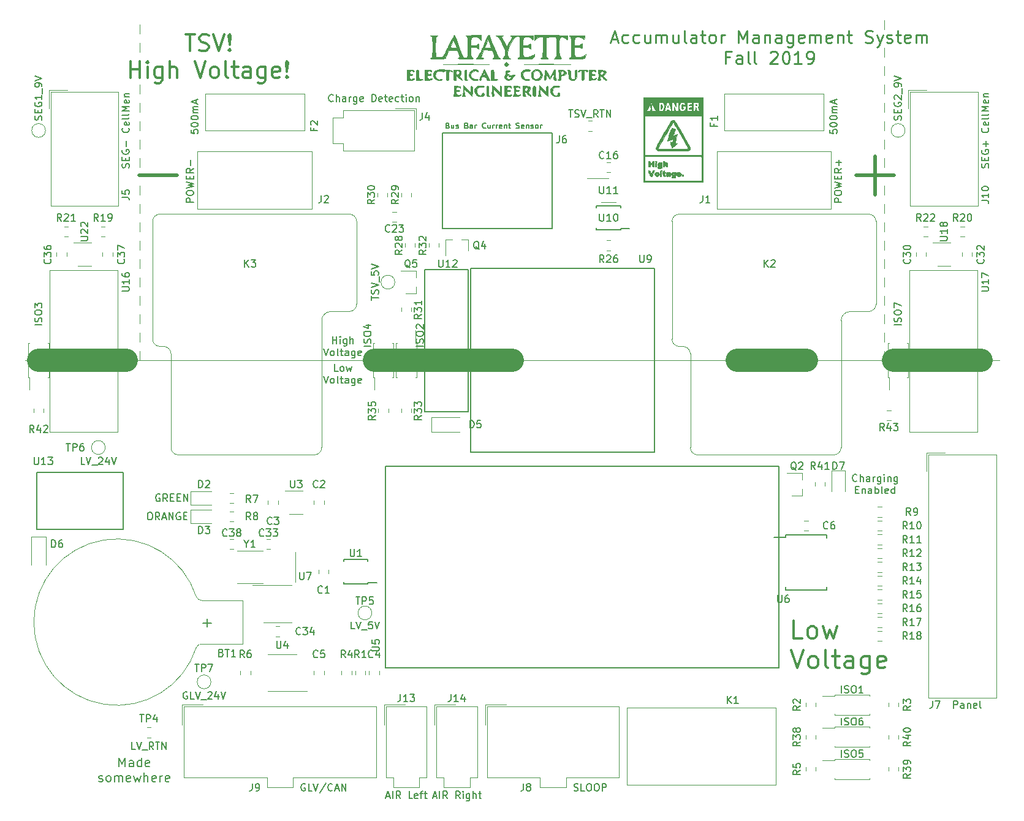
<source format=gbr>
G04 #@! TF.GenerationSoftware,KiCad,Pcbnew,(5.1.5)-3*
G04 #@! TF.CreationDate,2020-02-04T14:54:33-05:00*
G04 #@! TF.ProjectId,PacMan,5061634d-616e-42e6-9b69-6361645f7063,1.2*
G04 #@! TF.SameCoordinates,Original*
G04 #@! TF.FileFunction,Legend,Top*
G04 #@! TF.FilePolarity,Positive*
%FSLAX46Y46*%
G04 Gerber Fmt 4.6, Leading zero omitted, Abs format (unit mm)*
G04 Created by KiCad (PCBNEW (5.1.5)-3) date 2020-02-04 14:54:33*
%MOMM*%
%LPD*%
G04 APERTURE LIST*
%ADD10C,0.120000*%
%ADD11C,0.150000*%
%ADD12C,0.500000*%
%ADD13C,0.350000*%
%ADD14C,3.200000*%
%ADD15C,0.250000*%
%ADD16C,0.200000*%
%ADD17C,0.127000*%
%ADD18C,0.010000*%
G04 APERTURE END LIST*
D10*
X194945000Y-46355000D02*
X194945000Y-45085000D01*
X194945000Y-84455000D02*
X194945000Y-83185000D01*
X194945000Y-55245000D02*
X194945000Y-53975000D01*
X194945000Y-62865000D02*
X194945000Y-61595000D01*
X194945000Y-86995000D02*
X194945000Y-85725000D01*
X194945000Y-89535000D02*
X194945000Y-88265000D01*
X194945000Y-76835000D02*
X194945000Y-75565000D01*
X194945000Y-74295000D02*
X194945000Y-73025000D01*
X194945000Y-92075000D02*
X194945000Y-90805000D01*
X194945000Y-50165000D02*
X194945000Y-48895000D01*
X194945000Y-60325000D02*
X194945000Y-59055000D01*
X194945000Y-71755000D02*
X194945000Y-70485000D01*
X194945000Y-69215000D02*
X194945000Y-67945000D01*
X194945000Y-81915000D02*
X194945000Y-80645000D01*
X194945000Y-79375000D02*
X194945000Y-78105000D01*
X194945000Y-57785000D02*
X194945000Y-56515000D01*
X194945000Y-52705000D02*
X194945000Y-51435000D01*
X194945000Y-65405000D02*
X194945000Y-64135000D01*
X92075000Y-46990000D02*
X92075000Y-45720000D01*
X92075000Y-49530000D02*
X92075000Y-48260000D01*
X92075000Y-55245000D02*
X92075000Y-53975000D01*
X92075000Y-57785000D02*
X92075000Y-56515000D01*
X92075000Y-60325000D02*
X92075000Y-59055000D01*
X92075000Y-62865000D02*
X92075000Y-61595000D01*
X92075000Y-65405000D02*
X92075000Y-64135000D01*
X92075000Y-69215000D02*
X92075000Y-67945000D01*
X92075000Y-71755000D02*
X92075000Y-70485000D01*
X92075000Y-74295000D02*
X92075000Y-73025000D01*
X92075000Y-76835000D02*
X92075000Y-75565000D01*
X92075000Y-79375000D02*
X92075000Y-78105000D01*
X92075000Y-81915000D02*
X92075000Y-80645000D01*
X92075000Y-84455000D02*
X92075000Y-83185000D01*
X92075000Y-86995000D02*
X92075000Y-85725000D01*
X92075000Y-89535000D02*
X92075000Y-88265000D01*
X92075000Y-92075000D02*
X92075000Y-90805000D01*
D11*
X119475333Y-93607380D02*
X118999142Y-93607380D01*
X118999142Y-92607380D01*
X119951523Y-93607380D02*
X119856285Y-93559761D01*
X119808666Y-93512142D01*
X119761047Y-93416904D01*
X119761047Y-93131190D01*
X119808666Y-93035952D01*
X119856285Y-92988333D01*
X119951523Y-92940714D01*
X120094380Y-92940714D01*
X120189619Y-92988333D01*
X120237238Y-93035952D01*
X120284857Y-93131190D01*
X120284857Y-93416904D01*
X120237238Y-93512142D01*
X120189619Y-93559761D01*
X120094380Y-93607380D01*
X119951523Y-93607380D01*
X120618190Y-92940714D02*
X120808666Y-93607380D01*
X120999142Y-93131190D01*
X121189619Y-93607380D01*
X121380095Y-92940714D01*
X117475333Y-94257380D02*
X117808666Y-95257380D01*
X118142000Y-94257380D01*
X118618190Y-95257380D02*
X118522952Y-95209761D01*
X118475333Y-95162142D01*
X118427714Y-95066904D01*
X118427714Y-94781190D01*
X118475333Y-94685952D01*
X118522952Y-94638333D01*
X118618190Y-94590714D01*
X118761047Y-94590714D01*
X118856285Y-94638333D01*
X118903904Y-94685952D01*
X118951523Y-94781190D01*
X118951523Y-95066904D01*
X118903904Y-95162142D01*
X118856285Y-95209761D01*
X118761047Y-95257380D01*
X118618190Y-95257380D01*
X119522952Y-95257380D02*
X119427714Y-95209761D01*
X119380095Y-95114523D01*
X119380095Y-94257380D01*
X119761047Y-94590714D02*
X120142000Y-94590714D01*
X119903904Y-94257380D02*
X119903904Y-95114523D01*
X119951523Y-95209761D01*
X120046761Y-95257380D01*
X120142000Y-95257380D01*
X120903904Y-95257380D02*
X120903904Y-94733571D01*
X120856285Y-94638333D01*
X120761047Y-94590714D01*
X120570571Y-94590714D01*
X120475333Y-94638333D01*
X120903904Y-95209761D02*
X120808666Y-95257380D01*
X120570571Y-95257380D01*
X120475333Y-95209761D01*
X120427714Y-95114523D01*
X120427714Y-95019285D01*
X120475333Y-94924047D01*
X120570571Y-94876428D01*
X120808666Y-94876428D01*
X120903904Y-94828809D01*
X121808666Y-94590714D02*
X121808666Y-95400238D01*
X121761047Y-95495476D01*
X121713428Y-95543095D01*
X121618190Y-95590714D01*
X121475333Y-95590714D01*
X121380095Y-95543095D01*
X121808666Y-95209761D02*
X121713428Y-95257380D01*
X121522952Y-95257380D01*
X121427714Y-95209761D01*
X121380095Y-95162142D01*
X121332476Y-95066904D01*
X121332476Y-94781190D01*
X121380095Y-94685952D01*
X121427714Y-94638333D01*
X121522952Y-94590714D01*
X121713428Y-94590714D01*
X121808666Y-94638333D01*
X122665809Y-95209761D02*
X122570571Y-95257380D01*
X122380095Y-95257380D01*
X122284857Y-95209761D01*
X122237238Y-95114523D01*
X122237238Y-94733571D01*
X122284857Y-94638333D01*
X122380095Y-94590714D01*
X122570571Y-94590714D01*
X122665809Y-94638333D01*
X122713428Y-94733571D01*
X122713428Y-94828809D01*
X122237238Y-94924047D01*
X118713428Y-89797380D02*
X118713428Y-88797380D01*
X118713428Y-89273571D02*
X119284857Y-89273571D01*
X119284857Y-89797380D02*
X119284857Y-88797380D01*
X119761047Y-89797380D02*
X119761047Y-89130714D01*
X119761047Y-88797380D02*
X119713428Y-88845000D01*
X119761047Y-88892619D01*
X119808666Y-88845000D01*
X119761047Y-88797380D01*
X119761047Y-88892619D01*
X120665809Y-89130714D02*
X120665809Y-89940238D01*
X120618190Y-90035476D01*
X120570571Y-90083095D01*
X120475333Y-90130714D01*
X120332476Y-90130714D01*
X120237238Y-90083095D01*
X120665809Y-89749761D02*
X120570571Y-89797380D01*
X120380095Y-89797380D01*
X120284857Y-89749761D01*
X120237238Y-89702142D01*
X120189619Y-89606904D01*
X120189619Y-89321190D01*
X120237238Y-89225952D01*
X120284857Y-89178333D01*
X120380095Y-89130714D01*
X120570571Y-89130714D01*
X120665809Y-89178333D01*
X121142000Y-89797380D02*
X121142000Y-88797380D01*
X121570571Y-89797380D02*
X121570571Y-89273571D01*
X121522952Y-89178333D01*
X121427714Y-89130714D01*
X121284857Y-89130714D01*
X121189619Y-89178333D01*
X121142000Y-89225952D01*
X117475333Y-90447380D02*
X117808666Y-91447380D01*
X118142000Y-90447380D01*
X118618190Y-91447380D02*
X118522952Y-91399761D01*
X118475333Y-91352142D01*
X118427714Y-91256904D01*
X118427714Y-90971190D01*
X118475333Y-90875952D01*
X118522952Y-90828333D01*
X118618190Y-90780714D01*
X118761047Y-90780714D01*
X118856285Y-90828333D01*
X118903904Y-90875952D01*
X118951523Y-90971190D01*
X118951523Y-91256904D01*
X118903904Y-91352142D01*
X118856285Y-91399761D01*
X118761047Y-91447380D01*
X118618190Y-91447380D01*
X119522952Y-91447380D02*
X119427714Y-91399761D01*
X119380095Y-91304523D01*
X119380095Y-90447380D01*
X119761047Y-90780714D02*
X120142000Y-90780714D01*
X119903904Y-90447380D02*
X119903904Y-91304523D01*
X119951523Y-91399761D01*
X120046761Y-91447380D01*
X120142000Y-91447380D01*
X120903904Y-91447380D02*
X120903904Y-90923571D01*
X120856285Y-90828333D01*
X120761047Y-90780714D01*
X120570571Y-90780714D01*
X120475333Y-90828333D01*
X120903904Y-91399761D02*
X120808666Y-91447380D01*
X120570571Y-91447380D01*
X120475333Y-91399761D01*
X120427714Y-91304523D01*
X120427714Y-91209285D01*
X120475333Y-91114047D01*
X120570571Y-91066428D01*
X120808666Y-91066428D01*
X120903904Y-91018809D01*
X121808666Y-90780714D02*
X121808666Y-91590238D01*
X121761047Y-91685476D01*
X121713428Y-91733095D01*
X121618190Y-91780714D01*
X121475333Y-91780714D01*
X121380095Y-91733095D01*
X121808666Y-91399761D02*
X121713428Y-91447380D01*
X121522952Y-91447380D01*
X121427714Y-91399761D01*
X121380095Y-91352142D01*
X121332476Y-91256904D01*
X121332476Y-90971190D01*
X121380095Y-90875952D01*
X121427714Y-90828333D01*
X121522952Y-90780714D01*
X121713428Y-90780714D01*
X121808666Y-90828333D01*
X122665809Y-91399761D02*
X122570571Y-91447380D01*
X122380095Y-91447380D01*
X122284857Y-91399761D01*
X122237238Y-91304523D01*
X122237238Y-90923571D01*
X122284857Y-90828333D01*
X122380095Y-90780714D01*
X122570571Y-90780714D01*
X122665809Y-90828333D01*
X122713428Y-90923571D01*
X122713428Y-91018809D01*
X122237238Y-91114047D01*
X99147380Y-60229523D02*
X99147380Y-60705714D01*
X99623571Y-60753333D01*
X99575952Y-60705714D01*
X99528333Y-60610476D01*
X99528333Y-60372380D01*
X99575952Y-60277142D01*
X99623571Y-60229523D01*
X99718809Y-60181904D01*
X99956904Y-60181904D01*
X100052142Y-60229523D01*
X100099761Y-60277142D01*
X100147380Y-60372380D01*
X100147380Y-60610476D01*
X100099761Y-60705714D01*
X100052142Y-60753333D01*
X99147380Y-59562857D02*
X99147380Y-59467619D01*
X99195000Y-59372380D01*
X99242619Y-59324761D01*
X99337857Y-59277142D01*
X99528333Y-59229523D01*
X99766428Y-59229523D01*
X99956904Y-59277142D01*
X100052142Y-59324761D01*
X100099761Y-59372380D01*
X100147380Y-59467619D01*
X100147380Y-59562857D01*
X100099761Y-59658095D01*
X100052142Y-59705714D01*
X99956904Y-59753333D01*
X99766428Y-59800952D01*
X99528333Y-59800952D01*
X99337857Y-59753333D01*
X99242619Y-59705714D01*
X99195000Y-59658095D01*
X99147380Y-59562857D01*
X99147380Y-58610476D02*
X99147380Y-58515238D01*
X99195000Y-58420000D01*
X99242619Y-58372380D01*
X99337857Y-58324761D01*
X99528333Y-58277142D01*
X99766428Y-58277142D01*
X99956904Y-58324761D01*
X100052142Y-58372380D01*
X100099761Y-58420000D01*
X100147380Y-58515238D01*
X100147380Y-58610476D01*
X100099761Y-58705714D01*
X100052142Y-58753333D01*
X99956904Y-58800952D01*
X99766428Y-58848571D01*
X99528333Y-58848571D01*
X99337857Y-58800952D01*
X99242619Y-58753333D01*
X99195000Y-58705714D01*
X99147380Y-58610476D01*
X100147380Y-57848571D02*
X99480714Y-57848571D01*
X99575952Y-57848571D02*
X99528333Y-57800952D01*
X99480714Y-57705714D01*
X99480714Y-57562857D01*
X99528333Y-57467619D01*
X99623571Y-57420000D01*
X100147380Y-57420000D01*
X99623571Y-57420000D02*
X99528333Y-57372380D01*
X99480714Y-57277142D01*
X99480714Y-57134285D01*
X99528333Y-57039047D01*
X99623571Y-56991428D01*
X100147380Y-56991428D01*
X99861666Y-56562857D02*
X99861666Y-56086666D01*
X100147380Y-56658095D02*
X99147380Y-56324761D01*
X100147380Y-55991428D01*
X187412380Y-60229523D02*
X187412380Y-60705714D01*
X187888571Y-60753333D01*
X187840952Y-60705714D01*
X187793333Y-60610476D01*
X187793333Y-60372380D01*
X187840952Y-60277142D01*
X187888571Y-60229523D01*
X187983809Y-60181904D01*
X188221904Y-60181904D01*
X188317142Y-60229523D01*
X188364761Y-60277142D01*
X188412380Y-60372380D01*
X188412380Y-60610476D01*
X188364761Y-60705714D01*
X188317142Y-60753333D01*
X187412380Y-59562857D02*
X187412380Y-59467619D01*
X187460000Y-59372380D01*
X187507619Y-59324761D01*
X187602857Y-59277142D01*
X187793333Y-59229523D01*
X188031428Y-59229523D01*
X188221904Y-59277142D01*
X188317142Y-59324761D01*
X188364761Y-59372380D01*
X188412380Y-59467619D01*
X188412380Y-59562857D01*
X188364761Y-59658095D01*
X188317142Y-59705714D01*
X188221904Y-59753333D01*
X188031428Y-59800952D01*
X187793333Y-59800952D01*
X187602857Y-59753333D01*
X187507619Y-59705714D01*
X187460000Y-59658095D01*
X187412380Y-59562857D01*
X187412380Y-58610476D02*
X187412380Y-58515238D01*
X187460000Y-58420000D01*
X187507619Y-58372380D01*
X187602857Y-58324761D01*
X187793333Y-58277142D01*
X188031428Y-58277142D01*
X188221904Y-58324761D01*
X188317142Y-58372380D01*
X188364761Y-58420000D01*
X188412380Y-58515238D01*
X188412380Y-58610476D01*
X188364761Y-58705714D01*
X188317142Y-58753333D01*
X188221904Y-58800952D01*
X188031428Y-58848571D01*
X187793333Y-58848571D01*
X187602857Y-58800952D01*
X187507619Y-58753333D01*
X187460000Y-58705714D01*
X187412380Y-58610476D01*
X188412380Y-57848571D02*
X187745714Y-57848571D01*
X187840952Y-57848571D02*
X187793333Y-57800952D01*
X187745714Y-57705714D01*
X187745714Y-57562857D01*
X187793333Y-57467619D01*
X187888571Y-57420000D01*
X188412380Y-57420000D01*
X187888571Y-57420000D02*
X187793333Y-57372380D01*
X187745714Y-57277142D01*
X187745714Y-57134285D01*
X187793333Y-57039047D01*
X187888571Y-56991428D01*
X188412380Y-56991428D01*
X188126666Y-56562857D02*
X188126666Y-56086666D01*
X188412380Y-56658095D02*
X187412380Y-56324761D01*
X188412380Y-55991428D01*
D12*
X91948333Y-66540000D02*
X97281666Y-66540000D01*
X191008333Y-66540000D02*
X196341666Y-66540000D01*
X193675000Y-69206666D02*
X193675000Y-63873333D01*
D13*
X183623214Y-130525952D02*
X182432738Y-130525952D01*
X182432738Y-128025952D01*
X184813690Y-130525952D02*
X184575595Y-130406904D01*
X184456547Y-130287857D01*
X184337500Y-130049761D01*
X184337500Y-129335476D01*
X184456547Y-129097380D01*
X184575595Y-128978333D01*
X184813690Y-128859285D01*
X185170833Y-128859285D01*
X185408928Y-128978333D01*
X185527976Y-129097380D01*
X185647023Y-129335476D01*
X185647023Y-130049761D01*
X185527976Y-130287857D01*
X185408928Y-130406904D01*
X185170833Y-130525952D01*
X184813690Y-130525952D01*
X186480357Y-128859285D02*
X186956547Y-130525952D01*
X187432738Y-129335476D01*
X187908928Y-130525952D01*
X188385119Y-128859285D01*
X182075595Y-132125952D02*
X182908928Y-134625952D01*
X183742261Y-132125952D01*
X184932738Y-134625952D02*
X184694642Y-134506904D01*
X184575595Y-134387857D01*
X184456547Y-134149761D01*
X184456547Y-133435476D01*
X184575595Y-133197380D01*
X184694642Y-133078333D01*
X184932738Y-132959285D01*
X185289880Y-132959285D01*
X185527976Y-133078333D01*
X185647023Y-133197380D01*
X185766071Y-133435476D01*
X185766071Y-134149761D01*
X185647023Y-134387857D01*
X185527976Y-134506904D01*
X185289880Y-134625952D01*
X184932738Y-134625952D01*
X187194642Y-134625952D02*
X186956547Y-134506904D01*
X186837500Y-134268809D01*
X186837500Y-132125952D01*
X187789880Y-132959285D02*
X188742261Y-132959285D01*
X188147023Y-132125952D02*
X188147023Y-134268809D01*
X188266071Y-134506904D01*
X188504166Y-134625952D01*
X188742261Y-134625952D01*
X190647023Y-134625952D02*
X190647023Y-133316428D01*
X190527976Y-133078333D01*
X190289880Y-132959285D01*
X189813690Y-132959285D01*
X189575595Y-133078333D01*
X190647023Y-134506904D02*
X190408928Y-134625952D01*
X189813690Y-134625952D01*
X189575595Y-134506904D01*
X189456547Y-134268809D01*
X189456547Y-134030714D01*
X189575595Y-133792619D01*
X189813690Y-133673571D01*
X190408928Y-133673571D01*
X190647023Y-133554523D01*
X192908928Y-132959285D02*
X192908928Y-134983095D01*
X192789880Y-135221190D01*
X192670833Y-135340238D01*
X192432738Y-135459285D01*
X192075595Y-135459285D01*
X191837500Y-135340238D01*
X192908928Y-134506904D02*
X192670833Y-134625952D01*
X192194642Y-134625952D01*
X191956547Y-134506904D01*
X191837500Y-134387857D01*
X191718452Y-134149761D01*
X191718452Y-133435476D01*
X191837500Y-133197380D01*
X191956547Y-133078333D01*
X192194642Y-132959285D01*
X192670833Y-132959285D01*
X192908928Y-133078333D01*
X195051785Y-134506904D02*
X194813690Y-134625952D01*
X194337500Y-134625952D01*
X194099404Y-134506904D01*
X193980357Y-134268809D01*
X193980357Y-133316428D01*
X194099404Y-133078333D01*
X194337500Y-132959285D01*
X194813690Y-132959285D01*
X195051785Y-133078333D01*
X195170833Y-133316428D01*
X195170833Y-133554523D01*
X193980357Y-133792619D01*
D11*
X134630714Y-59636428D02*
X134737857Y-59672142D01*
X134773571Y-59707857D01*
X134809285Y-59779285D01*
X134809285Y-59886428D01*
X134773571Y-59957857D01*
X134737857Y-59993571D01*
X134666428Y-60029285D01*
X134380714Y-60029285D01*
X134380714Y-59279285D01*
X134630714Y-59279285D01*
X134702142Y-59315000D01*
X134737857Y-59350714D01*
X134773571Y-59422142D01*
X134773571Y-59493571D01*
X134737857Y-59565000D01*
X134702142Y-59600714D01*
X134630714Y-59636428D01*
X134380714Y-59636428D01*
X135452142Y-59529285D02*
X135452142Y-60029285D01*
X135130714Y-59529285D02*
X135130714Y-59922142D01*
X135166428Y-59993571D01*
X135237857Y-60029285D01*
X135345000Y-60029285D01*
X135416428Y-59993571D01*
X135452142Y-59957857D01*
X135773571Y-59993571D02*
X135845000Y-60029285D01*
X135987857Y-60029285D01*
X136059285Y-59993571D01*
X136095000Y-59922142D01*
X136095000Y-59886428D01*
X136059285Y-59815000D01*
X135987857Y-59779285D01*
X135880714Y-59779285D01*
X135809285Y-59743571D01*
X135773571Y-59672142D01*
X135773571Y-59636428D01*
X135809285Y-59565000D01*
X135880714Y-59529285D01*
X135987857Y-59529285D01*
X136059285Y-59565000D01*
X137237857Y-59636428D02*
X137345000Y-59672142D01*
X137380714Y-59707857D01*
X137416428Y-59779285D01*
X137416428Y-59886428D01*
X137380714Y-59957857D01*
X137345000Y-59993571D01*
X137273571Y-60029285D01*
X136987857Y-60029285D01*
X136987857Y-59279285D01*
X137237857Y-59279285D01*
X137309285Y-59315000D01*
X137345000Y-59350714D01*
X137380714Y-59422142D01*
X137380714Y-59493571D01*
X137345000Y-59565000D01*
X137309285Y-59600714D01*
X137237857Y-59636428D01*
X136987857Y-59636428D01*
X138059285Y-60029285D02*
X138059285Y-59636428D01*
X138023571Y-59565000D01*
X137952142Y-59529285D01*
X137809285Y-59529285D01*
X137737857Y-59565000D01*
X138059285Y-59993571D02*
X137987857Y-60029285D01*
X137809285Y-60029285D01*
X137737857Y-59993571D01*
X137702142Y-59922142D01*
X137702142Y-59850714D01*
X137737857Y-59779285D01*
X137809285Y-59743571D01*
X137987857Y-59743571D01*
X138059285Y-59707857D01*
X138416428Y-60029285D02*
X138416428Y-59529285D01*
X138416428Y-59672142D02*
X138452142Y-59600714D01*
X138487857Y-59565000D01*
X138559285Y-59529285D01*
X138630714Y-59529285D01*
X139880714Y-59957857D02*
X139845000Y-59993571D01*
X139737857Y-60029285D01*
X139666428Y-60029285D01*
X139559285Y-59993571D01*
X139487857Y-59922142D01*
X139452142Y-59850714D01*
X139416428Y-59707857D01*
X139416428Y-59600714D01*
X139452142Y-59457857D01*
X139487857Y-59386428D01*
X139559285Y-59315000D01*
X139666428Y-59279285D01*
X139737857Y-59279285D01*
X139845000Y-59315000D01*
X139880714Y-59350714D01*
X140523571Y-59529285D02*
X140523571Y-60029285D01*
X140202142Y-59529285D02*
X140202142Y-59922142D01*
X140237857Y-59993571D01*
X140309285Y-60029285D01*
X140416428Y-60029285D01*
X140487857Y-59993571D01*
X140523571Y-59957857D01*
X140880714Y-60029285D02*
X140880714Y-59529285D01*
X140880714Y-59672142D02*
X140916428Y-59600714D01*
X140952142Y-59565000D01*
X141023571Y-59529285D01*
X141095000Y-59529285D01*
X141345000Y-60029285D02*
X141345000Y-59529285D01*
X141345000Y-59672142D02*
X141380714Y-59600714D01*
X141416428Y-59565000D01*
X141487857Y-59529285D01*
X141559285Y-59529285D01*
X142095000Y-59993571D02*
X142023571Y-60029285D01*
X141880714Y-60029285D01*
X141809285Y-59993571D01*
X141773571Y-59922142D01*
X141773571Y-59636428D01*
X141809285Y-59565000D01*
X141880714Y-59529285D01*
X142023571Y-59529285D01*
X142095000Y-59565000D01*
X142130714Y-59636428D01*
X142130714Y-59707857D01*
X141773571Y-59779285D01*
X142452142Y-59529285D02*
X142452142Y-60029285D01*
X142452142Y-59600714D02*
X142487857Y-59565000D01*
X142559285Y-59529285D01*
X142666428Y-59529285D01*
X142737857Y-59565000D01*
X142773571Y-59636428D01*
X142773571Y-60029285D01*
X143023571Y-59529285D02*
X143309285Y-59529285D01*
X143130714Y-59279285D02*
X143130714Y-59922142D01*
X143166428Y-59993571D01*
X143237857Y-60029285D01*
X143309285Y-60029285D01*
X144095000Y-59993571D02*
X144202142Y-60029285D01*
X144380714Y-60029285D01*
X144452142Y-59993571D01*
X144487857Y-59957857D01*
X144523571Y-59886428D01*
X144523571Y-59815000D01*
X144487857Y-59743571D01*
X144452142Y-59707857D01*
X144380714Y-59672142D01*
X144237857Y-59636428D01*
X144166428Y-59600714D01*
X144130714Y-59565000D01*
X144095000Y-59493571D01*
X144095000Y-59422142D01*
X144130714Y-59350714D01*
X144166428Y-59315000D01*
X144237857Y-59279285D01*
X144416428Y-59279285D01*
X144523571Y-59315000D01*
X145130714Y-59993571D02*
X145059285Y-60029285D01*
X144916428Y-60029285D01*
X144845000Y-59993571D01*
X144809285Y-59922142D01*
X144809285Y-59636428D01*
X144845000Y-59565000D01*
X144916428Y-59529285D01*
X145059285Y-59529285D01*
X145130714Y-59565000D01*
X145166428Y-59636428D01*
X145166428Y-59707857D01*
X144809285Y-59779285D01*
X145487857Y-59529285D02*
X145487857Y-60029285D01*
X145487857Y-59600714D02*
X145523571Y-59565000D01*
X145595000Y-59529285D01*
X145702142Y-59529285D01*
X145773571Y-59565000D01*
X145809285Y-59636428D01*
X145809285Y-60029285D01*
X146130714Y-59993571D02*
X146202142Y-60029285D01*
X146345000Y-60029285D01*
X146416428Y-59993571D01*
X146452142Y-59922142D01*
X146452142Y-59886428D01*
X146416428Y-59815000D01*
X146345000Y-59779285D01*
X146237857Y-59779285D01*
X146166428Y-59743571D01*
X146130714Y-59672142D01*
X146130714Y-59636428D01*
X146166428Y-59565000D01*
X146237857Y-59529285D01*
X146345000Y-59529285D01*
X146416428Y-59565000D01*
X146880714Y-60029285D02*
X146809285Y-59993571D01*
X146773571Y-59957857D01*
X146737857Y-59886428D01*
X146737857Y-59672142D01*
X146773571Y-59600714D01*
X146809285Y-59565000D01*
X146880714Y-59529285D01*
X146987857Y-59529285D01*
X147059285Y-59565000D01*
X147095000Y-59600714D01*
X147130714Y-59672142D01*
X147130714Y-59886428D01*
X147095000Y-59957857D01*
X147059285Y-59993571D01*
X146987857Y-60029285D01*
X146880714Y-60029285D01*
X147452142Y-60029285D02*
X147452142Y-59529285D01*
X147452142Y-59672142D02*
X147487857Y-59600714D01*
X147523571Y-59565000D01*
X147595000Y-59529285D01*
X147666428Y-59529285D01*
D10*
X76200000Y-92075000D02*
X210820000Y-92075000D01*
D11*
X191175000Y-108752142D02*
X191127380Y-108799761D01*
X190984523Y-108847380D01*
X190889285Y-108847380D01*
X190746428Y-108799761D01*
X190651190Y-108704523D01*
X190603571Y-108609285D01*
X190555952Y-108418809D01*
X190555952Y-108275952D01*
X190603571Y-108085476D01*
X190651190Y-107990238D01*
X190746428Y-107895000D01*
X190889285Y-107847380D01*
X190984523Y-107847380D01*
X191127380Y-107895000D01*
X191175000Y-107942619D01*
X191603571Y-108847380D02*
X191603571Y-107847380D01*
X192032142Y-108847380D02*
X192032142Y-108323571D01*
X191984523Y-108228333D01*
X191889285Y-108180714D01*
X191746428Y-108180714D01*
X191651190Y-108228333D01*
X191603571Y-108275952D01*
X192936904Y-108847380D02*
X192936904Y-108323571D01*
X192889285Y-108228333D01*
X192794047Y-108180714D01*
X192603571Y-108180714D01*
X192508333Y-108228333D01*
X192936904Y-108799761D02*
X192841666Y-108847380D01*
X192603571Y-108847380D01*
X192508333Y-108799761D01*
X192460714Y-108704523D01*
X192460714Y-108609285D01*
X192508333Y-108514047D01*
X192603571Y-108466428D01*
X192841666Y-108466428D01*
X192936904Y-108418809D01*
X193413095Y-108847380D02*
X193413095Y-108180714D01*
X193413095Y-108371190D02*
X193460714Y-108275952D01*
X193508333Y-108228333D01*
X193603571Y-108180714D01*
X193698809Y-108180714D01*
X194460714Y-108180714D02*
X194460714Y-108990238D01*
X194413095Y-109085476D01*
X194365476Y-109133095D01*
X194270238Y-109180714D01*
X194127380Y-109180714D01*
X194032142Y-109133095D01*
X194460714Y-108799761D02*
X194365476Y-108847380D01*
X194175000Y-108847380D01*
X194079761Y-108799761D01*
X194032142Y-108752142D01*
X193984523Y-108656904D01*
X193984523Y-108371190D01*
X194032142Y-108275952D01*
X194079761Y-108228333D01*
X194175000Y-108180714D01*
X194365476Y-108180714D01*
X194460714Y-108228333D01*
X194936904Y-108847380D02*
X194936904Y-108180714D01*
X194936904Y-107847380D02*
X194889285Y-107895000D01*
X194936904Y-107942619D01*
X194984523Y-107895000D01*
X194936904Y-107847380D01*
X194936904Y-107942619D01*
X195413095Y-108180714D02*
X195413095Y-108847380D01*
X195413095Y-108275952D02*
X195460714Y-108228333D01*
X195555952Y-108180714D01*
X195698809Y-108180714D01*
X195794047Y-108228333D01*
X195841666Y-108323571D01*
X195841666Y-108847380D01*
X196746428Y-108180714D02*
X196746428Y-108990238D01*
X196698809Y-109085476D01*
X196651190Y-109133095D01*
X196555952Y-109180714D01*
X196413095Y-109180714D01*
X196317857Y-109133095D01*
X196746428Y-108799761D02*
X196651190Y-108847380D01*
X196460714Y-108847380D01*
X196365476Y-108799761D01*
X196317857Y-108752142D01*
X196270238Y-108656904D01*
X196270238Y-108371190D01*
X196317857Y-108275952D01*
X196365476Y-108228333D01*
X196460714Y-108180714D01*
X196651190Y-108180714D01*
X196746428Y-108228333D01*
X190960714Y-109973571D02*
X191294047Y-109973571D01*
X191436904Y-110497380D02*
X190960714Y-110497380D01*
X190960714Y-109497380D01*
X191436904Y-109497380D01*
X191865476Y-109830714D02*
X191865476Y-110497380D01*
X191865476Y-109925952D02*
X191913095Y-109878333D01*
X192008333Y-109830714D01*
X192151190Y-109830714D01*
X192246428Y-109878333D01*
X192294047Y-109973571D01*
X192294047Y-110497380D01*
X193198809Y-110497380D02*
X193198809Y-109973571D01*
X193151190Y-109878333D01*
X193055952Y-109830714D01*
X192865476Y-109830714D01*
X192770238Y-109878333D01*
X193198809Y-110449761D02*
X193103571Y-110497380D01*
X192865476Y-110497380D01*
X192770238Y-110449761D01*
X192722619Y-110354523D01*
X192722619Y-110259285D01*
X192770238Y-110164047D01*
X192865476Y-110116428D01*
X193103571Y-110116428D01*
X193198809Y-110068809D01*
X193675000Y-110497380D02*
X193675000Y-109497380D01*
X193675000Y-109878333D02*
X193770238Y-109830714D01*
X193960714Y-109830714D01*
X194055952Y-109878333D01*
X194103571Y-109925952D01*
X194151190Y-110021190D01*
X194151190Y-110306904D01*
X194103571Y-110402142D01*
X194055952Y-110449761D01*
X193960714Y-110497380D01*
X193770238Y-110497380D01*
X193675000Y-110449761D01*
X194722619Y-110497380D02*
X194627380Y-110449761D01*
X194579761Y-110354523D01*
X194579761Y-109497380D01*
X195484523Y-110449761D02*
X195389285Y-110497380D01*
X195198809Y-110497380D01*
X195103571Y-110449761D01*
X195055952Y-110354523D01*
X195055952Y-109973571D01*
X195103571Y-109878333D01*
X195198809Y-109830714D01*
X195389285Y-109830714D01*
X195484523Y-109878333D01*
X195532142Y-109973571D01*
X195532142Y-110068809D01*
X195055952Y-110164047D01*
X196389285Y-110497380D02*
X196389285Y-109497380D01*
X196389285Y-110449761D02*
X196294047Y-110497380D01*
X196103571Y-110497380D01*
X196008333Y-110449761D01*
X195960714Y-110402142D01*
X195913095Y-110306904D01*
X195913095Y-110021190D01*
X195960714Y-109925952D01*
X196008333Y-109878333D01*
X196103571Y-109830714D01*
X196294047Y-109830714D01*
X196389285Y-109878333D01*
D14*
X78105000Y-92075000D02*
X90170000Y-92075000D01*
X124460000Y-92075000D02*
X143510000Y-92075000D01*
X174625000Y-92075000D02*
X184150000Y-92075000D01*
X196215000Y-92075000D02*
X208280000Y-92075000D01*
D15*
X157236666Y-47749166D02*
X158069999Y-47749166D01*
X157069999Y-48249166D02*
X157653333Y-46499166D01*
X158236666Y-48249166D01*
X159569999Y-48165833D02*
X159403333Y-48249166D01*
X159069999Y-48249166D01*
X158903333Y-48165833D01*
X158819999Y-48082500D01*
X158736666Y-47915833D01*
X158736666Y-47415833D01*
X158819999Y-47249166D01*
X158903333Y-47165833D01*
X159069999Y-47082500D01*
X159403333Y-47082500D01*
X159569999Y-47165833D01*
X161069999Y-48165833D02*
X160903333Y-48249166D01*
X160569999Y-48249166D01*
X160403333Y-48165833D01*
X160319999Y-48082500D01*
X160236666Y-47915833D01*
X160236666Y-47415833D01*
X160319999Y-47249166D01*
X160403333Y-47165833D01*
X160569999Y-47082500D01*
X160903333Y-47082500D01*
X161069999Y-47165833D01*
X162569999Y-47082500D02*
X162569999Y-48249166D01*
X161819999Y-47082500D02*
X161819999Y-47999166D01*
X161903333Y-48165833D01*
X162069999Y-48249166D01*
X162319999Y-48249166D01*
X162486666Y-48165833D01*
X162569999Y-48082500D01*
X163403333Y-48249166D02*
X163403333Y-47082500D01*
X163403333Y-47249166D02*
X163486666Y-47165833D01*
X163653333Y-47082500D01*
X163903333Y-47082500D01*
X164069999Y-47165833D01*
X164153333Y-47332500D01*
X164153333Y-48249166D01*
X164153333Y-47332500D02*
X164236666Y-47165833D01*
X164403333Y-47082500D01*
X164653333Y-47082500D01*
X164819999Y-47165833D01*
X164903333Y-47332500D01*
X164903333Y-48249166D01*
X166486666Y-47082500D02*
X166486666Y-48249166D01*
X165736666Y-47082500D02*
X165736666Y-47999166D01*
X165819999Y-48165833D01*
X165986666Y-48249166D01*
X166236666Y-48249166D01*
X166403333Y-48165833D01*
X166486666Y-48082500D01*
X167569999Y-48249166D02*
X167403333Y-48165833D01*
X167319999Y-47999166D01*
X167319999Y-46499166D01*
X168986666Y-48249166D02*
X168986666Y-47332500D01*
X168903333Y-47165833D01*
X168736666Y-47082500D01*
X168403333Y-47082500D01*
X168236666Y-47165833D01*
X168986666Y-48165833D02*
X168819999Y-48249166D01*
X168403333Y-48249166D01*
X168236666Y-48165833D01*
X168153333Y-47999166D01*
X168153333Y-47832500D01*
X168236666Y-47665833D01*
X168403333Y-47582500D01*
X168819999Y-47582500D01*
X168986666Y-47499166D01*
X169569999Y-47082500D02*
X170236666Y-47082500D01*
X169819999Y-46499166D02*
X169819999Y-47999166D01*
X169903333Y-48165833D01*
X170069999Y-48249166D01*
X170236666Y-48249166D01*
X171069999Y-48249166D02*
X170903333Y-48165833D01*
X170819999Y-48082500D01*
X170736666Y-47915833D01*
X170736666Y-47415833D01*
X170819999Y-47249166D01*
X170903333Y-47165833D01*
X171069999Y-47082500D01*
X171319999Y-47082500D01*
X171486666Y-47165833D01*
X171569999Y-47249166D01*
X171653333Y-47415833D01*
X171653333Y-47915833D01*
X171569999Y-48082500D01*
X171486666Y-48165833D01*
X171319999Y-48249166D01*
X171069999Y-48249166D01*
X172403333Y-48249166D02*
X172403333Y-47082500D01*
X172403333Y-47415833D02*
X172486666Y-47249166D01*
X172569999Y-47165833D01*
X172736666Y-47082500D01*
X172903333Y-47082500D01*
X174819999Y-48249166D02*
X174819999Y-46499166D01*
X175403333Y-47749166D01*
X175986666Y-46499166D01*
X175986666Y-48249166D01*
X177569999Y-48249166D02*
X177569999Y-47332500D01*
X177486666Y-47165833D01*
X177319999Y-47082500D01*
X176986666Y-47082500D01*
X176819999Y-47165833D01*
X177569999Y-48165833D02*
X177403333Y-48249166D01*
X176986666Y-48249166D01*
X176819999Y-48165833D01*
X176736666Y-47999166D01*
X176736666Y-47832500D01*
X176819999Y-47665833D01*
X176986666Y-47582500D01*
X177403333Y-47582500D01*
X177569999Y-47499166D01*
X178403333Y-47082500D02*
X178403333Y-48249166D01*
X178403333Y-47249166D02*
X178486666Y-47165833D01*
X178653333Y-47082500D01*
X178903333Y-47082500D01*
X179069999Y-47165833D01*
X179153333Y-47332500D01*
X179153333Y-48249166D01*
X180736666Y-48249166D02*
X180736666Y-47332500D01*
X180653333Y-47165833D01*
X180486666Y-47082500D01*
X180153333Y-47082500D01*
X179986666Y-47165833D01*
X180736666Y-48165833D02*
X180569999Y-48249166D01*
X180153333Y-48249166D01*
X179986666Y-48165833D01*
X179903333Y-47999166D01*
X179903333Y-47832500D01*
X179986666Y-47665833D01*
X180153333Y-47582500D01*
X180569999Y-47582500D01*
X180736666Y-47499166D01*
X182319999Y-47082500D02*
X182319999Y-48499166D01*
X182236666Y-48665833D01*
X182153333Y-48749166D01*
X181986666Y-48832500D01*
X181736666Y-48832500D01*
X181569999Y-48749166D01*
X182319999Y-48165833D02*
X182153333Y-48249166D01*
X181819999Y-48249166D01*
X181653333Y-48165833D01*
X181569999Y-48082500D01*
X181486666Y-47915833D01*
X181486666Y-47415833D01*
X181569999Y-47249166D01*
X181653333Y-47165833D01*
X181819999Y-47082500D01*
X182153333Y-47082500D01*
X182319999Y-47165833D01*
X183819999Y-48165833D02*
X183653333Y-48249166D01*
X183319999Y-48249166D01*
X183153333Y-48165833D01*
X183069999Y-47999166D01*
X183069999Y-47332500D01*
X183153333Y-47165833D01*
X183319999Y-47082500D01*
X183653333Y-47082500D01*
X183819999Y-47165833D01*
X183903333Y-47332500D01*
X183903333Y-47499166D01*
X183069999Y-47665833D01*
X184653333Y-48249166D02*
X184653333Y-47082500D01*
X184653333Y-47249166D02*
X184736666Y-47165833D01*
X184903333Y-47082500D01*
X185153333Y-47082500D01*
X185319999Y-47165833D01*
X185403333Y-47332500D01*
X185403333Y-48249166D01*
X185403333Y-47332500D02*
X185486666Y-47165833D01*
X185653333Y-47082500D01*
X185903333Y-47082500D01*
X186069999Y-47165833D01*
X186153333Y-47332500D01*
X186153333Y-48249166D01*
X187653333Y-48165833D02*
X187486666Y-48249166D01*
X187153333Y-48249166D01*
X186986666Y-48165833D01*
X186903333Y-47999166D01*
X186903333Y-47332500D01*
X186986666Y-47165833D01*
X187153333Y-47082500D01*
X187486666Y-47082500D01*
X187653333Y-47165833D01*
X187736666Y-47332500D01*
X187736666Y-47499166D01*
X186903333Y-47665833D01*
X188486666Y-47082500D02*
X188486666Y-48249166D01*
X188486666Y-47249166D02*
X188569999Y-47165833D01*
X188736666Y-47082500D01*
X188986666Y-47082500D01*
X189153333Y-47165833D01*
X189236666Y-47332500D01*
X189236666Y-48249166D01*
X189819999Y-47082500D02*
X190486666Y-47082500D01*
X190069999Y-46499166D02*
X190069999Y-47999166D01*
X190153333Y-48165833D01*
X190319999Y-48249166D01*
X190486666Y-48249166D01*
X192319999Y-48165833D02*
X192569999Y-48249166D01*
X192986666Y-48249166D01*
X193153333Y-48165833D01*
X193236666Y-48082500D01*
X193319999Y-47915833D01*
X193319999Y-47749166D01*
X193236666Y-47582500D01*
X193153333Y-47499166D01*
X192986666Y-47415833D01*
X192653333Y-47332500D01*
X192486666Y-47249166D01*
X192403333Y-47165833D01*
X192319999Y-46999166D01*
X192319999Y-46832500D01*
X192403333Y-46665833D01*
X192486666Y-46582500D01*
X192653333Y-46499166D01*
X193069999Y-46499166D01*
X193319999Y-46582500D01*
X193903333Y-47082500D02*
X194319999Y-48249166D01*
X194736666Y-47082500D02*
X194319999Y-48249166D01*
X194153333Y-48665833D01*
X194069999Y-48749166D01*
X193903333Y-48832500D01*
X195319999Y-48165833D02*
X195486666Y-48249166D01*
X195819999Y-48249166D01*
X195986666Y-48165833D01*
X196069999Y-47999166D01*
X196069999Y-47915833D01*
X195986666Y-47749166D01*
X195819999Y-47665833D01*
X195569999Y-47665833D01*
X195403333Y-47582500D01*
X195319999Y-47415833D01*
X195319999Y-47332500D01*
X195403333Y-47165833D01*
X195569999Y-47082500D01*
X195819999Y-47082500D01*
X195986666Y-47165833D01*
X196569999Y-47082500D02*
X197236666Y-47082500D01*
X196819999Y-46499166D02*
X196819999Y-47999166D01*
X196903333Y-48165833D01*
X197069999Y-48249166D01*
X197236666Y-48249166D01*
X198486666Y-48165833D02*
X198319999Y-48249166D01*
X197986666Y-48249166D01*
X197819999Y-48165833D01*
X197736666Y-47999166D01*
X197736666Y-47332500D01*
X197819999Y-47165833D01*
X197986666Y-47082500D01*
X198319999Y-47082500D01*
X198486666Y-47165833D01*
X198569999Y-47332500D01*
X198569999Y-47499166D01*
X197736666Y-47665833D01*
X199319999Y-48249166D02*
X199319999Y-47082500D01*
X199319999Y-47249166D02*
X199403333Y-47165833D01*
X199569999Y-47082500D01*
X199819999Y-47082500D01*
X199986666Y-47165833D01*
X200069999Y-47332500D01*
X200069999Y-48249166D01*
X200069999Y-47332500D02*
X200153333Y-47165833D01*
X200319999Y-47082500D01*
X200569999Y-47082500D01*
X200736666Y-47165833D01*
X200819999Y-47332500D01*
X200819999Y-48249166D01*
X173611666Y-50207500D02*
X173028333Y-50207500D01*
X173028333Y-51124166D02*
X173028333Y-49374166D01*
X173861666Y-49374166D01*
X175278333Y-51124166D02*
X175278333Y-50207500D01*
X175195000Y-50040833D01*
X175028333Y-49957500D01*
X174695000Y-49957500D01*
X174528333Y-50040833D01*
X175278333Y-51040833D02*
X175111666Y-51124166D01*
X174695000Y-51124166D01*
X174528333Y-51040833D01*
X174445000Y-50874166D01*
X174445000Y-50707500D01*
X174528333Y-50540833D01*
X174695000Y-50457500D01*
X175111666Y-50457500D01*
X175278333Y-50374166D01*
X176361666Y-51124166D02*
X176195000Y-51040833D01*
X176111666Y-50874166D01*
X176111666Y-49374166D01*
X177278333Y-51124166D02*
X177111666Y-51040833D01*
X177028333Y-50874166D01*
X177028333Y-49374166D01*
X179195000Y-49540833D02*
X179278333Y-49457500D01*
X179445000Y-49374166D01*
X179861666Y-49374166D01*
X180028333Y-49457500D01*
X180111666Y-49540833D01*
X180195000Y-49707500D01*
X180195000Y-49874166D01*
X180111666Y-50124166D01*
X179111666Y-51124166D01*
X180195000Y-51124166D01*
X181278333Y-49374166D02*
X181445000Y-49374166D01*
X181611666Y-49457500D01*
X181695000Y-49540833D01*
X181778333Y-49707500D01*
X181861666Y-50040833D01*
X181861666Y-50457500D01*
X181778333Y-50790833D01*
X181695000Y-50957500D01*
X181611666Y-51040833D01*
X181445000Y-51124166D01*
X181278333Y-51124166D01*
X181111666Y-51040833D01*
X181028333Y-50957500D01*
X180945000Y-50790833D01*
X180861666Y-50457500D01*
X180861666Y-50040833D01*
X180945000Y-49707500D01*
X181028333Y-49540833D01*
X181111666Y-49457500D01*
X181278333Y-49374166D01*
X183528333Y-51124166D02*
X182528333Y-51124166D01*
X183028333Y-51124166D02*
X183028333Y-49374166D01*
X182861666Y-49624166D01*
X182695000Y-49790833D01*
X182528333Y-49874166D01*
X184361666Y-51124166D02*
X184695000Y-51124166D01*
X184861666Y-51040833D01*
X184945000Y-50957500D01*
X185111666Y-50707500D01*
X185195000Y-50374166D01*
X185195000Y-49707500D01*
X185111666Y-49540833D01*
X185028333Y-49457500D01*
X184861666Y-49374166D01*
X184528333Y-49374166D01*
X184361666Y-49457500D01*
X184278333Y-49540833D01*
X184195000Y-49707500D01*
X184195000Y-50124166D01*
X184278333Y-50290833D01*
X184361666Y-50374166D01*
X184528333Y-50457500D01*
X184861666Y-50457500D01*
X185028333Y-50374166D01*
X185111666Y-50290833D01*
X185195000Y-50124166D01*
D13*
X98385714Y-47070357D02*
X99671428Y-47070357D01*
X99028571Y-49320357D02*
X99028571Y-47070357D01*
X100314285Y-49213214D02*
X100635714Y-49320357D01*
X101171428Y-49320357D01*
X101385714Y-49213214D01*
X101492857Y-49106071D01*
X101600000Y-48891785D01*
X101600000Y-48677500D01*
X101492857Y-48463214D01*
X101385714Y-48356071D01*
X101171428Y-48248928D01*
X100742857Y-48141785D01*
X100528571Y-48034642D01*
X100421428Y-47927500D01*
X100314285Y-47713214D01*
X100314285Y-47498928D01*
X100421428Y-47284642D01*
X100528571Y-47177500D01*
X100742857Y-47070357D01*
X101278571Y-47070357D01*
X101600000Y-47177500D01*
X102242857Y-47070357D02*
X102992857Y-49320357D01*
X103742857Y-47070357D01*
X104492857Y-49106071D02*
X104600000Y-49213214D01*
X104492857Y-49320357D01*
X104385714Y-49213214D01*
X104492857Y-49106071D01*
X104492857Y-49320357D01*
X104492857Y-48463214D02*
X104385714Y-47177500D01*
X104492857Y-47070357D01*
X104600000Y-47177500D01*
X104492857Y-48463214D01*
X104492857Y-47070357D01*
X90778571Y-53045357D02*
X90778571Y-50795357D01*
X90778571Y-51866785D02*
X92064285Y-51866785D01*
X92064285Y-53045357D02*
X92064285Y-50795357D01*
X93135714Y-53045357D02*
X93135714Y-51545357D01*
X93135714Y-50795357D02*
X93028571Y-50902500D01*
X93135714Y-51009642D01*
X93242857Y-50902500D01*
X93135714Y-50795357D01*
X93135714Y-51009642D01*
X95171428Y-51545357D02*
X95171428Y-53366785D01*
X95064285Y-53581071D01*
X94957142Y-53688214D01*
X94742857Y-53795357D01*
X94421428Y-53795357D01*
X94207142Y-53688214D01*
X95171428Y-52938214D02*
X94957142Y-53045357D01*
X94528571Y-53045357D01*
X94314285Y-52938214D01*
X94207142Y-52831071D01*
X94100000Y-52616785D01*
X94100000Y-51973928D01*
X94207142Y-51759642D01*
X94314285Y-51652500D01*
X94528571Y-51545357D01*
X94957142Y-51545357D01*
X95171428Y-51652500D01*
X96242857Y-53045357D02*
X96242857Y-50795357D01*
X97207142Y-53045357D02*
X97207142Y-51866785D01*
X97100000Y-51652500D01*
X96885714Y-51545357D01*
X96564285Y-51545357D01*
X96350000Y-51652500D01*
X96242857Y-51759642D01*
X99671428Y-50795357D02*
X100421428Y-53045357D01*
X101171428Y-50795357D01*
X102242857Y-53045357D02*
X102028571Y-52938214D01*
X101921428Y-52831071D01*
X101814285Y-52616785D01*
X101814285Y-51973928D01*
X101921428Y-51759642D01*
X102028571Y-51652500D01*
X102242857Y-51545357D01*
X102564285Y-51545357D01*
X102778571Y-51652500D01*
X102885714Y-51759642D01*
X102992857Y-51973928D01*
X102992857Y-52616785D01*
X102885714Y-52831071D01*
X102778571Y-52938214D01*
X102564285Y-53045357D01*
X102242857Y-53045357D01*
X104278571Y-53045357D02*
X104064285Y-52938214D01*
X103957142Y-52723928D01*
X103957142Y-50795357D01*
X104814285Y-51545357D02*
X105671428Y-51545357D01*
X105135714Y-50795357D02*
X105135714Y-52723928D01*
X105242857Y-52938214D01*
X105457142Y-53045357D01*
X105671428Y-53045357D01*
X107385714Y-53045357D02*
X107385714Y-51866785D01*
X107278571Y-51652500D01*
X107064285Y-51545357D01*
X106635714Y-51545357D01*
X106421428Y-51652500D01*
X107385714Y-52938214D02*
X107171428Y-53045357D01*
X106635714Y-53045357D01*
X106421428Y-52938214D01*
X106314285Y-52723928D01*
X106314285Y-52509642D01*
X106421428Y-52295357D01*
X106635714Y-52188214D01*
X107171428Y-52188214D01*
X107385714Y-52081071D01*
X109421428Y-51545357D02*
X109421428Y-53366785D01*
X109314285Y-53581071D01*
X109207142Y-53688214D01*
X108992857Y-53795357D01*
X108671428Y-53795357D01*
X108457142Y-53688214D01*
X109421428Y-52938214D02*
X109207142Y-53045357D01*
X108778571Y-53045357D01*
X108564285Y-52938214D01*
X108457142Y-52831071D01*
X108350000Y-52616785D01*
X108350000Y-51973928D01*
X108457142Y-51759642D01*
X108564285Y-51652500D01*
X108778571Y-51545357D01*
X109207142Y-51545357D01*
X109421428Y-51652500D01*
X111350000Y-52938214D02*
X111135714Y-53045357D01*
X110707142Y-53045357D01*
X110492857Y-52938214D01*
X110385714Y-52723928D01*
X110385714Y-51866785D01*
X110492857Y-51652500D01*
X110707142Y-51545357D01*
X111135714Y-51545357D01*
X111350000Y-51652500D01*
X111457142Y-51866785D01*
X111457142Y-52081071D01*
X110385714Y-52295357D01*
X112421428Y-52831071D02*
X112528571Y-52938214D01*
X112421428Y-53045357D01*
X112314285Y-52938214D01*
X112421428Y-52831071D01*
X112421428Y-53045357D01*
X112421428Y-52188214D02*
X112314285Y-50902500D01*
X112421428Y-50795357D01*
X112528571Y-50902500D01*
X112421428Y-52188214D01*
X112421428Y-50795357D01*
D16*
X89229666Y-148244976D02*
X89229666Y-146994976D01*
X89646333Y-147887833D01*
X90063000Y-146994976D01*
X90063000Y-148244976D01*
X91193952Y-148244976D02*
X91193952Y-147590214D01*
X91134428Y-147471166D01*
X91015380Y-147411642D01*
X90777285Y-147411642D01*
X90658238Y-147471166D01*
X91193952Y-148185452D02*
X91074904Y-148244976D01*
X90777285Y-148244976D01*
X90658238Y-148185452D01*
X90598714Y-148066404D01*
X90598714Y-147947357D01*
X90658238Y-147828309D01*
X90777285Y-147768785D01*
X91074904Y-147768785D01*
X91193952Y-147709261D01*
X92324904Y-148244976D02*
X92324904Y-146994976D01*
X92324904Y-148185452D02*
X92205857Y-148244976D01*
X91967761Y-148244976D01*
X91848714Y-148185452D01*
X91789190Y-148125928D01*
X91729666Y-148006880D01*
X91729666Y-147649738D01*
X91789190Y-147530690D01*
X91848714Y-147471166D01*
X91967761Y-147411642D01*
X92205857Y-147411642D01*
X92324904Y-147471166D01*
X93396333Y-148185452D02*
X93277285Y-148244976D01*
X93039190Y-148244976D01*
X92920142Y-148185452D01*
X92860619Y-148066404D01*
X92860619Y-147590214D01*
X92920142Y-147471166D01*
X93039190Y-147411642D01*
X93277285Y-147411642D01*
X93396333Y-147471166D01*
X93455857Y-147590214D01*
X93455857Y-147709261D01*
X92860619Y-147828309D01*
X86432047Y-150260452D02*
X86551095Y-150319976D01*
X86789190Y-150319976D01*
X86908238Y-150260452D01*
X86967761Y-150141404D01*
X86967761Y-150081880D01*
X86908238Y-149962833D01*
X86789190Y-149903309D01*
X86610619Y-149903309D01*
X86491571Y-149843785D01*
X86432047Y-149724738D01*
X86432047Y-149665214D01*
X86491571Y-149546166D01*
X86610619Y-149486642D01*
X86789190Y-149486642D01*
X86908238Y-149546166D01*
X87682047Y-150319976D02*
X87563000Y-150260452D01*
X87503476Y-150200928D01*
X87443952Y-150081880D01*
X87443952Y-149724738D01*
X87503476Y-149605690D01*
X87563000Y-149546166D01*
X87682047Y-149486642D01*
X87860619Y-149486642D01*
X87979666Y-149546166D01*
X88039190Y-149605690D01*
X88098714Y-149724738D01*
X88098714Y-150081880D01*
X88039190Y-150200928D01*
X87979666Y-150260452D01*
X87860619Y-150319976D01*
X87682047Y-150319976D01*
X88634428Y-150319976D02*
X88634428Y-149486642D01*
X88634428Y-149605690D02*
X88693952Y-149546166D01*
X88813000Y-149486642D01*
X88991571Y-149486642D01*
X89110619Y-149546166D01*
X89170142Y-149665214D01*
X89170142Y-150319976D01*
X89170142Y-149665214D02*
X89229666Y-149546166D01*
X89348714Y-149486642D01*
X89527285Y-149486642D01*
X89646333Y-149546166D01*
X89705857Y-149665214D01*
X89705857Y-150319976D01*
X90777285Y-150260452D02*
X90658238Y-150319976D01*
X90420142Y-150319976D01*
X90301095Y-150260452D01*
X90241571Y-150141404D01*
X90241571Y-149665214D01*
X90301095Y-149546166D01*
X90420142Y-149486642D01*
X90658238Y-149486642D01*
X90777285Y-149546166D01*
X90836809Y-149665214D01*
X90836809Y-149784261D01*
X90241571Y-149903309D01*
X91253476Y-149486642D02*
X91491571Y-150319976D01*
X91729666Y-149724738D01*
X91967761Y-150319976D01*
X92205857Y-149486642D01*
X92682047Y-150319976D02*
X92682047Y-149069976D01*
X93217761Y-150319976D02*
X93217761Y-149665214D01*
X93158238Y-149546166D01*
X93039190Y-149486642D01*
X92860619Y-149486642D01*
X92741571Y-149546166D01*
X92682047Y-149605690D01*
X94289190Y-150260452D02*
X94170142Y-150319976D01*
X93932047Y-150319976D01*
X93813000Y-150260452D01*
X93753476Y-150141404D01*
X93753476Y-149665214D01*
X93813000Y-149546166D01*
X93932047Y-149486642D01*
X94170142Y-149486642D01*
X94289190Y-149546166D01*
X94348714Y-149665214D01*
X94348714Y-149784261D01*
X93753476Y-149903309D01*
X94884428Y-150319976D02*
X94884428Y-149486642D01*
X94884428Y-149724738D02*
X94943952Y-149605690D01*
X95003476Y-149546166D01*
X95122523Y-149486642D01*
X95241571Y-149486642D01*
X96134428Y-150260452D02*
X96015380Y-150319976D01*
X95777285Y-150319976D01*
X95658238Y-150260452D01*
X95598714Y-150141404D01*
X95598714Y-149665214D01*
X95658238Y-149546166D01*
X95777285Y-149486642D01*
X96015380Y-149486642D01*
X96134428Y-149546166D01*
X96193952Y-149665214D01*
X96193952Y-149784261D01*
X95598714Y-149903309D01*
D11*
X94853333Y-110625000D02*
X94758095Y-110577380D01*
X94615238Y-110577380D01*
X94472380Y-110625000D01*
X94377142Y-110720238D01*
X94329523Y-110815476D01*
X94281904Y-111005952D01*
X94281904Y-111148809D01*
X94329523Y-111339285D01*
X94377142Y-111434523D01*
X94472380Y-111529761D01*
X94615238Y-111577380D01*
X94710476Y-111577380D01*
X94853333Y-111529761D01*
X94900952Y-111482142D01*
X94900952Y-111148809D01*
X94710476Y-111148809D01*
X95900952Y-111577380D02*
X95567619Y-111101190D01*
X95329523Y-111577380D02*
X95329523Y-110577380D01*
X95710476Y-110577380D01*
X95805714Y-110625000D01*
X95853333Y-110672619D01*
X95900952Y-110767857D01*
X95900952Y-110910714D01*
X95853333Y-111005952D01*
X95805714Y-111053571D01*
X95710476Y-111101190D01*
X95329523Y-111101190D01*
X96329523Y-111053571D02*
X96662857Y-111053571D01*
X96805714Y-111577380D02*
X96329523Y-111577380D01*
X96329523Y-110577380D01*
X96805714Y-110577380D01*
X97234285Y-111053571D02*
X97567619Y-111053571D01*
X97710476Y-111577380D02*
X97234285Y-111577380D01*
X97234285Y-110577380D01*
X97710476Y-110577380D01*
X98139047Y-111577380D02*
X98139047Y-110577380D01*
X98710476Y-111577380D01*
X98710476Y-110577380D01*
X93385000Y-113117380D02*
X93575476Y-113117380D01*
X93670714Y-113165000D01*
X93765952Y-113260238D01*
X93813571Y-113450714D01*
X93813571Y-113784047D01*
X93765952Y-113974523D01*
X93670714Y-114069761D01*
X93575476Y-114117380D01*
X93385000Y-114117380D01*
X93289761Y-114069761D01*
X93194523Y-113974523D01*
X93146904Y-113784047D01*
X93146904Y-113450714D01*
X93194523Y-113260238D01*
X93289761Y-113165000D01*
X93385000Y-113117380D01*
X94813571Y-114117380D02*
X94480238Y-113641190D01*
X94242142Y-114117380D02*
X94242142Y-113117380D01*
X94623095Y-113117380D01*
X94718333Y-113165000D01*
X94765952Y-113212619D01*
X94813571Y-113307857D01*
X94813571Y-113450714D01*
X94765952Y-113545952D01*
X94718333Y-113593571D01*
X94623095Y-113641190D01*
X94242142Y-113641190D01*
X95194523Y-113831666D02*
X95670714Y-113831666D01*
X95099285Y-114117380D02*
X95432619Y-113117380D01*
X95765952Y-114117380D01*
X96099285Y-114117380D02*
X96099285Y-113117380D01*
X96670714Y-114117380D01*
X96670714Y-113117380D01*
X97670714Y-113165000D02*
X97575476Y-113117380D01*
X97432619Y-113117380D01*
X97289761Y-113165000D01*
X97194523Y-113260238D01*
X97146904Y-113355476D01*
X97099285Y-113545952D01*
X97099285Y-113688809D01*
X97146904Y-113879285D01*
X97194523Y-113974523D01*
X97289761Y-114069761D01*
X97432619Y-114117380D01*
X97527857Y-114117380D01*
X97670714Y-114069761D01*
X97718333Y-114022142D01*
X97718333Y-113688809D01*
X97527857Y-113688809D01*
X98146904Y-113593571D02*
X98480238Y-113593571D01*
X98623095Y-114117380D02*
X98146904Y-114117380D01*
X98146904Y-113117380D01*
X98623095Y-113117380D01*
D10*
X171805000Y-63240000D02*
X171805000Y-71140000D01*
X187605000Y-71140000D02*
X171805000Y-71140000D01*
X187605000Y-63240000D02*
X171805000Y-63240000D01*
X187605000Y-63240000D02*
X187605000Y-71140000D01*
X100050000Y-63240000D02*
X100050000Y-71140000D01*
X115850000Y-71140000D02*
X100050000Y-71140000D01*
X115850000Y-63240000D02*
X100050000Y-63240000D01*
X115850000Y-63240000D02*
X115850000Y-71140000D01*
X195841252Y-98985000D02*
X195318748Y-98985000D01*
X195841252Y-100405000D02*
X195318748Y-100405000D01*
X78815000Y-98798748D02*
X78815000Y-99321252D01*
X77395000Y-98798748D02*
X77395000Y-99321252D01*
X195600000Y-94475000D02*
X195600000Y-96175000D01*
X198100000Y-89675000D02*
X198250000Y-89675000D01*
X198250000Y-89675000D02*
X198250000Y-94475000D01*
X198250000Y-94475000D02*
X198100000Y-94475000D01*
X195600000Y-94475000D02*
X195450000Y-94475000D01*
X195450000Y-94475000D02*
X195450000Y-89675000D01*
X195450000Y-89675000D02*
X195600000Y-89675000D01*
X76855000Y-94475000D02*
X76855000Y-96175000D01*
X79355000Y-89675000D02*
X79505000Y-89675000D01*
X79505000Y-89675000D02*
X79505000Y-94475000D01*
X79505000Y-94475000D02*
X79355000Y-94475000D01*
X76855000Y-94475000D02*
X76705000Y-94475000D01*
X76705000Y-94475000D02*
X76705000Y-89675000D01*
X76705000Y-89675000D02*
X76855000Y-89675000D01*
D11*
X133938000Y-60705000D02*
X133938000Y-73915000D01*
X149018000Y-73915000D02*
X133938000Y-73915000D01*
X149018000Y-60705000D02*
X149018000Y-73915000D01*
X133938000Y-60705000D02*
X149018000Y-60705000D01*
D10*
X166624000Y-90170000D02*
X167132000Y-90170000D01*
X168148000Y-104140000D02*
X168148000Y-91186000D01*
X167132000Y-90170000D02*
G75*
G02X168148000Y-91186000I0J-1016000D01*
G01*
X166624000Y-90170000D02*
G75*
G02X165608000Y-89154000I0J1016000D01*
G01*
X169164000Y-105156000D02*
G75*
G02X168148000Y-104140000I0J1016000D01*
G01*
X188976000Y-104140000D02*
G75*
G02X187960000Y-105156000I-1016000J0D01*
G01*
X165608000Y-72898000D02*
G75*
G02X166624000Y-71882000I1016000J0D01*
G01*
X192786000Y-71882000D02*
G75*
G02X193802000Y-72898000I0J-1016000D01*
G01*
X193802000Y-84328000D02*
G75*
G02X192786000Y-85344000I-1016000J0D01*
G01*
X188976000Y-86614000D02*
X188976000Y-104140000D01*
X188976000Y-86614000D02*
G75*
G02X190246000Y-85344000I1270000J0D01*
G01*
X192786000Y-85344000D02*
X190246000Y-85344000D01*
X165608000Y-72898000D02*
X165608000Y-89154000D01*
X187960000Y-105156000D02*
X169164000Y-105156000D01*
X193802000Y-72898000D02*
X193802000Y-84328000D01*
X166624000Y-71882000D02*
X192786000Y-71882000D01*
X94869000Y-90170000D02*
X95377000Y-90170000D01*
X96393000Y-104140000D02*
X96393000Y-91186000D01*
X95377000Y-90170000D02*
G75*
G02X96393000Y-91186000I0J-1016000D01*
G01*
X94869000Y-90170000D02*
G75*
G02X93853000Y-89154000I0J1016000D01*
G01*
X97409000Y-105156000D02*
G75*
G02X96393000Y-104140000I0J1016000D01*
G01*
X117221000Y-104140000D02*
G75*
G02X116205000Y-105156000I-1016000J0D01*
G01*
X93853000Y-72898000D02*
G75*
G02X94869000Y-71882000I1016000J0D01*
G01*
X121031000Y-71882000D02*
G75*
G02X122047000Y-72898000I0J-1016000D01*
G01*
X122047000Y-84328000D02*
G75*
G02X121031000Y-85344000I-1016000J0D01*
G01*
X117221000Y-86614000D02*
X117221000Y-104140000D01*
X117221000Y-86614000D02*
G75*
G02X118491000Y-85344000I1270000J0D01*
G01*
X121031000Y-85344000D02*
X118491000Y-85344000D01*
X93853000Y-72898000D02*
X93853000Y-89154000D01*
X116205000Y-105156000D02*
X97409000Y-105156000D01*
X122047000Y-72898000D02*
X122047000Y-84328000D01*
X94869000Y-71882000D02*
X121031000Y-71882000D01*
X80570000Y-77208748D02*
X80570000Y-77731252D01*
X81990000Y-77208748D02*
X81990000Y-77731252D01*
X207875000Y-54975000D02*
X207875000Y-70755000D01*
X207875000Y-70755000D02*
X198525000Y-70755000D01*
X198525000Y-70755000D02*
X198525000Y-54975000D01*
X198525000Y-54975000D02*
X207875000Y-54975000D01*
X198275000Y-54725000D02*
X198275000Y-57265000D01*
X198275000Y-54725000D02*
X200815000Y-54725000D01*
X204100000Y-75860000D02*
X201650000Y-75860000D01*
X202300000Y-79080000D02*
X204100000Y-79080000D01*
X205665000Y-77208748D02*
X205665000Y-77731252D01*
X207085000Y-77208748D02*
X207085000Y-77731252D01*
X157845000Y-70200000D02*
X155845000Y-70200000D01*
X156845000Y-66960000D02*
X153845000Y-66960000D01*
X199315000Y-77208748D02*
X199315000Y-77731252D01*
X200735000Y-77208748D02*
X200735000Y-77731252D01*
X156583748Y-66115000D02*
X157106252Y-66115000D01*
X156583748Y-64695000D02*
X157106252Y-64695000D01*
X132370000Y-99965000D02*
X132370000Y-101965000D01*
X132370000Y-101965000D02*
X136270000Y-101965000D01*
X132370000Y-99965000D02*
X136270000Y-99965000D01*
X79629000Y-79629000D02*
X79629000Y-101981000D01*
X89027000Y-79629000D02*
X79629000Y-79629000D01*
X89027000Y-101981000D02*
X79629000Y-101981000D01*
X89027000Y-79629000D02*
X89027000Y-101981000D01*
X207772000Y-79629000D02*
X207772000Y-101981000D01*
X207772000Y-101981000D02*
X198374000Y-101981000D01*
X207772000Y-79629000D02*
X198374000Y-79629000D01*
X198374000Y-79629000D02*
X198374000Y-101981000D01*
X101092000Y-55245000D02*
X101092000Y-60325000D01*
X114808000Y-55245000D02*
X101092000Y-55245000D01*
X114808000Y-60325000D02*
X114808000Y-55245000D01*
X101092000Y-60325000D02*
X114808000Y-60325000D01*
X186563000Y-55245000D02*
X172847000Y-55245000D01*
X172847000Y-55245000D02*
X172847000Y-60325000D01*
X172847000Y-60325000D02*
X186563000Y-60325000D01*
X186563000Y-60325000D02*
X186563000Y-55245000D01*
X89130000Y-54975000D02*
X89130000Y-70755000D01*
X89130000Y-70755000D02*
X79780000Y-70755000D01*
X79780000Y-70755000D02*
X79780000Y-54975000D01*
X79780000Y-54975000D02*
X89130000Y-54975000D01*
X79530000Y-54725000D02*
X79530000Y-57265000D01*
X79530000Y-54725000D02*
X82070000Y-54725000D01*
X200398748Y-75005000D02*
X200921252Y-75005000D01*
X200398748Y-73585000D02*
X200921252Y-73585000D01*
X206001252Y-75005000D02*
X205478748Y-75005000D01*
X206001252Y-73585000D02*
X205478748Y-73585000D01*
X132005000Y-75938748D02*
X132005000Y-76461252D01*
X133425000Y-75938748D02*
X133425000Y-76461252D01*
X156583748Y-76910000D02*
X157106252Y-76910000D01*
X156583748Y-75490000D02*
X157106252Y-75490000D01*
X87256252Y-75005000D02*
X86733748Y-75005000D01*
X87256252Y-73585000D02*
X86733748Y-73585000D01*
X85355000Y-75860000D02*
X82905000Y-75860000D01*
X83555000Y-79080000D02*
X85355000Y-79080000D01*
X86920000Y-77208748D02*
X86920000Y-77731252D01*
X88340000Y-77208748D02*
X88340000Y-77731252D01*
X81653748Y-73585000D02*
X82176252Y-73585000D01*
X81653748Y-75005000D02*
X82176252Y-75005000D01*
X79055000Y-60325000D02*
G75*
G03X79055000Y-60325000I-950000J0D01*
G01*
X137470000Y-75440000D02*
X137470000Y-76900000D01*
X134310000Y-75440000D02*
X134310000Y-77600000D01*
X134310000Y-75440000D02*
X135240000Y-75440000D01*
X137470000Y-75440000D02*
X136540000Y-75440000D01*
X197800000Y-60325000D02*
G75*
G03X197800000Y-60325000I-950000J0D01*
G01*
D11*
X158520000Y-74065000D02*
X158520000Y-73840000D01*
X155170000Y-74065000D02*
X155170000Y-73765000D01*
X155170000Y-70715000D02*
X155170000Y-71015000D01*
X158520000Y-70715000D02*
X158520000Y-71015000D01*
X158520000Y-74065000D02*
X155170000Y-74065000D01*
X158520000Y-70715000D02*
X155170000Y-70715000D01*
X158520000Y-73840000D02*
X159745000Y-73840000D01*
D17*
X137465000Y-99155000D02*
X131465000Y-99155000D01*
X137465000Y-79555000D02*
X137465000Y-99155000D01*
X131465000Y-79555000D02*
X137465000Y-79555000D01*
X131465000Y-99155000D02*
X131465000Y-79555000D01*
X163195000Y-104775000D02*
X137795000Y-104775000D01*
X163195000Y-79375000D02*
X163195000Y-104775000D01*
X137795000Y-79375000D02*
X163195000Y-79375000D01*
X137795000Y-104775000D02*
X137795000Y-79375000D01*
X180412000Y-134600000D02*
X126012000Y-134600000D01*
X126012000Y-134600000D02*
X126012000Y-106700000D01*
X126012000Y-106700000D02*
X180412000Y-106700000D01*
X180412000Y-106700000D02*
X180412000Y-134600000D01*
D10*
X154566252Y-58980000D02*
X154043748Y-58980000D01*
X154566252Y-60400000D02*
X154043748Y-60400000D01*
X127315000Y-81280000D02*
G75*
G03X127315000Y-81280000I-950000J0D01*
G01*
X109065000Y-122880000D02*
X105565000Y-122880000D01*
X109065000Y-118420000D02*
X105565000Y-118420000D01*
X113565000Y-122700000D02*
X113565000Y-118600000D01*
X101915000Y-136525000D02*
G75*
G03X101915000Y-136525000I-950000J0D01*
G01*
X87310000Y-104140000D02*
G75*
G03X87310000Y-104140000I-950000J0D01*
G01*
X124140000Y-127000000D02*
G75*
G03X124140000Y-127000000I-950000J0D01*
G01*
X93083748Y-142800000D02*
X93606252Y-142800000D01*
X93083748Y-144220000D02*
X93606252Y-144220000D01*
X112765000Y-113370000D02*
X114565000Y-113370000D01*
X114565000Y-110150000D02*
X112115000Y-110150000D01*
X111465000Y-139880000D02*
X98155000Y-139880000D01*
X98155000Y-139880000D02*
X98155000Y-149700000D01*
X98155000Y-149700000D02*
X109655000Y-149700000D01*
X109655000Y-149700000D02*
X109655000Y-151100000D01*
X109655000Y-151100000D02*
X111465000Y-151100000D01*
X111465000Y-139880000D02*
X124775000Y-139880000D01*
X124775000Y-139880000D02*
X124775000Y-149700000D01*
X124775000Y-149700000D02*
X113275000Y-149700000D01*
X113275000Y-149700000D02*
X113275000Y-151100000D01*
X113275000Y-151100000D02*
X111465000Y-151100000D01*
X100765000Y-139640000D02*
X97915000Y-139640000D01*
X97915000Y-139640000D02*
X97915000Y-142490000D01*
X149175000Y-139880000D02*
X140065000Y-139880000D01*
X140065000Y-139880000D02*
X140065000Y-149700000D01*
X140065000Y-149700000D02*
X147365000Y-149700000D01*
X147365000Y-149700000D02*
X147365000Y-151100000D01*
X147365000Y-151100000D02*
X149175000Y-151100000D01*
X149175000Y-139880000D02*
X158285000Y-139880000D01*
X158285000Y-139880000D02*
X158285000Y-149700000D01*
X158285000Y-149700000D02*
X150985000Y-149700000D01*
X150985000Y-149700000D02*
X150985000Y-151100000D01*
X150985000Y-151100000D02*
X149175000Y-151100000D01*
X142675000Y-139640000D02*
X139825000Y-139640000D01*
X139825000Y-139640000D02*
X139825000Y-142490000D01*
X130300000Y-82860000D02*
X130300000Y-81930000D01*
X130300000Y-79700000D02*
X130300000Y-80630000D01*
X130300000Y-79700000D02*
X128140000Y-79700000D01*
X130300000Y-82860000D02*
X128840000Y-82860000D01*
X116765000Y-121546252D02*
X116765000Y-121023748D01*
X118185000Y-121546252D02*
X118185000Y-121023748D01*
X116130000Y-111498748D02*
X116130000Y-112021252D01*
X117550000Y-111498748D02*
X117550000Y-112021252D01*
X111200000Y-112021252D02*
X111200000Y-111498748D01*
X109780000Y-112021252D02*
X109780000Y-111498748D01*
X123750000Y-134993748D02*
X123750000Y-135516252D01*
X125170000Y-134993748D02*
X125170000Y-135516252D01*
X116130000Y-134993748D02*
X116130000Y-135516252D01*
X117550000Y-134993748D02*
X117550000Y-135516252D01*
X184411252Y-115645000D02*
X183888748Y-115645000D01*
X184411252Y-114225000D02*
X183888748Y-114225000D01*
X127515252Y-72973000D02*
X126992748Y-72973000D01*
X127515252Y-71553000D02*
X126992748Y-71553000D01*
X101965000Y-110165000D02*
X99105000Y-110165000D01*
X99105000Y-110165000D02*
X99105000Y-112085000D01*
X99105000Y-112085000D02*
X101965000Y-112085000D01*
X99105000Y-114625000D02*
X101965000Y-114625000D01*
X99105000Y-112705000D02*
X99105000Y-114625000D01*
X101965000Y-112705000D02*
X99105000Y-112705000D01*
X79105000Y-116495000D02*
X79105000Y-120395000D01*
X77105000Y-116495000D02*
X77105000Y-120395000D01*
X79105000Y-116495000D02*
X77105000Y-116495000D01*
X192900000Y-138300000D02*
X192900000Y-138450000D01*
X188100000Y-138300000D02*
X192900000Y-138300000D01*
X188100000Y-138450000D02*
X188100000Y-138300000D01*
X188100000Y-141100000D02*
X188100000Y-140950000D01*
X192900000Y-141100000D02*
X188100000Y-141100000D01*
X192900000Y-140950000D02*
X192900000Y-141100000D01*
X188100000Y-138450000D02*
X186400000Y-138450000D01*
X130155000Y-89675000D02*
X130155000Y-87975000D01*
X127655000Y-94475000D02*
X127505000Y-94475000D01*
X127505000Y-94475000D02*
X127505000Y-89675000D01*
X127505000Y-89675000D02*
X127655000Y-89675000D01*
X130155000Y-89675000D02*
X130305000Y-89675000D01*
X130305000Y-89675000D02*
X130305000Y-94475000D01*
X130305000Y-94475000D02*
X130155000Y-94475000D01*
X124480000Y-94475000D02*
X124480000Y-96175000D01*
X126980000Y-89675000D02*
X127130000Y-89675000D01*
X127130000Y-89675000D02*
X127130000Y-94475000D01*
X127130000Y-94475000D02*
X126980000Y-94475000D01*
X124480000Y-94475000D02*
X124330000Y-94475000D01*
X124330000Y-94475000D02*
X124330000Y-89675000D01*
X124330000Y-89675000D02*
X124480000Y-89675000D01*
X192900000Y-147190000D02*
X192900000Y-147340000D01*
X188100000Y-147190000D02*
X192900000Y-147190000D01*
X188100000Y-147340000D02*
X188100000Y-147190000D01*
X188100000Y-149990000D02*
X188100000Y-149840000D01*
X192900000Y-149990000D02*
X188100000Y-149990000D01*
X192900000Y-149840000D02*
X192900000Y-149990000D01*
X188100000Y-147340000D02*
X186400000Y-147340000D01*
X188100000Y-142895000D02*
X186400000Y-142895000D01*
X192900000Y-145395000D02*
X192900000Y-145545000D01*
X192900000Y-145545000D02*
X188100000Y-145545000D01*
X188100000Y-145545000D02*
X188100000Y-145395000D01*
X188100000Y-142895000D02*
X188100000Y-142745000D01*
X188100000Y-142745000D02*
X192900000Y-142745000D01*
X192900000Y-142745000D02*
X192900000Y-142895000D01*
X130235000Y-57275000D02*
X127385000Y-57275000D01*
X130235000Y-60125000D02*
X130235000Y-57275000D01*
X118775000Y-62135000D02*
X118775000Y-60325000D01*
X120175000Y-62135000D02*
X118775000Y-62135000D01*
X120175000Y-63135000D02*
X120175000Y-62135000D01*
X129995000Y-63135000D02*
X120175000Y-63135000D01*
X129995000Y-60325000D02*
X129995000Y-63135000D01*
X118775000Y-58515000D02*
X118775000Y-60325000D01*
X120175000Y-58515000D02*
X118775000Y-58515000D01*
X120175000Y-57515000D02*
X120175000Y-58515000D01*
X129995000Y-57515000D02*
X120175000Y-57515000D01*
X129995000Y-60325000D02*
X129995000Y-57515000D01*
X200815000Y-104890000D02*
X203355000Y-104890000D01*
X200815000Y-104890000D02*
X200815000Y-107430000D01*
X201065000Y-105140000D02*
X210415000Y-105140000D01*
X201065000Y-138700000D02*
X201065000Y-105140000D01*
X210415000Y-138700000D02*
X201065000Y-138700000D01*
X210415000Y-105140000D02*
X210415000Y-138700000D01*
X125855000Y-139640000D02*
X125855000Y-142490000D01*
X128705000Y-139640000D02*
X125855000Y-139640000D01*
X130715000Y-151100000D02*
X128905000Y-151100000D01*
X130715000Y-149700000D02*
X130715000Y-151100000D01*
X131715000Y-149700000D02*
X130715000Y-149700000D01*
X131715000Y-139880000D02*
X131715000Y-149700000D01*
X128905000Y-139880000D02*
X131715000Y-139880000D01*
X127095000Y-151100000D02*
X128905000Y-151100000D01*
X127095000Y-149700000D02*
X127095000Y-151100000D01*
X126095000Y-149700000D02*
X127095000Y-149700000D01*
X126095000Y-139880000D02*
X126095000Y-149700000D01*
X128905000Y-139880000D02*
X126095000Y-139880000D01*
X135890000Y-139880000D02*
X133080000Y-139880000D01*
X133080000Y-139880000D02*
X133080000Y-149700000D01*
X133080000Y-149700000D02*
X134080000Y-149700000D01*
X134080000Y-149700000D02*
X134080000Y-151100000D01*
X134080000Y-151100000D02*
X135890000Y-151100000D01*
X135890000Y-139880000D02*
X138700000Y-139880000D01*
X138700000Y-139880000D02*
X138700000Y-149700000D01*
X138700000Y-149700000D02*
X137700000Y-149700000D01*
X137700000Y-149700000D02*
X137700000Y-151100000D01*
X137700000Y-151100000D02*
X135890000Y-151100000D01*
X135690000Y-139640000D02*
X132840000Y-139640000D01*
X132840000Y-139640000D02*
X132840000Y-142490000D01*
X179959000Y-140081000D02*
X179959000Y-150749000D01*
X159385000Y-150749000D02*
X179959000Y-150749000D01*
X159385000Y-140081000D02*
X159385000Y-150749000D01*
X179959000Y-140081000D02*
X159385000Y-140081000D01*
D18*
G36*
X136214380Y-54194331D02*
G01*
X136342018Y-54255687D01*
X136364578Y-54356000D01*
X136338558Y-54452279D01*
X136305312Y-54406800D01*
X136175401Y-54308596D01*
X136008533Y-54279800D01*
X135823714Y-54321492D01*
X135764558Y-54485758D01*
X135763000Y-54544814D01*
X135788735Y-54732526D01*
X135907333Y-54768578D01*
X136017000Y-54746078D01*
X136216547Y-54732177D01*
X136271000Y-54822575D01*
X136193147Y-54920860D01*
X136017000Y-54914266D01*
X135828781Y-54908602D01*
X135766602Y-55029947D01*
X135763000Y-55123089D01*
X135822817Y-55359769D01*
X136005526Y-55437107D01*
X136254335Y-55382005D01*
X136426144Y-55342037D01*
X136452109Y-55413772D01*
X136449549Y-55421993D01*
X136326438Y-55505072D01*
X136049539Y-55564342D01*
X135864667Y-55581111D01*
X135557835Y-55592737D01*
X135418029Y-55573961D01*
X135410014Y-55513889D01*
X135453422Y-55453956D01*
X135537836Y-55212368D01*
X135542762Y-54791381D01*
X135538609Y-54736845D01*
X135492282Y-54178200D01*
X135932441Y-54178200D01*
X136214380Y-54194331D01*
G37*
X136214380Y-54194331D02*
X136342018Y-54255687D01*
X136364578Y-54356000D01*
X136338558Y-54452279D01*
X136305312Y-54406800D01*
X136175401Y-54308596D01*
X136008533Y-54279800D01*
X135823714Y-54321492D01*
X135764558Y-54485758D01*
X135763000Y-54544814D01*
X135788735Y-54732526D01*
X135907333Y-54768578D01*
X136017000Y-54746078D01*
X136216547Y-54732177D01*
X136271000Y-54822575D01*
X136193147Y-54920860D01*
X136017000Y-54914266D01*
X135828781Y-54908602D01*
X135766602Y-55029947D01*
X135763000Y-55123089D01*
X135822817Y-55359769D01*
X136005526Y-55437107D01*
X136254335Y-55382005D01*
X136426144Y-55342037D01*
X136452109Y-55413772D01*
X136449549Y-55421993D01*
X136326438Y-55505072D01*
X136049539Y-55564342D01*
X135864667Y-55581111D01*
X135557835Y-55592737D01*
X135418029Y-55573961D01*
X135410014Y-55513889D01*
X135453422Y-55453956D01*
X135537836Y-55212368D01*
X135542762Y-54791381D01*
X135538609Y-54736845D01*
X135492282Y-54178200D01*
X135932441Y-54178200D01*
X136214380Y-54194331D01*
G36*
X137291526Y-54584600D02*
G01*
X137801810Y-55143400D01*
X137772273Y-54660800D01*
X137768594Y-54356788D01*
X137813337Y-54210250D01*
X137895867Y-54177971D01*
X137975782Y-54213120D01*
X138016685Y-54344875D01*
X138024979Y-54612244D01*
X138014745Y-54902356D01*
X137980491Y-55626970D01*
X137430545Y-55083855D01*
X136880600Y-54540741D01*
X136880600Y-54948750D01*
X136909303Y-55239700D01*
X136980482Y-55449917D01*
X137002520Y-55478680D01*
X137047304Y-55565223D01*
X136926167Y-55598307D01*
X136829800Y-55600600D01*
X136637932Y-55583320D01*
X136621795Y-55519504D01*
X136657080Y-55478680D01*
X136723427Y-55312945D01*
X136767391Y-55004760D01*
X136780120Y-54691280D01*
X136781241Y-54025800D01*
X137291526Y-54584600D01*
G37*
X137291526Y-54584600D02*
X137801810Y-55143400D01*
X137772273Y-54660800D01*
X137768594Y-54356788D01*
X137813337Y-54210250D01*
X137895867Y-54177971D01*
X137975782Y-54213120D01*
X138016685Y-54344875D01*
X138024979Y-54612244D01*
X138014745Y-54902356D01*
X137980491Y-55626970D01*
X137430545Y-55083855D01*
X136880600Y-54540741D01*
X136880600Y-54948750D01*
X136909303Y-55239700D01*
X136980482Y-55449917D01*
X137002520Y-55478680D01*
X137047304Y-55565223D01*
X136926167Y-55598307D01*
X136829800Y-55600600D01*
X136637932Y-55583320D01*
X136621795Y-55519504D01*
X136657080Y-55478680D01*
X136723427Y-55312945D01*
X136767391Y-55004760D01*
X136780120Y-54691280D01*
X136781241Y-54025800D01*
X137291526Y-54584600D01*
G36*
X139344837Y-54118126D02*
G01*
X139551575Y-54178119D01*
X139623800Y-54275348D01*
X139536632Y-54323564D01*
X139323068Y-54319257D01*
X139285881Y-54313788D01*
X138963721Y-54318376D01*
X138777881Y-54429032D01*
X138634523Y-54698116D01*
X138628361Y-55017844D01*
X138757760Y-55294436D01*
X138793600Y-55330853D01*
X139026877Y-55475280D01*
X139217126Y-55479477D01*
X139314824Y-55346746D01*
X139319000Y-55295800D01*
X139382527Y-55130314D01*
X139471400Y-55092600D01*
X139593971Y-55180921D01*
X139623800Y-55346600D01*
X139603824Y-55505630D01*
X139506991Y-55579437D01*
X139277939Y-55600018D01*
X139184310Y-55600600D01*
X138828047Y-55560274D01*
X138578935Y-55419516D01*
X138523910Y-55365451D01*
X138329552Y-55036655D01*
X138320274Y-54698823D01*
X138485338Y-54397192D01*
X138805144Y-54180625D01*
X139072675Y-54116260D01*
X139344837Y-54118126D01*
G37*
X139344837Y-54118126D02*
X139551575Y-54178119D01*
X139623800Y-54275348D01*
X139536632Y-54323564D01*
X139323068Y-54319257D01*
X139285881Y-54313788D01*
X138963721Y-54318376D01*
X138777881Y-54429032D01*
X138634523Y-54698116D01*
X138628361Y-55017844D01*
X138757760Y-55294436D01*
X138793600Y-55330853D01*
X139026877Y-55475280D01*
X139217126Y-55479477D01*
X139314824Y-55346746D01*
X139319000Y-55295800D01*
X139382527Y-55130314D01*
X139471400Y-55092600D01*
X139593971Y-55180921D01*
X139623800Y-55346600D01*
X139603824Y-55505630D01*
X139506991Y-55579437D01*
X139277939Y-55600018D01*
X139184310Y-55600600D01*
X138828047Y-55560274D01*
X138578935Y-55419516D01*
X138523910Y-55365451D01*
X138329552Y-55036655D01*
X138320274Y-54698823D01*
X138485338Y-54397192D01*
X138805144Y-54180625D01*
X139072675Y-54116260D01*
X139344837Y-54118126D01*
G36*
X140215991Y-54216797D02*
G01*
X140254989Y-54360560D01*
X140256462Y-54650030D01*
X140249099Y-54801023D01*
X140244580Y-55202338D01*
X140289609Y-55434616D01*
X140350699Y-55510853D01*
X140397768Y-55575715D01*
X140254691Y-55598784D01*
X140233400Y-55599044D01*
X140100704Y-55589465D01*
X140024759Y-55529239D01*
X139989750Y-55374185D01*
X139979865Y-55080125D01*
X139979400Y-54889400D01*
X139988370Y-54502946D01*
X140020618Y-54281743D01*
X140084152Y-54188416D01*
X140131800Y-54178014D01*
X140215991Y-54216797D01*
G37*
X140215991Y-54216797D02*
X140254989Y-54360560D01*
X140256462Y-54650030D01*
X140249099Y-54801023D01*
X140244580Y-55202338D01*
X140289609Y-55434616D01*
X140350699Y-55510853D01*
X140397768Y-55575715D01*
X140254691Y-55598784D01*
X140233400Y-55599044D01*
X140100704Y-55589465D01*
X140024759Y-55529239D01*
X139989750Y-55374185D01*
X139979865Y-55080125D01*
X139979400Y-54889400D01*
X139988370Y-54502946D01*
X140020618Y-54281743D01*
X140084152Y-54188416D01*
X140131800Y-54178014D01*
X140215991Y-54216797D01*
G36*
X141318050Y-54596465D02*
G01*
X141877701Y-55143400D01*
X141842218Y-54660800D01*
X141838687Y-54339035D01*
X141891990Y-54192534D01*
X141934467Y-54178200D01*
X141992550Y-54268803D01*
X142035755Y-54499241D01*
X142061836Y-54807450D01*
X142068548Y-55131368D01*
X142053647Y-55408936D01*
X142014886Y-55578090D01*
X141986000Y-55602614D01*
X141884926Y-55533703D01*
X141690470Y-55350438D01*
X141443203Y-55091261D01*
X141423096Y-55069214D01*
X140936392Y-54533800D01*
X140965896Y-55067263D01*
X140971088Y-55390221D01*
X140934226Y-55554216D01*
X140845722Y-55600876D01*
X140843000Y-55600899D01*
X140765486Y-55566494D01*
X140724364Y-55437769D01*
X140713837Y-55176791D01*
X140724500Y-54825301D01*
X140758400Y-54049530D01*
X141318050Y-54596465D01*
G37*
X141318050Y-54596465D02*
X141877701Y-55143400D01*
X141842218Y-54660800D01*
X141838687Y-54339035D01*
X141891990Y-54192534D01*
X141934467Y-54178200D01*
X141992550Y-54268803D01*
X142035755Y-54499241D01*
X142061836Y-54807450D01*
X142068548Y-55131368D01*
X142053647Y-55408936D01*
X142014886Y-55578090D01*
X141986000Y-55602614D01*
X141884926Y-55533703D01*
X141690470Y-55350438D01*
X141443203Y-55091261D01*
X141423096Y-55069214D01*
X140936392Y-54533800D01*
X140965896Y-55067263D01*
X140971088Y-55390221D01*
X140934226Y-55554216D01*
X140845722Y-55600876D01*
X140843000Y-55600899D01*
X140765486Y-55566494D01*
X140724364Y-55437769D01*
X140713837Y-55176791D01*
X140724500Y-54825301D01*
X140758400Y-54049530D01*
X141318050Y-54596465D01*
G36*
X143201758Y-54192894D02*
G01*
X143347270Y-54247938D01*
X143383000Y-54350919D01*
X143355489Y-54462998D01*
X143261080Y-54401719D01*
X143046524Y-54277344D01*
X142865280Y-54316567D01*
X142775417Y-54502350D01*
X142773400Y-54544814D01*
X142799135Y-54732526D01*
X142917733Y-54768578D01*
X143027400Y-54746078D01*
X143226947Y-54732177D01*
X143281400Y-54822575D01*
X143203547Y-54920860D01*
X143027400Y-54914266D01*
X142839485Y-54908466D01*
X142777151Y-55029480D01*
X142773400Y-55125559D01*
X142818591Y-55375432D01*
X142968990Y-55459260D01*
X143217210Y-55402490D01*
X143396265Y-55350993D01*
X143433505Y-55402738D01*
X143418066Y-55452563D01*
X143276706Y-55558935D01*
X142953392Y-55599918D01*
X142889529Y-55600600D01*
X142417800Y-55600600D01*
X142417800Y-54178200D01*
X142900400Y-54178200D01*
X143201758Y-54192894D01*
G37*
X143201758Y-54192894D02*
X143347270Y-54247938D01*
X143383000Y-54350919D01*
X143355489Y-54462998D01*
X143261080Y-54401719D01*
X143046524Y-54277344D01*
X142865280Y-54316567D01*
X142775417Y-54502350D01*
X142773400Y-54544814D01*
X142799135Y-54732526D01*
X142917733Y-54768578D01*
X143027400Y-54746078D01*
X143226947Y-54732177D01*
X143281400Y-54822575D01*
X143203547Y-54920860D01*
X143027400Y-54914266D01*
X142839485Y-54908466D01*
X142777151Y-55029480D01*
X142773400Y-55125559D01*
X142818591Y-55375432D01*
X142968990Y-55459260D01*
X143217210Y-55402490D01*
X143396265Y-55350993D01*
X143433505Y-55402738D01*
X143418066Y-55452563D01*
X143276706Y-55558935D01*
X142953392Y-55599918D01*
X142889529Y-55600600D01*
X142417800Y-55600600D01*
X142417800Y-54178200D01*
X142900400Y-54178200D01*
X143201758Y-54192894D01*
G36*
X144443980Y-54194331D02*
G01*
X144571618Y-54255687D01*
X144594178Y-54356000D01*
X144568158Y-54452279D01*
X144534912Y-54406800D01*
X144405001Y-54308596D01*
X144238133Y-54279800D01*
X144053314Y-54321492D01*
X143994158Y-54485758D01*
X143992600Y-54544814D01*
X144018335Y-54732526D01*
X144136933Y-54768578D01*
X144246600Y-54746078D01*
X144446147Y-54732177D01*
X144500600Y-54822575D01*
X144422747Y-54920860D01*
X144246600Y-54914266D01*
X144058381Y-54908602D01*
X143996202Y-55029947D01*
X143992600Y-55123089D01*
X144052417Y-55359769D01*
X144235126Y-55437107D01*
X144483935Y-55382005D01*
X144655744Y-55342037D01*
X144681709Y-55413772D01*
X144679149Y-55421993D01*
X144556038Y-55505072D01*
X144279139Y-55564342D01*
X144094267Y-55581111D01*
X143787435Y-55592737D01*
X143647629Y-55573961D01*
X143639614Y-55513889D01*
X143683022Y-55453956D01*
X143767436Y-55212368D01*
X143772362Y-54791381D01*
X143768209Y-54736845D01*
X143721882Y-54178200D01*
X144162041Y-54178200D01*
X144443980Y-54194331D01*
G37*
X144443980Y-54194331D02*
X144571618Y-54255687D01*
X144594178Y-54356000D01*
X144568158Y-54452279D01*
X144534912Y-54406800D01*
X144405001Y-54308596D01*
X144238133Y-54279800D01*
X144053314Y-54321492D01*
X143994158Y-54485758D01*
X143992600Y-54544814D01*
X144018335Y-54732526D01*
X144136933Y-54768578D01*
X144246600Y-54746078D01*
X144446147Y-54732177D01*
X144500600Y-54822575D01*
X144422747Y-54920860D01*
X144246600Y-54914266D01*
X144058381Y-54908602D01*
X143996202Y-55029947D01*
X143992600Y-55123089D01*
X144052417Y-55359769D01*
X144235126Y-55437107D01*
X144483935Y-55382005D01*
X144655744Y-55342037D01*
X144681709Y-55413772D01*
X144679149Y-55421993D01*
X144556038Y-55505072D01*
X144279139Y-55564342D01*
X144094267Y-55581111D01*
X143787435Y-55592737D01*
X143647629Y-55573961D01*
X143639614Y-55513889D01*
X143683022Y-55453956D01*
X143767436Y-55212368D01*
X143772362Y-54791381D01*
X143768209Y-54736845D01*
X143721882Y-54178200D01*
X144162041Y-54178200D01*
X144443980Y-54194331D01*
G36*
X145744786Y-54196839D02*
G01*
X145908717Y-54265340D01*
X145969257Y-54367086D01*
X145988655Y-54597157D01*
X145927875Y-54799990D01*
X145813121Y-54889362D01*
X145810529Y-54889400D01*
X145722139Y-54950734D01*
X145774294Y-55111517D01*
X145955031Y-55336921D01*
X145969181Y-55351218D01*
X146116650Y-55522993D01*
X146107582Y-55595133D01*
X146064222Y-55600600D01*
X145903436Y-55528004D01*
X145699848Y-55348252D01*
X145653409Y-55295800D01*
X145467575Y-55100626D01*
X145326231Y-54996391D01*
X145304368Y-54991000D01*
X145224560Y-55069002D01*
X145222806Y-55244381D01*
X145293812Y-55429191D01*
X145333720Y-55478680D01*
X145383160Y-55569192D01*
X145260328Y-55599730D01*
X145206719Y-55600600D01*
X145076644Y-55589517D01*
X145002196Y-55526769D01*
X144967887Y-55368105D01*
X144958230Y-55069277D01*
X144957800Y-54889400D01*
X144957800Y-54610000D01*
X145230451Y-54610000D01*
X145256745Y-54831454D01*
X145397794Y-54887716D01*
X145602796Y-54799469D01*
X145706799Y-54640500D01*
X145672401Y-54456200D01*
X145526859Y-54338914D01*
X145464408Y-54330600D01*
X145298882Y-54398828D01*
X145230451Y-54610000D01*
X144957800Y-54610000D01*
X144957800Y-54178200D01*
X145433553Y-54178200D01*
X145744786Y-54196839D01*
G37*
X145744786Y-54196839D02*
X145908717Y-54265340D01*
X145969257Y-54367086D01*
X145988655Y-54597157D01*
X145927875Y-54799990D01*
X145813121Y-54889362D01*
X145810529Y-54889400D01*
X145722139Y-54950734D01*
X145774294Y-55111517D01*
X145955031Y-55336921D01*
X145969181Y-55351218D01*
X146116650Y-55522993D01*
X146107582Y-55595133D01*
X146064222Y-55600600D01*
X145903436Y-55528004D01*
X145699848Y-55348252D01*
X145653409Y-55295800D01*
X145467575Y-55100626D01*
X145326231Y-54996391D01*
X145304368Y-54991000D01*
X145224560Y-55069002D01*
X145222806Y-55244381D01*
X145293812Y-55429191D01*
X145333720Y-55478680D01*
X145383160Y-55569192D01*
X145260328Y-55599730D01*
X145206719Y-55600600D01*
X145076644Y-55589517D01*
X145002196Y-55526769D01*
X144967887Y-55368105D01*
X144958230Y-55069277D01*
X144957800Y-54889400D01*
X144957800Y-54610000D01*
X145230451Y-54610000D01*
X145256745Y-54831454D01*
X145397794Y-54887716D01*
X145602796Y-54799469D01*
X145706799Y-54640500D01*
X145672401Y-54456200D01*
X145526859Y-54338914D01*
X145464408Y-54330600D01*
X145298882Y-54398828D01*
X145230451Y-54610000D01*
X144957800Y-54610000D01*
X144957800Y-54178200D01*
X145433553Y-54178200D01*
X145744786Y-54196839D01*
G36*
X146690187Y-54197387D02*
G01*
X146751365Y-54283915D01*
X146779345Y-54481233D01*
X146786543Y-54832788D01*
X146786600Y-54889400D01*
X146781117Y-55263157D01*
X146756395Y-55477277D01*
X146700018Y-55575209D01*
X146599574Y-55600401D01*
X146583400Y-55600600D01*
X146476612Y-55581412D01*
X146415434Y-55494884D01*
X146387454Y-55297566D01*
X146380256Y-54946011D01*
X146380200Y-54889400D01*
X146385682Y-54515642D01*
X146410404Y-54301522D01*
X146466781Y-54203590D01*
X146567225Y-54178398D01*
X146583400Y-54178200D01*
X146690187Y-54197387D01*
G37*
X146690187Y-54197387D02*
X146751365Y-54283915D01*
X146779345Y-54481233D01*
X146786543Y-54832788D01*
X146786600Y-54889400D01*
X146781117Y-55263157D01*
X146756395Y-55477277D01*
X146700018Y-55575209D01*
X146599574Y-55600401D01*
X146583400Y-55600600D01*
X146476612Y-55581412D01*
X146415434Y-55494884D01*
X146387454Y-55297566D01*
X146380256Y-54946011D01*
X146380200Y-54889400D01*
X146385682Y-54515642D01*
X146410404Y-54301522D01*
X146466781Y-54203590D01*
X146567225Y-54178398D01*
X146583400Y-54178200D01*
X146690187Y-54197387D01*
G36*
X147756326Y-54584600D02*
G01*
X148266610Y-55143400D01*
X148237073Y-54660800D01*
X148233394Y-54356788D01*
X148278137Y-54210250D01*
X148360667Y-54177971D01*
X148440582Y-54213120D01*
X148481485Y-54344875D01*
X148489779Y-54612244D01*
X148479545Y-54902356D01*
X148445291Y-55626970D01*
X147895345Y-55083855D01*
X147345400Y-54540741D01*
X147345400Y-54948750D01*
X147374103Y-55239700D01*
X147445282Y-55449917D01*
X147467320Y-55478680D01*
X147512104Y-55565223D01*
X147390967Y-55598307D01*
X147294600Y-55600600D01*
X147102732Y-55583320D01*
X147086595Y-55519504D01*
X147121880Y-55478680D01*
X147188227Y-55312945D01*
X147232191Y-55004760D01*
X147244920Y-54691280D01*
X147246041Y-54025800D01*
X147756326Y-54584600D01*
G37*
X147756326Y-54584600D02*
X148266610Y-55143400D01*
X148237073Y-54660800D01*
X148233394Y-54356788D01*
X148278137Y-54210250D01*
X148360667Y-54177971D01*
X148440582Y-54213120D01*
X148481485Y-54344875D01*
X148489779Y-54612244D01*
X148479545Y-54902356D01*
X148445291Y-55626970D01*
X147895345Y-55083855D01*
X147345400Y-54540741D01*
X147345400Y-54948750D01*
X147374103Y-55239700D01*
X147445282Y-55449917D01*
X147467320Y-55478680D01*
X147512104Y-55565223D01*
X147390967Y-55598307D01*
X147294600Y-55600600D01*
X147102732Y-55583320D01*
X147086595Y-55519504D01*
X147121880Y-55478680D01*
X147188227Y-55312945D01*
X147232191Y-55004760D01*
X147244920Y-54691280D01*
X147246041Y-54025800D01*
X147756326Y-54584600D01*
G36*
X149809637Y-54118126D02*
G01*
X150016375Y-54178119D01*
X150088600Y-54275348D01*
X150001432Y-54323564D01*
X149787868Y-54319257D01*
X149750681Y-54313788D01*
X149428521Y-54318376D01*
X149242681Y-54429032D01*
X149099323Y-54698116D01*
X149093161Y-55017844D01*
X149222560Y-55294436D01*
X149258400Y-55330853D01*
X149491677Y-55475280D01*
X149681926Y-55479477D01*
X149779624Y-55346746D01*
X149783800Y-55295800D01*
X149847327Y-55130314D01*
X149936200Y-55092600D01*
X150058771Y-55180921D01*
X150088600Y-55346600D01*
X150068624Y-55505630D01*
X149971791Y-55579437D01*
X149742739Y-55600018D01*
X149649110Y-55600600D01*
X149292847Y-55560274D01*
X149043735Y-55419516D01*
X148988710Y-55365451D01*
X148794352Y-55036655D01*
X148785074Y-54698823D01*
X148950138Y-54397192D01*
X149269944Y-54180625D01*
X149537475Y-54116260D01*
X149809637Y-54118126D01*
G37*
X149809637Y-54118126D02*
X150016375Y-54178119D01*
X150088600Y-54275348D01*
X150001432Y-54323564D01*
X149787868Y-54319257D01*
X149750681Y-54313788D01*
X149428521Y-54318376D01*
X149242681Y-54429032D01*
X149099323Y-54698116D01*
X149093161Y-55017844D01*
X149222560Y-55294436D01*
X149258400Y-55330853D01*
X149491677Y-55475280D01*
X149681926Y-55479477D01*
X149779624Y-55346746D01*
X149783800Y-55295800D01*
X149847327Y-55130314D01*
X149936200Y-55092600D01*
X150058771Y-55180921D01*
X150088600Y-55346600D01*
X150068624Y-55505630D01*
X149971791Y-55579437D01*
X149742739Y-55600018D01*
X149649110Y-55600600D01*
X149292847Y-55560274D01*
X149043735Y-55419516D01*
X148988710Y-55365451D01*
X148794352Y-55036655D01*
X148785074Y-54698823D01*
X148950138Y-54397192D01*
X149269944Y-54180625D01*
X149537475Y-54116260D01*
X149809637Y-54118126D01*
G36*
X134398763Y-51912621D02*
G01*
X134780176Y-51953136D01*
X135076356Y-52014072D01*
X135238550Y-52092792D01*
X135255000Y-52129563D01*
X135226826Y-52230566D01*
X135133080Y-52166520D01*
X134947537Y-52057928D01*
X134870410Y-52044600D01*
X134793551Y-52091979D01*
X134758018Y-52258153D01*
X134757989Y-52579172D01*
X134763730Y-52705213D01*
X134776583Y-53061392D01*
X134761039Y-53260160D01*
X134705555Y-53346606D01*
X134598587Y-53365817D01*
X134594600Y-53365826D01*
X134485966Y-53347892D01*
X134429151Y-53264032D01*
X134412611Y-53069156D01*
X134424803Y-52718177D01*
X134425469Y-52705213D01*
X134434570Y-52333003D01*
X134409840Y-52126003D01*
X134345459Y-52048162D01*
X134318789Y-52044600D01*
X134126770Y-52111257D01*
X134056120Y-52166519D01*
X133952268Y-52226166D01*
X133934200Y-52180941D01*
X133843293Y-52116324D01*
X133611483Y-52084913D01*
X133503925Y-52084421D01*
X133210479Y-52114120D01*
X133042571Y-52209201D01*
X132943540Y-52366540D01*
X132881829Y-52683714D01*
X132974169Y-52970403D01*
X133180624Y-53179936D01*
X133461254Y-53265641D01*
X133679972Y-53227145D01*
X133811219Y-53219296D01*
X133832600Y-53255138D01*
X133745640Y-53359242D01*
X133523416Y-53394819D01*
X133223912Y-53356157D01*
X133116586Y-53325674D01*
X132817462Y-53139690D01*
X132651242Y-52856850D01*
X132623210Y-52534827D01*
X132738646Y-52231298D01*
X132995871Y-52007459D01*
X133230672Y-51939944D01*
X133575258Y-51903389D01*
X133980872Y-51895160D01*
X134398763Y-51912621D01*
G37*
X134398763Y-51912621D02*
X134780176Y-51953136D01*
X135076356Y-52014072D01*
X135238550Y-52092792D01*
X135255000Y-52129563D01*
X135226826Y-52230566D01*
X135133080Y-52166520D01*
X134947537Y-52057928D01*
X134870410Y-52044600D01*
X134793551Y-52091979D01*
X134758018Y-52258153D01*
X134757989Y-52579172D01*
X134763730Y-52705213D01*
X134776583Y-53061392D01*
X134761039Y-53260160D01*
X134705555Y-53346606D01*
X134598587Y-53365817D01*
X134594600Y-53365826D01*
X134485966Y-53347892D01*
X134429151Y-53264032D01*
X134412611Y-53069156D01*
X134424803Y-52718177D01*
X134425469Y-52705213D01*
X134434570Y-52333003D01*
X134409840Y-52126003D01*
X134345459Y-52048162D01*
X134318789Y-52044600D01*
X134126770Y-52111257D01*
X134056120Y-52166519D01*
X133952268Y-52226166D01*
X133934200Y-52180941D01*
X133843293Y-52116324D01*
X133611483Y-52084913D01*
X133503925Y-52084421D01*
X133210479Y-52114120D01*
X133042571Y-52209201D01*
X132943540Y-52366540D01*
X132881829Y-52683714D01*
X132974169Y-52970403D01*
X133180624Y-53179936D01*
X133461254Y-53265641D01*
X133679972Y-53227145D01*
X133811219Y-53219296D01*
X133832600Y-53255138D01*
X133745640Y-53359242D01*
X133523416Y-53394819D01*
X133223912Y-53356157D01*
X133116586Y-53325674D01*
X132817462Y-53139690D01*
X132651242Y-52856850D01*
X132623210Y-52534827D01*
X132738646Y-52231298D01*
X132995871Y-52007459D01*
X133230672Y-51939944D01*
X133575258Y-51903389D01*
X133980872Y-51895160D01*
X134398763Y-51912621D01*
G36*
X138706191Y-51937434D02*
G01*
X138809039Y-52087518D01*
X138811000Y-52117655D01*
X138783375Y-52228201D01*
X138689080Y-52166519D01*
X138456146Y-52053084D01*
X138196476Y-52093685D01*
X137965672Y-52256590D01*
X137819336Y-52510063D01*
X137795000Y-52676806D01*
X137885107Y-52938847D01*
X138109463Y-53145814D01*
X138399121Y-53243807D01*
X138516255Y-53240652D01*
X138724522Y-53231305D01*
X138811000Y-53269546D01*
X138720869Y-53353022D01*
X138492319Y-53396133D01*
X138188109Y-53387083D01*
X138186561Y-53386894D01*
X137873096Y-53259796D01*
X137654258Y-53005303D01*
X137554827Y-52683989D01*
X137599580Y-52356424D01*
X137697691Y-52191829D01*
X137927035Y-52007506D01*
X138209015Y-51901170D01*
X138487459Y-51876566D01*
X138706191Y-51937434D01*
G37*
X138706191Y-51937434D02*
X138809039Y-52087518D01*
X138811000Y-52117655D01*
X138783375Y-52228201D01*
X138689080Y-52166519D01*
X138456146Y-52053084D01*
X138196476Y-52093685D01*
X137965672Y-52256590D01*
X137819336Y-52510063D01*
X137795000Y-52676806D01*
X137885107Y-52938847D01*
X138109463Y-53145814D01*
X138399121Y-53243807D01*
X138516255Y-53240652D01*
X138724522Y-53231305D01*
X138811000Y-53269546D01*
X138720869Y-53353022D01*
X138492319Y-53396133D01*
X138188109Y-53387083D01*
X138186561Y-53386894D01*
X137873096Y-53259796D01*
X137654258Y-53005303D01*
X137554827Y-52683989D01*
X137599580Y-52356424D01*
X137697691Y-52191829D01*
X137927035Y-52007506D01*
X138209015Y-51901170D01*
X138487459Y-51876566D01*
X138706191Y-51937434D01*
G36*
X145759878Y-51880430D02*
G01*
X145978387Y-51969282D01*
X146009676Y-52052345D01*
X145867344Y-52092809D01*
X145686681Y-52078588D01*
X145364521Y-52083176D01*
X145178681Y-52193832D01*
X145026872Y-52460250D01*
X145023014Y-52753826D01*
X145141329Y-53019175D01*
X145356038Y-53200915D01*
X145641363Y-53243660D01*
X145665439Y-53239613D01*
X145856088Y-53228092D01*
X145923000Y-53266039D01*
X145835898Y-53362053D01*
X145615309Y-53394363D01*
X145322308Y-53357882D01*
X145206986Y-53325674D01*
X144890643Y-53130435D01*
X144729303Y-52819087D01*
X144739553Y-52424289D01*
X144742672Y-52411552D01*
X144899472Y-52157055D01*
X145184072Y-51962318D01*
X145522159Y-51866143D01*
X145759878Y-51880430D01*
G37*
X145759878Y-51880430D02*
X145978387Y-51969282D01*
X146009676Y-52052345D01*
X145867344Y-52092809D01*
X145686681Y-52078588D01*
X145364521Y-52083176D01*
X145178681Y-52193832D01*
X145026872Y-52460250D01*
X145023014Y-52753826D01*
X145141329Y-53019175D01*
X145356038Y-53200915D01*
X145641363Y-53243660D01*
X145665439Y-53239613D01*
X145856088Y-53228092D01*
X145923000Y-53266039D01*
X145835898Y-53362053D01*
X145615309Y-53394363D01*
X145322308Y-53357882D01*
X145206986Y-53325674D01*
X144890643Y-53130435D01*
X144729303Y-52819087D01*
X144739553Y-52424289D01*
X144742672Y-52411552D01*
X144899472Y-52157055D01*
X145184072Y-51962318D01*
X145522159Y-51866143D01*
X145759878Y-51880430D01*
G36*
X147327352Y-52013188D02*
G01*
X147396557Y-52069935D01*
X147627393Y-52371247D01*
X147689539Y-52691953D01*
X147608847Y-52992767D01*
X147411170Y-53234403D01*
X147122360Y-53377578D01*
X146768271Y-53383004D01*
X146573205Y-53321086D01*
X146278499Y-53104947D01*
X146135780Y-52812431D01*
X146136490Y-52673994D01*
X146397133Y-52673994D01*
X146470842Y-52981418D01*
X146656446Y-53182297D01*
X146900661Y-53254881D01*
X147150202Y-53177418D01*
X147288838Y-53037993D01*
X147434089Y-52696043D01*
X147381559Y-52378054D01*
X147278853Y-52230400D01*
X147020174Y-52057168D01*
X146759839Y-52059057D01*
X146542861Y-52213420D01*
X146414256Y-52497609D01*
X146397133Y-52673994D01*
X146136490Y-52673994D01*
X146137420Y-52492908D01*
X146275787Y-52195750D01*
X146543252Y-51970327D01*
X146795423Y-51883121D01*
X147073479Y-51879231D01*
X147327352Y-52013188D01*
G37*
X147327352Y-52013188D02*
X147396557Y-52069935D01*
X147627393Y-52371247D01*
X147689539Y-52691953D01*
X147608847Y-52992767D01*
X147411170Y-53234403D01*
X147122360Y-53377578D01*
X146768271Y-53383004D01*
X146573205Y-53321086D01*
X146278499Y-53104947D01*
X146135780Y-52812431D01*
X146136490Y-52673994D01*
X146397133Y-52673994D01*
X146470842Y-52981418D01*
X146656446Y-53182297D01*
X146900661Y-53254881D01*
X147150202Y-53177418D01*
X147288838Y-53037993D01*
X147434089Y-52696043D01*
X147381559Y-52378054D01*
X147278853Y-52230400D01*
X147020174Y-52057168D01*
X146759839Y-52059057D01*
X146542861Y-52213420D01*
X146414256Y-52497609D01*
X146397133Y-52673994D01*
X146136490Y-52673994D01*
X146137420Y-52492908D01*
X146275787Y-52195750D01*
X146543252Y-51970327D01*
X146795423Y-51883121D01*
X147073479Y-51879231D01*
X147327352Y-52013188D01*
G36*
X152410005Y-51983137D02*
G01*
X152448004Y-52132065D01*
X152446087Y-52430883D01*
X152440757Y-52527061D01*
X152405728Y-52866282D01*
X152352585Y-53127767D01*
X152310429Y-53227420D01*
X152067555Y-53378452D01*
X151753446Y-53382058D01*
X151595777Y-53325822D01*
X151443913Y-53210278D01*
X151362922Y-53016076D01*
X151326701Y-52705157D01*
X151287300Y-52384727D01*
X151223370Y-52140643D01*
X151187260Y-52072579D01*
X151150650Y-51974812D01*
X151286390Y-51943252D01*
X151320759Y-51942814D01*
X151457705Y-51958575D01*
X151529770Y-52038769D01*
X151557571Y-52232353D01*
X151561800Y-52515195D01*
X151602274Y-52947607D01*
X151724857Y-53195856D01*
X151931289Y-53262411D01*
X152065000Y-53228900D01*
X152163418Y-53155176D01*
X152209434Y-52999106D01*
X152213408Y-52710905D01*
X152205810Y-52552145D01*
X152196018Y-52203433D01*
X152221891Y-52015089D01*
X152291354Y-51946185D01*
X152323800Y-51942676D01*
X152410005Y-51983137D01*
G37*
X152410005Y-51983137D02*
X152448004Y-52132065D01*
X152446087Y-52430883D01*
X152440757Y-52527061D01*
X152405728Y-52866282D01*
X152352585Y-53127767D01*
X152310429Y-53227420D01*
X152067555Y-53378452D01*
X151753446Y-53382058D01*
X151595777Y-53325822D01*
X151443913Y-53210278D01*
X151362922Y-53016076D01*
X151326701Y-52705157D01*
X151287300Y-52384727D01*
X151223370Y-52140643D01*
X151187260Y-52072579D01*
X151150650Y-51974812D01*
X151286390Y-51943252D01*
X151320759Y-51942814D01*
X151457705Y-51958575D01*
X151529770Y-52038769D01*
X151557571Y-52232353D01*
X151561800Y-52515195D01*
X151602274Y-52947607D01*
X151724857Y-53195856D01*
X151931289Y-53262411D01*
X152065000Y-53228900D01*
X152163418Y-53155176D01*
X152209434Y-52999106D01*
X152213408Y-52710905D01*
X152205810Y-52552145D01*
X152196018Y-52203433D01*
X152221891Y-52015089D01*
X152291354Y-51946185D01*
X152323800Y-51942676D01*
X152410005Y-51983137D01*
G36*
X129790558Y-51957694D02*
G01*
X129936070Y-52012738D01*
X129971800Y-52115719D01*
X129944289Y-52227798D01*
X129849879Y-52166519D01*
X129635185Y-52042030D01*
X129454007Y-52081495D01*
X129364218Y-52267835D01*
X129362200Y-52310449D01*
X129391018Y-52499656D01*
X129506383Y-52535700D01*
X129565400Y-52523161D01*
X129734248Y-52529999D01*
X129768600Y-52603400D01*
X129690912Y-52693913D01*
X129565400Y-52683638D01*
X129423245Y-52678406D01*
X129368471Y-52798238D01*
X129362200Y-52947150D01*
X129412009Y-53190443D01*
X129567852Y-53266133D01*
X129839349Y-53178213D01*
X129874592Y-53159849D01*
X130013280Y-53105632D01*
X130019719Y-53182205D01*
X130009443Y-53210649D01*
X129880858Y-53318956D01*
X129588040Y-53363408D01*
X129478329Y-53365400D01*
X129006600Y-53365400D01*
X129006600Y-51943000D01*
X129489200Y-51943000D01*
X129790558Y-51957694D01*
G37*
X129790558Y-51957694D02*
X129936070Y-52012738D01*
X129971800Y-52115719D01*
X129944289Y-52227798D01*
X129849879Y-52166519D01*
X129635185Y-52042030D01*
X129454007Y-52081495D01*
X129364218Y-52267835D01*
X129362200Y-52310449D01*
X129391018Y-52499656D01*
X129506383Y-52535700D01*
X129565400Y-52523161D01*
X129734248Y-52529999D01*
X129768600Y-52603400D01*
X129690912Y-52693913D01*
X129565400Y-52683638D01*
X129423245Y-52678406D01*
X129368471Y-52798238D01*
X129362200Y-52947150D01*
X129412009Y-53190443D01*
X129567852Y-53266133D01*
X129839349Y-53178213D01*
X129874592Y-53159849D01*
X130013280Y-53105632D01*
X130019719Y-53182205D01*
X130009443Y-53210649D01*
X129880858Y-53318956D01*
X129588040Y-53363408D01*
X129478329Y-53365400D01*
X129006600Y-53365400D01*
X129006600Y-51943000D01*
X129489200Y-51943000D01*
X129790558Y-51957694D01*
G36*
X130540666Y-51964065D02*
G01*
X130602000Y-52058510D01*
X130627609Y-52271800D01*
X130632200Y-52577814D01*
X130636020Y-52923758D01*
X130661236Y-53111988D01*
X130728474Y-53187987D01*
X130858363Y-53197241D01*
X130911600Y-53193872D01*
X131113827Y-53209744D01*
X131191000Y-53270072D01*
X131099884Y-53325649D01*
X130868086Y-53360004D01*
X130708400Y-53365400D01*
X130225800Y-53365400D01*
X130225800Y-52654200D01*
X130231286Y-52280428D01*
X130256020Y-52066282D01*
X130312416Y-51968301D01*
X130412888Y-51943026D01*
X130429000Y-51942814D01*
X130540666Y-51964065D01*
G37*
X130540666Y-51964065D02*
X130602000Y-52058510D01*
X130627609Y-52271800D01*
X130632200Y-52577814D01*
X130636020Y-52923758D01*
X130661236Y-53111988D01*
X130728474Y-53187987D01*
X130858363Y-53197241D01*
X130911600Y-53193872D01*
X131113827Y-53209744D01*
X131191000Y-53270072D01*
X131099884Y-53325649D01*
X130868086Y-53360004D01*
X130708400Y-53365400D01*
X130225800Y-53365400D01*
X130225800Y-52654200D01*
X130231286Y-52280428D01*
X130256020Y-52066282D01*
X130312416Y-51968301D01*
X130412888Y-51943026D01*
X130429000Y-51942814D01*
X130540666Y-51964065D01*
G36*
X132228958Y-51957694D02*
G01*
X132374470Y-52012738D01*
X132410200Y-52115719D01*
X132382689Y-52227798D01*
X132288279Y-52166519D01*
X132073724Y-52042144D01*
X131892480Y-52081367D01*
X131802617Y-52267150D01*
X131800600Y-52309614D01*
X131826335Y-52497326D01*
X131944933Y-52533378D01*
X132054600Y-52510878D01*
X132249424Y-52494925D01*
X132308490Y-52595383D01*
X132308600Y-52603400D01*
X132255051Y-52709824D01*
X132067674Y-52699135D01*
X132054600Y-52695921D01*
X131869154Y-52675864D01*
X131805718Y-52782548D01*
X131800600Y-52900374D01*
X131867666Y-53148947D01*
X132050511Y-53238678D01*
X132298374Y-53167672D01*
X132446575Y-53105545D01*
X132462630Y-53168135D01*
X132447843Y-53210649D01*
X132319258Y-53318956D01*
X132026440Y-53363408D01*
X131916729Y-53365400D01*
X131445000Y-53365400D01*
X131445000Y-51943000D01*
X131927600Y-51943000D01*
X132228958Y-51957694D01*
G37*
X132228958Y-51957694D02*
X132374470Y-52012738D01*
X132410200Y-52115719D01*
X132382689Y-52227798D01*
X132288279Y-52166519D01*
X132073724Y-52042144D01*
X131892480Y-52081367D01*
X131802617Y-52267150D01*
X131800600Y-52309614D01*
X131826335Y-52497326D01*
X131944933Y-52533378D01*
X132054600Y-52510878D01*
X132249424Y-52494925D01*
X132308490Y-52595383D01*
X132308600Y-52603400D01*
X132255051Y-52709824D01*
X132067674Y-52699135D01*
X132054600Y-52695921D01*
X131869154Y-52675864D01*
X131805718Y-52782548D01*
X131800600Y-52900374D01*
X131867666Y-53148947D01*
X132050511Y-53238678D01*
X132298374Y-53167672D01*
X132446575Y-53105545D01*
X132462630Y-53168135D01*
X132447843Y-53210649D01*
X132319258Y-53318956D01*
X132026440Y-53363408D01*
X131916729Y-53365400D01*
X131445000Y-53365400D01*
X131445000Y-51943000D01*
X131927600Y-51943000D01*
X132228958Y-51957694D01*
G36*
X135915400Y-51963971D02*
G01*
X136219836Y-51992178D01*
X136376274Y-52050185D01*
X136439915Y-52167979D01*
X136453936Y-52256496D01*
X136417823Y-52513106D01*
X136322987Y-52653214D01*
X136234045Y-52756130D01*
X136260864Y-52870563D01*
X136419931Y-53056915D01*
X136438458Y-53076318D01*
X136594660Y-53270054D01*
X136607740Y-53358222D01*
X136506142Y-53344137D01*
X136318306Y-53231118D01*
X136085960Y-53035200D01*
X135738847Y-52705000D01*
X135784127Y-53035200D01*
X135795965Y-53263328D01*
X135725274Y-53353404D01*
X135618403Y-53365400D01*
X135507972Y-53348130D01*
X135444582Y-53267273D01*
X135415386Y-53079257D01*
X135407538Y-52740513D01*
X135407400Y-52649771D01*
X135407400Y-52356849D01*
X135763000Y-52356849D01*
X135791233Y-52578361D01*
X135891187Y-52640925D01*
X135929910Y-52636249D01*
X136119619Y-52527650D01*
X136209310Y-52422707D01*
X136265136Y-52253341D01*
X136169400Y-52144863D01*
X135934861Y-52049473D01*
X135801104Y-52130212D01*
X135763000Y-52356849D01*
X135407400Y-52356849D01*
X135407400Y-51934142D01*
X135915400Y-51963971D01*
G37*
X135915400Y-51963971D02*
X136219836Y-51992178D01*
X136376274Y-52050185D01*
X136439915Y-52167979D01*
X136453936Y-52256496D01*
X136417823Y-52513106D01*
X136322987Y-52653214D01*
X136234045Y-52756130D01*
X136260864Y-52870563D01*
X136419931Y-53056915D01*
X136438458Y-53076318D01*
X136594660Y-53270054D01*
X136607740Y-53358222D01*
X136506142Y-53344137D01*
X136318306Y-53231118D01*
X136085960Y-53035200D01*
X135738847Y-52705000D01*
X135784127Y-53035200D01*
X135795965Y-53263328D01*
X135725274Y-53353404D01*
X135618403Y-53365400D01*
X135507972Y-53348130D01*
X135444582Y-53267273D01*
X135415386Y-53079257D01*
X135407538Y-52740513D01*
X135407400Y-52649771D01*
X135407400Y-52356849D01*
X135763000Y-52356849D01*
X135791233Y-52578361D01*
X135891187Y-52640925D01*
X135929910Y-52636249D01*
X136119619Y-52527650D01*
X136209310Y-52422707D01*
X136265136Y-52253341D01*
X136169400Y-52144863D01*
X135934861Y-52049473D01*
X135801104Y-52130212D01*
X135763000Y-52356849D01*
X135407400Y-52356849D01*
X135407400Y-51934142D01*
X135915400Y-51963971D01*
G36*
X137167991Y-51981597D02*
G01*
X137206989Y-52125360D01*
X137208462Y-52414830D01*
X137201099Y-52565823D01*
X137196580Y-52967138D01*
X137241609Y-53199416D01*
X137302699Y-53275653D01*
X137349768Y-53340515D01*
X137206691Y-53363584D01*
X137185400Y-53363844D01*
X137052704Y-53354265D01*
X136976759Y-53294039D01*
X136941750Y-53138985D01*
X136931865Y-52844925D01*
X136931400Y-52654200D01*
X136940370Y-52267746D01*
X136972618Y-52046543D01*
X137036152Y-51953216D01*
X137083800Y-51942814D01*
X137167991Y-51981597D01*
G37*
X137167991Y-51981597D02*
X137206989Y-52125360D01*
X137208462Y-52414830D01*
X137201099Y-52565823D01*
X137196580Y-52967138D01*
X137241609Y-53199416D01*
X137302699Y-53275653D01*
X137349768Y-53340515D01*
X137206691Y-53363584D01*
X137185400Y-53363844D01*
X137052704Y-53354265D01*
X136976759Y-53294039D01*
X136941750Y-53138985D01*
X136931865Y-52844925D01*
X136931400Y-52654200D01*
X136940370Y-52267746D01*
X136972618Y-52046543D01*
X137036152Y-51953216D01*
X137083800Y-51942814D01*
X137167991Y-51981597D01*
G36*
X139732210Y-51965740D02*
G01*
X139845848Y-52199729D01*
X140002301Y-52527142D01*
X140050514Y-52628800D01*
X140399297Y-53365400D01*
X140157952Y-53365400D01*
X139996057Y-53333744D01*
X139973733Y-53272968D01*
X139997487Y-53081988D01*
X139866979Y-52924620D01*
X139629844Y-52857435D01*
X139623800Y-52857400D01*
X139384857Y-52921969D01*
X139251496Y-53077964D01*
X139271350Y-53268813D01*
X139273866Y-53272968D01*
X139238028Y-53345980D01*
X139122627Y-53365400D01*
X139027155Y-53352900D01*
X138995660Y-53291582D01*
X139036004Y-53145715D01*
X139156052Y-52879571D01*
X139289541Y-52606976D01*
X139313935Y-52558596D01*
X139522200Y-52558596D01*
X139599694Y-52651463D01*
X139623800Y-52654200D01*
X139712965Y-52571501D01*
X139725400Y-52495803D01*
X139676145Y-52390642D01*
X139623800Y-52400200D01*
X139526075Y-52530091D01*
X139522200Y-52558596D01*
X139313935Y-52558596D01*
X139462515Y-52263932D01*
X139598110Y-52007307D01*
X139674492Y-51877946D01*
X139683275Y-51870376D01*
X139732210Y-51965740D01*
G37*
X139732210Y-51965740D02*
X139845848Y-52199729D01*
X140002301Y-52527142D01*
X140050514Y-52628800D01*
X140399297Y-53365400D01*
X140157952Y-53365400D01*
X139996057Y-53333744D01*
X139973733Y-53272968D01*
X139997487Y-53081988D01*
X139866979Y-52924620D01*
X139629844Y-52857435D01*
X139623800Y-52857400D01*
X139384857Y-52921969D01*
X139251496Y-53077964D01*
X139271350Y-53268813D01*
X139273866Y-53272968D01*
X139238028Y-53345980D01*
X139122627Y-53365400D01*
X139027155Y-53352900D01*
X138995660Y-53291582D01*
X139036004Y-53145715D01*
X139156052Y-52879571D01*
X139289541Y-52606976D01*
X139313935Y-52558596D01*
X139522200Y-52558596D01*
X139599694Y-52651463D01*
X139623800Y-52654200D01*
X139712965Y-52571501D01*
X139725400Y-52495803D01*
X139676145Y-52390642D01*
X139623800Y-52400200D01*
X139526075Y-52530091D01*
X139522200Y-52558596D01*
X139313935Y-52558596D01*
X139462515Y-52263932D01*
X139598110Y-52007307D01*
X139674492Y-51877946D01*
X139683275Y-51870376D01*
X139732210Y-51965740D01*
G36*
X140903866Y-51964065D02*
G01*
X140965200Y-52058510D01*
X140990809Y-52271800D01*
X140995400Y-52577814D01*
X140999220Y-52923758D01*
X141024436Y-53111988D01*
X141091674Y-53187987D01*
X141221563Y-53197241D01*
X141274800Y-53193872D01*
X141477027Y-53209744D01*
X141554200Y-53270072D01*
X141463084Y-53325649D01*
X141231286Y-53360004D01*
X141071600Y-53365400D01*
X140589000Y-53365400D01*
X140589000Y-52654200D01*
X140594486Y-52280428D01*
X140619220Y-52066282D01*
X140675616Y-51968301D01*
X140776088Y-51943026D01*
X140792200Y-51942814D01*
X140903866Y-51964065D01*
G37*
X140903866Y-51964065D02*
X140965200Y-52058510D01*
X140990809Y-52271800D01*
X140995400Y-52577814D01*
X140999220Y-52923758D01*
X141024436Y-53111988D01*
X141091674Y-53187987D01*
X141221563Y-53197241D01*
X141274800Y-53193872D01*
X141477027Y-53209744D01*
X141554200Y-53270072D01*
X141463084Y-53325649D01*
X141231286Y-53360004D01*
X141071600Y-53365400D01*
X140589000Y-53365400D01*
X140589000Y-52654200D01*
X140594486Y-52280428D01*
X140619220Y-52066282D01*
X140675616Y-51968301D01*
X140776088Y-51943026D01*
X140792200Y-51942814D01*
X140903866Y-51964065D01*
G36*
X143104139Y-52074789D02*
G01*
X143179800Y-52143905D01*
X143099633Y-52225788D01*
X143012540Y-52226853D01*
X142844643Y-52252801D01*
X142808608Y-52367271D01*
X142908579Y-52500738D01*
X142993491Y-52546286D01*
X143127765Y-52618529D01*
X143066387Y-52647713D01*
X143065240Y-52647759D01*
X142864981Y-52726395D01*
X142769168Y-52811699D01*
X142715097Y-52995272D01*
X142802526Y-53159139D01*
X142973683Y-53243826D01*
X143150259Y-53204019D01*
X143306116Y-53066565D01*
X143371394Y-52937872D01*
X143329569Y-52873219D01*
X143244463Y-52888821D01*
X143105105Y-52902354D01*
X143078200Y-52865081D01*
X143170177Y-52750925D01*
X143409625Y-52676092D01*
X143670709Y-52657431D01*
X143851867Y-52670122D01*
X143851903Y-52723195D01*
X143764000Y-52795631D01*
X143620631Y-52950513D01*
X143586200Y-53042825D01*
X143497762Y-53198163D01*
X143279940Y-53306874D01*
X143003973Y-53354604D01*
X142741097Y-53326996D01*
X142590519Y-53243480D01*
X142483267Y-53035627D01*
X142487930Y-52807977D01*
X142540152Y-52718113D01*
X142595127Y-52572009D01*
X142616352Y-52370980D01*
X142660383Y-52161070D01*
X142824212Y-52074601D01*
X142900400Y-52063251D01*
X143104139Y-52074789D01*
G37*
X143104139Y-52074789D02*
X143179800Y-52143905D01*
X143099633Y-52225788D01*
X143012540Y-52226853D01*
X142844643Y-52252801D01*
X142808608Y-52367271D01*
X142908579Y-52500738D01*
X142993491Y-52546286D01*
X143127765Y-52618529D01*
X143066387Y-52647713D01*
X143065240Y-52647759D01*
X142864981Y-52726395D01*
X142769168Y-52811699D01*
X142715097Y-52995272D01*
X142802526Y-53159139D01*
X142973683Y-53243826D01*
X143150259Y-53204019D01*
X143306116Y-53066565D01*
X143371394Y-52937872D01*
X143329569Y-52873219D01*
X143244463Y-52888821D01*
X143105105Y-52902354D01*
X143078200Y-52865081D01*
X143170177Y-52750925D01*
X143409625Y-52676092D01*
X143670709Y-52657431D01*
X143851867Y-52670122D01*
X143851903Y-52723195D01*
X143764000Y-52795631D01*
X143620631Y-52950513D01*
X143586200Y-53042825D01*
X143497762Y-53198163D01*
X143279940Y-53306874D01*
X143003973Y-53354604D01*
X142741097Y-53326996D01*
X142590519Y-53243480D01*
X142483267Y-53035627D01*
X142487930Y-52807977D01*
X142540152Y-52718113D01*
X142595127Y-52572009D01*
X142616352Y-52370980D01*
X142660383Y-52161070D01*
X142824212Y-52074601D01*
X142900400Y-52063251D01*
X143104139Y-52074789D01*
G36*
X149440961Y-52025317D02*
G01*
X149471140Y-52286519D01*
X149479000Y-52538276D01*
X149499124Y-52878421D01*
X149551018Y-53142176D01*
X149600920Y-53243480D01*
X149649809Y-53333531D01*
X149527171Y-53364397D01*
X149468921Y-53365400D01*
X149300483Y-53343552D01*
X149242749Y-53237915D01*
X149255829Y-53015685D01*
X149274954Y-52681235D01*
X149234193Y-52537659D01*
X149136674Y-52586929D01*
X148985525Y-52831015D01*
X148979950Y-52841845D01*
X148842336Y-53097661D01*
X148741178Y-53197572D01*
X148633131Y-53137171D01*
X148474846Y-52912056D01*
X148392340Y-52782141D01*
X148150464Y-52400200D01*
X148180464Y-52882800D01*
X148185745Y-53182497D01*
X148144248Y-53327981D01*
X148045802Y-53365400D01*
X147950706Y-53336643D01*
X147921879Y-53218008D01*
X147951112Y-52960946D01*
X147964209Y-52882800D01*
X148022346Y-52519612D01*
X148068809Y-52185884D01*
X148079332Y-52095400D01*
X148101980Y-51946178D01*
X148142366Y-51914071D01*
X148222670Y-52018425D01*
X148365073Y-52278587D01*
X148428402Y-52399868D01*
X148745418Y-53009137D01*
X149029107Y-52430705D01*
X149186841Y-52140712D01*
X149320300Y-51951182D01*
X149395898Y-51903632D01*
X149440961Y-52025317D01*
G37*
X149440961Y-52025317D02*
X149471140Y-52286519D01*
X149479000Y-52538276D01*
X149499124Y-52878421D01*
X149551018Y-53142176D01*
X149600920Y-53243480D01*
X149649809Y-53333531D01*
X149527171Y-53364397D01*
X149468921Y-53365400D01*
X149300483Y-53343552D01*
X149242749Y-53237915D01*
X149255829Y-53015685D01*
X149274954Y-52681235D01*
X149234193Y-52537659D01*
X149136674Y-52586929D01*
X148985525Y-52831015D01*
X148979950Y-52841845D01*
X148842336Y-53097661D01*
X148741178Y-53197572D01*
X148633131Y-53137171D01*
X148474846Y-52912056D01*
X148392340Y-52782141D01*
X148150464Y-52400200D01*
X148180464Y-52882800D01*
X148185745Y-53182497D01*
X148144248Y-53327981D01*
X148045802Y-53365400D01*
X147950706Y-53336643D01*
X147921879Y-53218008D01*
X147951112Y-52960946D01*
X147964209Y-52882800D01*
X148022346Y-52519612D01*
X148068809Y-52185884D01*
X148079332Y-52095400D01*
X148101980Y-51946178D01*
X148142366Y-51914071D01*
X148222670Y-52018425D01*
X148365073Y-52278587D01*
X148428402Y-52399868D01*
X148745418Y-53009137D01*
X149029107Y-52430705D01*
X149186841Y-52140712D01*
X149320300Y-51951182D01*
X149395898Y-51903632D01*
X149440961Y-52025317D01*
G36*
X150382992Y-51963696D02*
G01*
X150733269Y-52044201D01*
X150944455Y-52201090D01*
X151010140Y-52391855D01*
X150923916Y-52573985D01*
X150679373Y-52704972D01*
X150499681Y-52737618D01*
X150275601Y-52778754D01*
X150200229Y-52881487D01*
X150212931Y-53067818D01*
X150221914Y-53278350D01*
X150130666Y-53355553D01*
X149994803Y-53363844D01*
X149830305Y-53344071D01*
X149857366Y-53283784D01*
X149869700Y-53275653D01*
X149950548Y-53142582D01*
X149979543Y-52860962D01*
X149971959Y-52585244D01*
X150206979Y-52585244D01*
X150299668Y-52645337D01*
X150411274Y-52636852D01*
X150597528Y-52551396D01*
X150647400Y-52349400D01*
X150587980Y-52142029D01*
X150452694Y-52076717D01*
X150306001Y-52148556D01*
X150212357Y-52352636D01*
X150208074Y-52382852D01*
X150206979Y-52585244D01*
X149971959Y-52585244D01*
X149971300Y-52561305D01*
X149936200Y-51933593D01*
X150382992Y-51963696D01*
G37*
X150382992Y-51963696D02*
X150733269Y-52044201D01*
X150944455Y-52201090D01*
X151010140Y-52391855D01*
X150923916Y-52573985D01*
X150679373Y-52704972D01*
X150499681Y-52737618D01*
X150275601Y-52778754D01*
X150200229Y-52881487D01*
X150212931Y-53067818D01*
X150221914Y-53278350D01*
X150130666Y-53355553D01*
X149994803Y-53363844D01*
X149830305Y-53344071D01*
X149857366Y-53283784D01*
X149869700Y-53275653D01*
X149950548Y-53142582D01*
X149979543Y-52860962D01*
X149971959Y-52585244D01*
X150206979Y-52585244D01*
X150299668Y-52645337D01*
X150411274Y-52636852D01*
X150597528Y-52551396D01*
X150647400Y-52349400D01*
X150587980Y-52142029D01*
X150452694Y-52076717D01*
X150306001Y-52148556D01*
X150212357Y-52352636D01*
X150208074Y-52382852D01*
X150206979Y-52585244D01*
X149971959Y-52585244D01*
X149971300Y-52561305D01*
X149936200Y-51933593D01*
X150382992Y-51963696D01*
G36*
X153651431Y-51951171D02*
G01*
X153853523Y-51983089D01*
X153937744Y-52049862D01*
X153949400Y-52115719D01*
X153921889Y-52227798D01*
X153827480Y-52166519D01*
X153641937Y-52057928D01*
X153564810Y-52044600D01*
X153487951Y-52091979D01*
X153452418Y-52258153D01*
X153452389Y-52579172D01*
X153458130Y-52705213D01*
X153470983Y-53061392D01*
X153455439Y-53260160D01*
X153399955Y-53346606D01*
X153292987Y-53365817D01*
X153289000Y-53365826D01*
X153180366Y-53347892D01*
X153123551Y-53264032D01*
X153107011Y-53069156D01*
X153119203Y-52718177D01*
X153119869Y-52705213D01*
X153128970Y-52333003D01*
X153104240Y-52126003D01*
X153039859Y-52048162D01*
X153013189Y-52044600D01*
X152821170Y-52111257D01*
X152750520Y-52166520D01*
X152651986Y-52226080D01*
X152628600Y-52115720D01*
X152659843Y-52020930D01*
X152781883Y-51968075D01*
X153037190Y-51946048D01*
X153289000Y-51943000D01*
X153651431Y-51951171D01*
G37*
X153651431Y-51951171D02*
X153853523Y-51983089D01*
X153937744Y-52049862D01*
X153949400Y-52115719D01*
X153921889Y-52227798D01*
X153827480Y-52166519D01*
X153641937Y-52057928D01*
X153564810Y-52044600D01*
X153487951Y-52091979D01*
X153452418Y-52258153D01*
X153452389Y-52579172D01*
X153458130Y-52705213D01*
X153470983Y-53061392D01*
X153455439Y-53260160D01*
X153399955Y-53346606D01*
X153292987Y-53365817D01*
X153289000Y-53365826D01*
X153180366Y-53347892D01*
X153123551Y-53264032D01*
X153107011Y-53069156D01*
X153119203Y-52718177D01*
X153119869Y-52705213D01*
X153128970Y-52333003D01*
X153104240Y-52126003D01*
X153039859Y-52048162D01*
X153013189Y-52044600D01*
X152821170Y-52111257D01*
X152750520Y-52166520D01*
X152651986Y-52226080D01*
X152628600Y-52115720D01*
X152659843Y-52020930D01*
X152781883Y-51968075D01*
X153037190Y-51946048D01*
X153289000Y-51943000D01*
X153651431Y-51951171D01*
G36*
X154885758Y-51957694D02*
G01*
X155031270Y-52012738D01*
X155067000Y-52115719D01*
X155039489Y-52227798D01*
X154945079Y-52166519D01*
X154730386Y-52042030D01*
X154549207Y-52081494D01*
X154459418Y-52267831D01*
X154457400Y-52310444D01*
X154485416Y-52500418D01*
X154610155Y-52542565D01*
X154711400Y-52527733D01*
X154913346Y-52530506D01*
X154965400Y-52603400D01*
X154880792Y-52685991D01*
X154711400Y-52679066D01*
X154525446Y-52672431D01*
X154462028Y-52789623D01*
X154457400Y-52899544D01*
X154523320Y-53148068D01*
X154705342Y-53237020D01*
X154969216Y-53160157D01*
X155128106Y-53091664D01*
X155157076Y-53141734D01*
X155146969Y-53177734D01*
X155016952Y-53273098D01*
X154725438Y-53334045D01*
X154601813Y-53344428D01*
X154101800Y-53374257D01*
X154101800Y-51943000D01*
X154584400Y-51943000D01*
X154885758Y-51957694D01*
G37*
X154885758Y-51957694D02*
X155031270Y-52012738D01*
X155067000Y-52115719D01*
X155039489Y-52227798D01*
X154945079Y-52166519D01*
X154730386Y-52042030D01*
X154549207Y-52081494D01*
X154459418Y-52267831D01*
X154457400Y-52310444D01*
X154485416Y-52500418D01*
X154610155Y-52542565D01*
X154711400Y-52527733D01*
X154913346Y-52530506D01*
X154965400Y-52603400D01*
X154880792Y-52685991D01*
X154711400Y-52679066D01*
X154525446Y-52672431D01*
X154462028Y-52789623D01*
X154457400Y-52899544D01*
X154523320Y-53148068D01*
X154705342Y-53237020D01*
X154969216Y-53160157D01*
X155128106Y-53091664D01*
X155157076Y-53141734D01*
X155146969Y-53177734D01*
X155016952Y-53273098D01*
X154725438Y-53334045D01*
X154601813Y-53344428D01*
X154101800Y-53374257D01*
X154101800Y-51943000D01*
X154584400Y-51943000D01*
X154885758Y-51957694D01*
G36*
X155834080Y-51942814D02*
G01*
X156211118Y-51993347D01*
X156430833Y-52130069D01*
X156479247Y-52331279D01*
X156342380Y-52575273D01*
X156281227Y-52637026D01*
X156073055Y-52830968D01*
X156390622Y-53098184D01*
X156577589Y-53266491D01*
X156615403Y-53344914D01*
X156517597Y-53365319D01*
X156504113Y-53365400D01*
X156312776Y-53287522D01*
X156109955Y-53096468D01*
X156083000Y-53060600D01*
X155913940Y-52860188D01*
X155776859Y-52758831D01*
X155759750Y-52755800D01*
X155697004Y-52842957D01*
X155698070Y-53059222D01*
X155698272Y-53060600D01*
X155709031Y-53274572D01*
X155623015Y-53354420D01*
X155481203Y-53363844D01*
X155316705Y-53344071D01*
X155343766Y-53283784D01*
X155356100Y-53275653D01*
X155437219Y-53141800D01*
X155465963Y-52858661D01*
X155457700Y-52565823D01*
X155446942Y-52374800D01*
X155695251Y-52374800D01*
X155721545Y-52596254D01*
X155862594Y-52652516D01*
X156067596Y-52564269D01*
X156171599Y-52405300D01*
X156137201Y-52221000D01*
X155991659Y-52103714D01*
X155929208Y-52095400D01*
X155763682Y-52163628D01*
X155695251Y-52374800D01*
X155446942Y-52374800D01*
X155422600Y-51942629D01*
X155834080Y-51942814D01*
G37*
X155834080Y-51942814D02*
X156211118Y-51993347D01*
X156430833Y-52130069D01*
X156479247Y-52331279D01*
X156342380Y-52575273D01*
X156281227Y-52637026D01*
X156073055Y-52830968D01*
X156390622Y-53098184D01*
X156577589Y-53266491D01*
X156615403Y-53344914D01*
X156517597Y-53365319D01*
X156504113Y-53365400D01*
X156312776Y-53287522D01*
X156109955Y-53096468D01*
X156083000Y-53060600D01*
X155913940Y-52860188D01*
X155776859Y-52758831D01*
X155759750Y-52755800D01*
X155697004Y-52842957D01*
X155698070Y-53059222D01*
X155698272Y-53060600D01*
X155709031Y-53274572D01*
X155623015Y-53354420D01*
X155481203Y-53363844D01*
X155316705Y-53344071D01*
X155343766Y-53283784D01*
X155356100Y-53275653D01*
X155437219Y-53141800D01*
X155465963Y-52858661D01*
X155457700Y-52565823D01*
X155446942Y-52374800D01*
X155695251Y-52374800D01*
X155721545Y-52596254D01*
X155862594Y-52652516D01*
X156067596Y-52564269D01*
X156171599Y-52405300D01*
X156137201Y-52221000D01*
X155991659Y-52103714D01*
X155929208Y-52095400D01*
X155763682Y-52163628D01*
X155695251Y-52374800D01*
X155446942Y-52374800D01*
X155422600Y-51942629D01*
X155834080Y-51942814D01*
G36*
X142822796Y-50921331D02*
G01*
X142910131Y-51011286D01*
X143022274Y-51164498D01*
X142982268Y-51281196D01*
X142892313Y-51368531D01*
X142739101Y-51480674D01*
X142622403Y-51440668D01*
X142535068Y-51350713D01*
X142422925Y-51197501D01*
X142462931Y-51080803D01*
X142552886Y-50993468D01*
X142706098Y-50881325D01*
X142822796Y-50921331D01*
G37*
X142822796Y-50921331D02*
X142910131Y-51011286D01*
X143022274Y-51164498D01*
X142982268Y-51281196D01*
X142892313Y-51368531D01*
X142739101Y-51480674D01*
X142622403Y-51440668D01*
X142535068Y-51350713D01*
X142422925Y-51197501D01*
X142462931Y-51080803D01*
X142552886Y-50993468D01*
X142706098Y-50881325D01*
X142822796Y-50921331D01*
G36*
X138691707Y-51147392D02*
G01*
X139625738Y-51154333D01*
X139750800Y-51155680D01*
X140136910Y-51161041D01*
X140327992Y-51166082D01*
X140332217Y-51170708D01*
X140157757Y-51174828D01*
X139812782Y-51178349D01*
X139305466Y-51181179D01*
X138643978Y-51183227D01*
X137836490Y-51184399D01*
X137185400Y-51184649D01*
X136280104Y-51184148D01*
X135515061Y-51182707D01*
X134898440Y-51180417D01*
X134438413Y-51177372D01*
X134143152Y-51173664D01*
X134020829Y-51169384D01*
X134079614Y-51164626D01*
X134327679Y-51159481D01*
X134620000Y-51155680D01*
X135530447Y-51148200D01*
X136565153Y-51144325D01*
X137645209Y-51144056D01*
X138691707Y-51147392D01*
G37*
X138691707Y-51147392D02*
X139625738Y-51154333D01*
X139750800Y-51155680D01*
X140136910Y-51161041D01*
X140327992Y-51166082D01*
X140332217Y-51170708D01*
X140157757Y-51174828D01*
X139812782Y-51178349D01*
X139305466Y-51181179D01*
X138643978Y-51183227D01*
X137836490Y-51184399D01*
X137185400Y-51184649D01*
X136280104Y-51184148D01*
X135515061Y-51182707D01*
X134898440Y-51180417D01*
X134438413Y-51177372D01*
X134143152Y-51173664D01*
X134020829Y-51169384D01*
X134079614Y-51164626D01*
X134327679Y-51159481D01*
X134620000Y-51155680D01*
X135530447Y-51148200D01*
X136565153Y-51144325D01*
X137645209Y-51144056D01*
X138691707Y-51147392D01*
G36*
X149857528Y-51147209D02*
G01*
X150807485Y-51153911D01*
X150977600Y-51155677D01*
X151368488Y-51160976D01*
X151564269Y-51165962D01*
X151573034Y-51170544D01*
X151402873Y-51174634D01*
X151061880Y-51178142D01*
X150558146Y-51180977D01*
X149899762Y-51183052D01*
X149094821Y-51184277D01*
X148361400Y-51184584D01*
X147446508Y-51184094D01*
X146671787Y-51182683D01*
X146045331Y-51180440D01*
X145575229Y-51177455D01*
X145269574Y-51173817D01*
X145136458Y-51169616D01*
X145183972Y-51164942D01*
X145420209Y-51159882D01*
X145745200Y-51155677D01*
X146663877Y-51148268D01*
X147707584Y-51144387D01*
X148798181Y-51144034D01*
X149857528Y-51147209D01*
G37*
X149857528Y-51147209D02*
X150807485Y-51153911D01*
X150977600Y-51155677D01*
X151368488Y-51160976D01*
X151564269Y-51165962D01*
X151573034Y-51170544D01*
X151402873Y-51174634D01*
X151061880Y-51178142D01*
X150558146Y-51180977D01*
X149899762Y-51183052D01*
X149094821Y-51184277D01*
X148361400Y-51184584D01*
X147446508Y-51184094D01*
X146671787Y-51182683D01*
X146045331Y-51180440D01*
X145575229Y-51177455D01*
X145269574Y-51173817D01*
X145136458Y-51169616D01*
X145183972Y-51164942D01*
X145420209Y-51159882D01*
X145745200Y-51155677D01*
X146663877Y-51148268D01*
X147707584Y-51144387D01*
X148798181Y-51144034D01*
X149857528Y-51147209D01*
G36*
X139217607Y-47511701D02*
G01*
X139217400Y-47906403D01*
X139002812Y-47633599D01*
X138838129Y-47463173D01*
X138649458Y-47391571D01*
X138352737Y-47389091D01*
X138317012Y-47391298D01*
X137845800Y-47421800D01*
X137815329Y-48006000D01*
X137784859Y-48590200D01*
X138189072Y-48590200D01*
X138508087Y-48549010D01*
X138737738Y-48444411D01*
X138752942Y-48430542D01*
X138853057Y-48350113D01*
X138899444Y-48398235D01*
X138912272Y-48607913D01*
X138912600Y-48691800D01*
X138905132Y-48948272D01*
X138869284Y-49034716D01*
X138784885Y-48984137D01*
X138752942Y-48953057D01*
X138540527Y-48843778D01*
X138230578Y-48793978D01*
X138194142Y-48793400D01*
X137795000Y-48793400D01*
X137795000Y-49448038D01*
X137805022Y-49820134D01*
X137845884Y-50047843D01*
X137933778Y-50189448D01*
X138020806Y-50260838D01*
X138103875Y-50328640D01*
X138104677Y-50373742D01*
X137996161Y-50400728D01*
X137751273Y-50414178D01*
X137342962Y-50418675D01*
X137086987Y-50419000D01*
X136591383Y-50416252D01*
X136272341Y-50405461D01*
X136103267Y-50382800D01*
X136057567Y-50344445D01*
X136108646Y-50286571D01*
X136117960Y-50279630D01*
X136226941Y-50185045D01*
X136257209Y-50076036D01*
X136209923Y-49888479D01*
X136128976Y-49670030D01*
X135949393Y-49199799D01*
X135360708Y-49199800D01*
X134772022Y-49199800D01*
X134556311Y-49701234D01*
X134434815Y-50002576D01*
X134356578Y-50232947D01*
X134340600Y-50310834D01*
X134240665Y-50363324D01*
X133945944Y-50397244D01*
X133464063Y-50411919D01*
X133197600Y-50412123D01*
X132704107Y-50405272D01*
X132392990Y-50390067D01*
X132243503Y-50363849D01*
X132234901Y-50323963D01*
X132283200Y-50294997D01*
X132374033Y-50242193D01*
X132436948Y-50163819D01*
X132477062Y-50025843D01*
X132499491Y-49794235D01*
X132509352Y-49434965D01*
X132511761Y-48914000D01*
X132511800Y-48774600D01*
X132510415Y-48213991D01*
X132502852Y-47822984D01*
X132483999Y-47567981D01*
X132448741Y-47415387D01*
X132391966Y-47331606D01*
X132308560Y-47283041D01*
X132283200Y-47272566D01*
X132205589Y-47222480D01*
X132288832Y-47191912D01*
X132550418Y-47176852D01*
X132712206Y-47174240D01*
X133059419Y-47173972D01*
X133232727Y-47188712D01*
X133261369Y-47228734D01*
X133174584Y-47304313D01*
X133144006Y-47325961D01*
X133051022Y-47402896D01*
X132987782Y-47504565D01*
X132948584Y-47667893D01*
X132927726Y-47929804D01*
X132919507Y-48327224D01*
X132918200Y-48788291D01*
X132921811Y-49337827D01*
X132935180Y-49716570D01*
X132962111Y-49956838D01*
X133006405Y-50090951D01*
X133071865Y-50151228D01*
X133078909Y-50154129D01*
X133402990Y-50213265D01*
X133743237Y-50181787D01*
X133964230Y-50088800D01*
X134065444Y-49955189D01*
X134230366Y-49672035D01*
X134439653Y-49275247D01*
X134673960Y-48800735D01*
X134689430Y-48768000D01*
X134978981Y-48768000D01*
X135012956Y-48851190D01*
X135214642Y-48890101D01*
X135395047Y-48895000D01*
X135861634Y-48895000D01*
X135651411Y-48361600D01*
X135531959Y-48065913D01*
X135443167Y-47859723D01*
X135411611Y-47798584D01*
X135374643Y-47835545D01*
X135295157Y-47998771D01*
X135163494Y-48309909D01*
X134978981Y-48768000D01*
X134689430Y-48768000D01*
X134787450Y-48560598D01*
X135018684Y-48073187D01*
X135224229Y-47656652D01*
X135387444Y-47343441D01*
X135491688Y-47166003D01*
X135516933Y-47138198D01*
X135589807Y-47212649D01*
X135688667Y-47425804D01*
X135741160Y-47574200D01*
X135904266Y-48052952D01*
X136092818Y-48564217D01*
X136290489Y-49068363D01*
X136480954Y-49525758D01*
X136647886Y-49896771D01*
X136774960Y-50141770D01*
X136829129Y-50215243D01*
X137035915Y-50284417D01*
X137180524Y-50268147D01*
X137263091Y-50230409D01*
X137320372Y-50156728D01*
X137356964Y-50014293D01*
X137377465Y-49770289D01*
X137386475Y-49391903D01*
X137388590Y-48846323D01*
X137388600Y-48783279D01*
X137387248Y-48220770D01*
X137379816Y-47828062D01*
X137361238Y-47571760D01*
X137326448Y-47418469D01*
X137270382Y-47334792D01*
X137187973Y-47287333D01*
X137160000Y-47276185D01*
X137128023Y-47233188D01*
X137281466Y-47198328D01*
X137626541Y-47170763D01*
X138074607Y-47152458D01*
X139217814Y-47117000D01*
X139217607Y-47511701D01*
G37*
X139217607Y-47511701D02*
X139217400Y-47906403D01*
X139002812Y-47633599D01*
X138838129Y-47463173D01*
X138649458Y-47391571D01*
X138352737Y-47389091D01*
X138317012Y-47391298D01*
X137845800Y-47421800D01*
X137815329Y-48006000D01*
X137784859Y-48590200D01*
X138189072Y-48590200D01*
X138508087Y-48549010D01*
X138737738Y-48444411D01*
X138752942Y-48430542D01*
X138853057Y-48350113D01*
X138899444Y-48398235D01*
X138912272Y-48607913D01*
X138912600Y-48691800D01*
X138905132Y-48948272D01*
X138869284Y-49034716D01*
X138784885Y-48984137D01*
X138752942Y-48953057D01*
X138540527Y-48843778D01*
X138230578Y-48793978D01*
X138194142Y-48793400D01*
X137795000Y-48793400D01*
X137795000Y-49448038D01*
X137805022Y-49820134D01*
X137845884Y-50047843D01*
X137933778Y-50189448D01*
X138020806Y-50260838D01*
X138103875Y-50328640D01*
X138104677Y-50373742D01*
X137996161Y-50400728D01*
X137751273Y-50414178D01*
X137342962Y-50418675D01*
X137086987Y-50419000D01*
X136591383Y-50416252D01*
X136272341Y-50405461D01*
X136103267Y-50382800D01*
X136057567Y-50344445D01*
X136108646Y-50286571D01*
X136117960Y-50279630D01*
X136226941Y-50185045D01*
X136257209Y-50076036D01*
X136209923Y-49888479D01*
X136128976Y-49670030D01*
X135949393Y-49199799D01*
X135360708Y-49199800D01*
X134772022Y-49199800D01*
X134556311Y-49701234D01*
X134434815Y-50002576D01*
X134356578Y-50232947D01*
X134340600Y-50310834D01*
X134240665Y-50363324D01*
X133945944Y-50397244D01*
X133464063Y-50411919D01*
X133197600Y-50412123D01*
X132704107Y-50405272D01*
X132392990Y-50390067D01*
X132243503Y-50363849D01*
X132234901Y-50323963D01*
X132283200Y-50294997D01*
X132374033Y-50242193D01*
X132436948Y-50163819D01*
X132477062Y-50025843D01*
X132499491Y-49794235D01*
X132509352Y-49434965D01*
X132511761Y-48914000D01*
X132511800Y-48774600D01*
X132510415Y-48213991D01*
X132502852Y-47822984D01*
X132483999Y-47567981D01*
X132448741Y-47415387D01*
X132391966Y-47331606D01*
X132308560Y-47283041D01*
X132283200Y-47272566D01*
X132205589Y-47222480D01*
X132288832Y-47191912D01*
X132550418Y-47176852D01*
X132712206Y-47174240D01*
X133059419Y-47173972D01*
X133232727Y-47188712D01*
X133261369Y-47228734D01*
X133174584Y-47304313D01*
X133144006Y-47325961D01*
X133051022Y-47402896D01*
X132987782Y-47504565D01*
X132948584Y-47667893D01*
X132927726Y-47929804D01*
X132919507Y-48327224D01*
X132918200Y-48788291D01*
X132921811Y-49337827D01*
X132935180Y-49716570D01*
X132962111Y-49956838D01*
X133006405Y-50090951D01*
X133071865Y-50151228D01*
X133078909Y-50154129D01*
X133402990Y-50213265D01*
X133743237Y-50181787D01*
X133964230Y-50088800D01*
X134065444Y-49955189D01*
X134230366Y-49672035D01*
X134439653Y-49275247D01*
X134673960Y-48800735D01*
X134689430Y-48768000D01*
X134978981Y-48768000D01*
X135012956Y-48851190D01*
X135214642Y-48890101D01*
X135395047Y-48895000D01*
X135861634Y-48895000D01*
X135651411Y-48361600D01*
X135531959Y-48065913D01*
X135443167Y-47859723D01*
X135411611Y-47798584D01*
X135374643Y-47835545D01*
X135295157Y-47998771D01*
X135163494Y-48309909D01*
X134978981Y-48768000D01*
X134689430Y-48768000D01*
X134787450Y-48560598D01*
X135018684Y-48073187D01*
X135224229Y-47656652D01*
X135387444Y-47343441D01*
X135491688Y-47166003D01*
X135516933Y-47138198D01*
X135589807Y-47212649D01*
X135688667Y-47425804D01*
X135741160Y-47574200D01*
X135904266Y-48052952D01*
X136092818Y-48564217D01*
X136290489Y-49068363D01*
X136480954Y-49525758D01*
X136647886Y-49896771D01*
X136774960Y-50141770D01*
X136829129Y-50215243D01*
X137035915Y-50284417D01*
X137180524Y-50268147D01*
X137263091Y-50230409D01*
X137320372Y-50156728D01*
X137356964Y-50014293D01*
X137377465Y-49770289D01*
X137386475Y-49391903D01*
X137388590Y-48846323D01*
X137388600Y-48783279D01*
X137387248Y-48220770D01*
X137379816Y-47828062D01*
X137361238Y-47571760D01*
X137326448Y-47418469D01*
X137270382Y-47334792D01*
X137187973Y-47287333D01*
X137160000Y-47276185D01*
X137128023Y-47233188D01*
X137281466Y-47198328D01*
X137626541Y-47170763D01*
X138074607Y-47152458D01*
X139217814Y-47117000D01*
X139217607Y-47511701D01*
G36*
X140330261Y-47140887D02*
G01*
X140427965Y-47314387D01*
X140433343Y-47329055D01*
X140778949Y-48271007D01*
X141074460Y-49023920D01*
X141323049Y-49594845D01*
X141527892Y-49990836D01*
X141692163Y-50218947D01*
X141757400Y-50270805D01*
X141878572Y-50345790D01*
X141881547Y-50388275D01*
X141739435Y-50407939D01*
X141425346Y-50414459D01*
X141356981Y-50414932D01*
X141012519Y-50412814D01*
X140841264Y-50394921D01*
X140813333Y-50352169D01*
X140898661Y-50275608D01*
X141013507Y-50173898D01*
X141043012Y-50055512D01*
X140991370Y-49851967D01*
X140934449Y-49691408D01*
X140774138Y-49250600D01*
X139544408Y-49190680D01*
X139381200Y-49669669D01*
X139292297Y-49947322D01*
X139244876Y-50129251D01*
X139243096Y-50167245D01*
X139340532Y-50225251D01*
X139471400Y-50299326D01*
X139553251Y-50362454D01*
X139497119Y-50397906D01*
X139277460Y-50413275D01*
X139079144Y-50415910D01*
X138751517Y-50414438D01*
X138596376Y-50396292D01*
X138583024Y-50347472D01*
X138680764Y-50253983D01*
X138695991Y-50241200D01*
X138810318Y-50087987D01*
X138983105Y-49785064D01*
X139194582Y-49370257D01*
X139424978Y-48881392D01*
X139452931Y-48818800D01*
X139731635Y-48818800D01*
X139818327Y-48864690D01*
X140044391Y-48891838D01*
X140170889Y-48895000D01*
X140616379Y-48895000D01*
X140403550Y-48317245D01*
X140190720Y-47739491D01*
X139964295Y-48241045D01*
X139836769Y-48534237D01*
X139751834Y-48749885D01*
X139731635Y-48818800D01*
X139452931Y-48818800D01*
X139532336Y-48641000D01*
X139754688Y-48140595D01*
X139953660Y-47704737D01*
X140112944Y-47368247D01*
X140216233Y-47165945D01*
X140241913Y-47125855D01*
X140330261Y-47140887D01*
G37*
X140330261Y-47140887D02*
X140427965Y-47314387D01*
X140433343Y-47329055D01*
X140778949Y-48271007D01*
X141074460Y-49023920D01*
X141323049Y-49594845D01*
X141527892Y-49990836D01*
X141692163Y-50218947D01*
X141757400Y-50270805D01*
X141878572Y-50345790D01*
X141881547Y-50388275D01*
X141739435Y-50407939D01*
X141425346Y-50414459D01*
X141356981Y-50414932D01*
X141012519Y-50412814D01*
X140841264Y-50394921D01*
X140813333Y-50352169D01*
X140898661Y-50275608D01*
X141013507Y-50173898D01*
X141043012Y-50055512D01*
X140991370Y-49851967D01*
X140934449Y-49691408D01*
X140774138Y-49250600D01*
X139544408Y-49190680D01*
X139381200Y-49669669D01*
X139292297Y-49947322D01*
X139244876Y-50129251D01*
X139243096Y-50167245D01*
X139340532Y-50225251D01*
X139471400Y-50299326D01*
X139553251Y-50362454D01*
X139497119Y-50397906D01*
X139277460Y-50413275D01*
X139079144Y-50415910D01*
X138751517Y-50414438D01*
X138596376Y-50396292D01*
X138583024Y-50347472D01*
X138680764Y-50253983D01*
X138695991Y-50241200D01*
X138810318Y-50087987D01*
X138983105Y-49785064D01*
X139194582Y-49370257D01*
X139424978Y-48881392D01*
X139452931Y-48818800D01*
X139731635Y-48818800D01*
X139818327Y-48864690D01*
X140044391Y-48891838D01*
X140170889Y-48895000D01*
X140616379Y-48895000D01*
X140403550Y-48317245D01*
X140190720Y-47739491D01*
X139964295Y-48241045D01*
X139836769Y-48534237D01*
X139751834Y-48749885D01*
X139731635Y-48818800D01*
X139452931Y-48818800D01*
X139532336Y-48641000D01*
X139754688Y-48140595D01*
X139953660Y-47704737D01*
X140112944Y-47368247D01*
X140216233Y-47165945D01*
X140241913Y-47125855D01*
X140330261Y-47140887D01*
G36*
X146431000Y-47167800D02*
G01*
X146431000Y-47472600D01*
X146401167Y-47713465D01*
X146314100Y-47759879D01*
X146173443Y-47610608D01*
X146146409Y-47568805D01*
X146024419Y-47438670D01*
X145832982Y-47386728D01*
X145537770Y-47391005D01*
X145059400Y-47421800D01*
X145028929Y-48006000D01*
X144998459Y-48590200D01*
X145336523Y-48590200D01*
X145647371Y-48542110D01*
X145900393Y-48432038D01*
X146042137Y-48343666D01*
X146107141Y-48368656D01*
X146125320Y-48542746D01*
X146126200Y-48701785D01*
X146119996Y-48963762D01*
X146085391Y-49056133D01*
X145998388Y-49012444D01*
X145940399Y-48961546D01*
X145714809Y-48847484D01*
X145412918Y-48793968D01*
X145381599Y-48793399D01*
X145008600Y-48793400D01*
X145008600Y-49451864D01*
X145014342Y-49809151D01*
X145043482Y-50014003D01*
X145113890Y-50117109D01*
X145243436Y-50169158D01*
X145263267Y-50174246D01*
X145643889Y-50199522D01*
X146046242Y-50120481D01*
X146374307Y-49959128D01*
X146436666Y-49905333D01*
X146585589Y-49789602D01*
X146627676Y-49842125D01*
X146561152Y-50057222D01*
X146516291Y-50160219D01*
X146457297Y-50273041D01*
X146377205Y-50347134D01*
X146236955Y-50390638D01*
X145997487Y-50411691D01*
X145619742Y-50418435D01*
X145274485Y-50419000D01*
X144789316Y-50417070D01*
X144480071Y-50408082D01*
X144319488Y-50387233D01*
X144280304Y-50349722D01*
X144335254Y-50290748D01*
X144376393Y-50260838D01*
X144467744Y-50185623D01*
X144530465Y-50086502D01*
X144569913Y-49927478D01*
X144591446Y-49672554D01*
X144600422Y-49285732D01*
X144602200Y-48743685D01*
X144600159Y-48192912D01*
X144590912Y-47811898D01*
X144569775Y-47567218D01*
X144532063Y-47425449D01*
X144473089Y-47353164D01*
X144402837Y-47321418D01*
X144186310Y-47302989D01*
X143975073Y-47404972D01*
X143747065Y-47647577D01*
X143480219Y-48051014D01*
X143337976Y-48296840D01*
X143026354Y-48935784D01*
X142876517Y-49460321D01*
X142887487Y-49877690D01*
X143058284Y-50195127D01*
X143078200Y-50215800D01*
X143281400Y-50419000D01*
X142646400Y-50407214D01*
X142351437Y-50394738D01*
X142189332Y-50373377D01*
X142194969Y-50347853D01*
X142383976Y-50202089D01*
X142516701Y-49908377D01*
X142570029Y-49519244D01*
X142570200Y-49495088D01*
X142514236Y-49183592D01*
X142365448Y-48784681D01*
X142152490Y-48349118D01*
X141904018Y-47927668D01*
X141648685Y-47571096D01*
X141415147Y-47330166D01*
X141313042Y-47267920D01*
X141256179Y-47220251D01*
X141382186Y-47193409D01*
X141700252Y-47185701D01*
X141757400Y-47186025D01*
X142061641Y-47194850D01*
X142235927Y-47212984D01*
X142244524Y-47236589D01*
X142240000Y-47237835D01*
X142088051Y-47309510D01*
X142059331Y-47353049D01*
X142101630Y-47476663D01*
X142212977Y-47712661D01*
X142363906Y-48005987D01*
X142524952Y-48301583D01*
X142666649Y-48544392D01*
X142759532Y-48679358D01*
X142775348Y-48690942D01*
X142846554Y-48609237D01*
X142984181Y-48393490D01*
X143159375Y-48089142D01*
X143171748Y-48066697D01*
X143348092Y-47737556D01*
X143433358Y-47537601D01*
X143437248Y-47419571D01*
X143369464Y-47336205D01*
X143328181Y-47304697D01*
X143283078Y-47253472D01*
X143325146Y-47216557D01*
X143477911Y-47191742D01*
X143764898Y-47176818D01*
X144209634Y-47169576D01*
X144785981Y-47167799D01*
X146431000Y-47167800D01*
G37*
X146431000Y-47167800D02*
X146431000Y-47472600D01*
X146401167Y-47713465D01*
X146314100Y-47759879D01*
X146173443Y-47610608D01*
X146146409Y-47568805D01*
X146024419Y-47438670D01*
X145832982Y-47386728D01*
X145537770Y-47391005D01*
X145059400Y-47421800D01*
X145028929Y-48006000D01*
X144998459Y-48590200D01*
X145336523Y-48590200D01*
X145647371Y-48542110D01*
X145900393Y-48432038D01*
X146042137Y-48343666D01*
X146107141Y-48368656D01*
X146125320Y-48542746D01*
X146126200Y-48701785D01*
X146119996Y-48963762D01*
X146085391Y-49056133D01*
X145998388Y-49012444D01*
X145940399Y-48961546D01*
X145714809Y-48847484D01*
X145412918Y-48793968D01*
X145381599Y-48793399D01*
X145008600Y-48793400D01*
X145008600Y-49451864D01*
X145014342Y-49809151D01*
X145043482Y-50014003D01*
X145113890Y-50117109D01*
X145243436Y-50169158D01*
X145263267Y-50174246D01*
X145643889Y-50199522D01*
X146046242Y-50120481D01*
X146374307Y-49959128D01*
X146436666Y-49905333D01*
X146585589Y-49789602D01*
X146627676Y-49842125D01*
X146561152Y-50057222D01*
X146516291Y-50160219D01*
X146457297Y-50273041D01*
X146377205Y-50347134D01*
X146236955Y-50390638D01*
X145997487Y-50411691D01*
X145619742Y-50418435D01*
X145274485Y-50419000D01*
X144789316Y-50417070D01*
X144480071Y-50408082D01*
X144319488Y-50387233D01*
X144280304Y-50349722D01*
X144335254Y-50290748D01*
X144376393Y-50260838D01*
X144467744Y-50185623D01*
X144530465Y-50086502D01*
X144569913Y-49927478D01*
X144591446Y-49672554D01*
X144600422Y-49285732D01*
X144602200Y-48743685D01*
X144600159Y-48192912D01*
X144590912Y-47811898D01*
X144569775Y-47567218D01*
X144532063Y-47425449D01*
X144473089Y-47353164D01*
X144402837Y-47321418D01*
X144186310Y-47302989D01*
X143975073Y-47404972D01*
X143747065Y-47647577D01*
X143480219Y-48051014D01*
X143337976Y-48296840D01*
X143026354Y-48935784D01*
X142876517Y-49460321D01*
X142887487Y-49877690D01*
X143058284Y-50195127D01*
X143078200Y-50215800D01*
X143281400Y-50419000D01*
X142646400Y-50407214D01*
X142351437Y-50394738D01*
X142189332Y-50373377D01*
X142194969Y-50347853D01*
X142383976Y-50202089D01*
X142516701Y-49908377D01*
X142570029Y-49519244D01*
X142570200Y-49495088D01*
X142514236Y-49183592D01*
X142365448Y-48784681D01*
X142152490Y-48349118D01*
X141904018Y-47927668D01*
X141648685Y-47571096D01*
X141415147Y-47330166D01*
X141313042Y-47267920D01*
X141256179Y-47220251D01*
X141382186Y-47193409D01*
X141700252Y-47185701D01*
X141757400Y-47186025D01*
X142061641Y-47194850D01*
X142235927Y-47212984D01*
X142244524Y-47236589D01*
X142240000Y-47237835D01*
X142088051Y-47309510D01*
X142059331Y-47353049D01*
X142101630Y-47476663D01*
X142212977Y-47712661D01*
X142363906Y-48005987D01*
X142524952Y-48301583D01*
X142666649Y-48544392D01*
X142759532Y-48679358D01*
X142775348Y-48690942D01*
X142846554Y-48609237D01*
X142984181Y-48393490D01*
X143159375Y-48089142D01*
X143171748Y-48066697D01*
X143348092Y-47737556D01*
X143433358Y-47537601D01*
X143437248Y-47419571D01*
X143369464Y-47336205D01*
X143328181Y-47304697D01*
X143283078Y-47253472D01*
X143325146Y-47216557D01*
X143477911Y-47191742D01*
X143764898Y-47176818D01*
X144209634Y-47169576D01*
X144785981Y-47167799D01*
X146431000Y-47167800D01*
G36*
X148920111Y-47146109D02*
G01*
X151206200Y-47175219D01*
X151206200Y-47476309D01*
X151170561Y-47701851D01*
X151086439Y-47776259D01*
X150988025Y-47676627D01*
X150969935Y-47634580D01*
X150840651Y-47515989D01*
X150601870Y-47423117D01*
X150585491Y-47419360D01*
X150349747Y-47395122D01*
X150183572Y-47459679D01*
X150075687Y-47638202D01*
X150014818Y-47955864D01*
X149989688Y-48437838D01*
X149987000Y-48755404D01*
X150000360Y-49380245D01*
X150044334Y-49828171D01*
X150124756Y-50123949D01*
X150247463Y-50292348D01*
X150362230Y-50347853D01*
X150367580Y-50373459D01*
X150204962Y-50394798D01*
X149910800Y-50407214D01*
X149275800Y-50419000D01*
X149479000Y-50215800D01*
X149567019Y-50106896D01*
X149625373Y-49962867D01*
X149659888Y-49743357D01*
X149676388Y-49408009D01*
X149680698Y-48916467D01*
X149680644Y-48818800D01*
X149673193Y-48337282D01*
X149654112Y-47924725D01*
X149626349Y-47626882D01*
X149595192Y-47492732D01*
X149452881Y-47413783D01*
X149145539Y-47384940D01*
X148860148Y-47391132D01*
X148209000Y-47421800D01*
X148179837Y-48742600D01*
X148169862Y-49285426D01*
X148171242Y-49662311D01*
X148188662Y-49910404D01*
X148226811Y-50066855D01*
X148290374Y-50168812D01*
X148368893Y-50241200D01*
X148476492Y-50337095D01*
X148480531Y-50389649D01*
X148350634Y-50410991D01*
X148056423Y-50413253D01*
X147940855Y-50412123D01*
X147604166Y-50403460D01*
X147446130Y-50382135D01*
X147442282Y-50341288D01*
X147523200Y-50294997D01*
X147614123Y-50242124D01*
X147677068Y-50163634D01*
X147717171Y-50025448D01*
X147739564Y-49793492D01*
X147749384Y-49433688D01*
X147751764Y-48911960D01*
X147751800Y-48777874D01*
X147751800Y-47371000D01*
X147403574Y-47371000D01*
X147078499Y-47435126D01*
X146844774Y-47638701D01*
X146634200Y-47906403D01*
X146634111Y-47511701D01*
X146634022Y-47117000D01*
X148920111Y-47146109D01*
G37*
X148920111Y-47146109D02*
X151206200Y-47175219D01*
X151206200Y-47476309D01*
X151170561Y-47701851D01*
X151086439Y-47776259D01*
X150988025Y-47676627D01*
X150969935Y-47634580D01*
X150840651Y-47515989D01*
X150601870Y-47423117D01*
X150585491Y-47419360D01*
X150349747Y-47395122D01*
X150183572Y-47459679D01*
X150075687Y-47638202D01*
X150014818Y-47955864D01*
X149989688Y-48437838D01*
X149987000Y-48755404D01*
X150000360Y-49380245D01*
X150044334Y-49828171D01*
X150124756Y-50123949D01*
X150247463Y-50292348D01*
X150362230Y-50347853D01*
X150367580Y-50373459D01*
X150204962Y-50394798D01*
X149910800Y-50407214D01*
X149275800Y-50419000D01*
X149479000Y-50215800D01*
X149567019Y-50106896D01*
X149625373Y-49962867D01*
X149659888Y-49743357D01*
X149676388Y-49408009D01*
X149680698Y-48916467D01*
X149680644Y-48818800D01*
X149673193Y-48337282D01*
X149654112Y-47924725D01*
X149626349Y-47626882D01*
X149595192Y-47492732D01*
X149452881Y-47413783D01*
X149145539Y-47384940D01*
X148860148Y-47391132D01*
X148209000Y-47421800D01*
X148179837Y-48742600D01*
X148169862Y-49285426D01*
X148171242Y-49662311D01*
X148188662Y-49910404D01*
X148226811Y-50066855D01*
X148290374Y-50168812D01*
X148368893Y-50241200D01*
X148476492Y-50337095D01*
X148480531Y-50389649D01*
X148350634Y-50410991D01*
X148056423Y-50413253D01*
X147940855Y-50412123D01*
X147604166Y-50403460D01*
X147446130Y-50382135D01*
X147442282Y-50341288D01*
X147523200Y-50294997D01*
X147614123Y-50242124D01*
X147677068Y-50163634D01*
X147717171Y-50025448D01*
X147739564Y-49793492D01*
X147749384Y-49433688D01*
X147751764Y-48911960D01*
X147751800Y-48777874D01*
X147751800Y-47371000D01*
X147403574Y-47371000D01*
X147078499Y-47435126D01*
X146844774Y-47638701D01*
X146634200Y-47906403D01*
X146634111Y-47511701D01*
X146634022Y-47117000D01*
X148920111Y-47146109D01*
G36*
X153509133Y-47472600D02*
G01*
X153500187Y-47703725D01*
X153446040Y-47755138D01*
X153305726Y-47641067D01*
X153232630Y-47568630D01*
X153015454Y-47424063D01*
X152718654Y-47385120D01*
X152597630Y-47390830D01*
X152171400Y-47421800D01*
X152140929Y-48006000D01*
X152110459Y-48590200D01*
X152448523Y-48590200D01*
X152759371Y-48542110D01*
X153012393Y-48432038D01*
X153162294Y-48339641D01*
X153224778Y-48374454D01*
X153238077Y-48570884D01*
X153238200Y-48635238D01*
X153204994Y-48894552D01*
X153119764Y-48998406D01*
X153004088Y-48924731D01*
X152984200Y-48895000D01*
X152850987Y-48830057D01*
X152598302Y-48795256D01*
X152521003Y-48793400D01*
X152120600Y-48793400D01*
X152120600Y-49451864D01*
X152126248Y-49808992D01*
X152155254Y-50013750D01*
X152225710Y-50116899D01*
X152355707Y-50169201D01*
X152378337Y-50175016D01*
X152825326Y-50193738D01*
X153270634Y-50057808D01*
X153528984Y-49884036D01*
X153693064Y-49741749D01*
X153740047Y-49735170D01*
X153700185Y-49860087D01*
X153700142Y-49860200D01*
X153608838Y-50118022D01*
X153570423Y-50241200D01*
X153525111Y-50319676D01*
X153419197Y-50371298D01*
X153216882Y-50401462D01*
X152882368Y-50415563D01*
X152390943Y-50419000D01*
X151904609Y-50417077D01*
X151594226Y-50408130D01*
X151432557Y-50387383D01*
X151392365Y-50350064D01*
X151446414Y-50291401D01*
X151488393Y-50260838D01*
X151581221Y-50184068D01*
X151644412Y-50082645D01*
X151683636Y-49919733D01*
X151704559Y-49658496D01*
X151712850Y-49262100D01*
X151714200Y-48793400D01*
X151712173Y-48253743D01*
X151702314Y-47880439D01*
X151678956Y-47636653D01*
X151636429Y-47485548D01*
X151569065Y-47390290D01*
X151488393Y-47325961D01*
X151404049Y-47257282D01*
X151403211Y-47211954D01*
X151513146Y-47185170D01*
X151761121Y-47172127D01*
X152174402Y-47168018D01*
X152385860Y-47167800D01*
X153509133Y-47167800D01*
X153509133Y-47472600D01*
G37*
X153509133Y-47472600D02*
X153500187Y-47703725D01*
X153446040Y-47755138D01*
X153305726Y-47641067D01*
X153232630Y-47568630D01*
X153015454Y-47424063D01*
X152718654Y-47385120D01*
X152597630Y-47390830D01*
X152171400Y-47421800D01*
X152140929Y-48006000D01*
X152110459Y-48590200D01*
X152448523Y-48590200D01*
X152759371Y-48542110D01*
X153012393Y-48432038D01*
X153162294Y-48339641D01*
X153224778Y-48374454D01*
X153238077Y-48570884D01*
X153238200Y-48635238D01*
X153204994Y-48894552D01*
X153119764Y-48998406D01*
X153004088Y-48924731D01*
X152984200Y-48895000D01*
X152850987Y-48830057D01*
X152598302Y-48795256D01*
X152521003Y-48793400D01*
X152120600Y-48793400D01*
X152120600Y-49451864D01*
X152126248Y-49808992D01*
X152155254Y-50013750D01*
X152225710Y-50116899D01*
X152355707Y-50169201D01*
X152378337Y-50175016D01*
X152825326Y-50193738D01*
X153270634Y-50057808D01*
X153528984Y-49884036D01*
X153693064Y-49741749D01*
X153740047Y-49735170D01*
X153700185Y-49860087D01*
X153700142Y-49860200D01*
X153608838Y-50118022D01*
X153570423Y-50241200D01*
X153525111Y-50319676D01*
X153419197Y-50371298D01*
X153216882Y-50401462D01*
X152882368Y-50415563D01*
X152390943Y-50419000D01*
X151904609Y-50417077D01*
X151594226Y-50408130D01*
X151432557Y-50387383D01*
X151392365Y-50350064D01*
X151446414Y-50291401D01*
X151488393Y-50260838D01*
X151581221Y-50184068D01*
X151644412Y-50082645D01*
X151683636Y-49919733D01*
X151704559Y-49658496D01*
X151712850Y-49262100D01*
X151714200Y-48793400D01*
X151712173Y-48253743D01*
X151702314Y-47880439D01*
X151678956Y-47636653D01*
X151636429Y-47485548D01*
X151569065Y-47390290D01*
X151488393Y-47325961D01*
X151404049Y-47257282D01*
X151403211Y-47211954D01*
X151513146Y-47185170D01*
X151761121Y-47172127D01*
X152174402Y-47168018D01*
X152385860Y-47167800D01*
X153509133Y-47167800D01*
X153509133Y-47472600D01*
G36*
X169841333Y-67437000D02*
G01*
X161671000Y-67437000D01*
X161671000Y-63888272D01*
X161798000Y-63888272D01*
X161798000Y-67310000D01*
X169699137Y-67310000D01*
X169699137Y-65617108D01*
X169698845Y-65190318D01*
X169697773Y-64840583D01*
X169695626Y-64560292D01*
X169692107Y-64341836D01*
X169686922Y-64177603D01*
X169679775Y-64059984D01*
X169670370Y-63981368D01*
X169658412Y-63934144D01*
X169643606Y-63910702D01*
X169632652Y-63904710D01*
X169581451Y-63901881D01*
X169451637Y-63899209D01*
X169249262Y-63896720D01*
X168980379Y-63894441D01*
X168651040Y-63892402D01*
X168267298Y-63890628D01*
X167835205Y-63889148D01*
X167360816Y-63887990D01*
X166850181Y-63887180D01*
X166309354Y-63886746D01*
X165744389Y-63886716D01*
X165682083Y-63886738D01*
X161798000Y-63888272D01*
X161671000Y-63888272D01*
X161671000Y-63754436D01*
X161798000Y-63754436D01*
X165745583Y-63743635D01*
X169693167Y-63732833D01*
X169693167Y-58314167D01*
X165745583Y-58303365D01*
X161798000Y-58292564D01*
X161798000Y-63754436D01*
X161671000Y-63754436D01*
X161671000Y-57583917D01*
X162063792Y-57583917D01*
X162097782Y-57594749D01*
X162202551Y-57603993D01*
X162364216Y-57610962D01*
X162568894Y-57614970D01*
X162705668Y-57615667D01*
X162930994Y-57614046D01*
X163123138Y-57609575D01*
X163267733Y-57602834D01*
X163350411Y-57594408D01*
X163364333Y-57588947D01*
X163344506Y-57540803D01*
X163291012Y-57437301D01*
X163212829Y-57294079D01*
X163118937Y-57126779D01*
X163018313Y-56951039D01*
X162919939Y-56782501D01*
X162832791Y-56636804D01*
X162765850Y-56529588D01*
X162728094Y-56476494D01*
X162723926Y-56473453D01*
X162697139Y-56507572D01*
X162637188Y-56600557D01*
X162552813Y-56737706D01*
X162452753Y-56904316D01*
X162345750Y-57085686D01*
X162240544Y-57267111D01*
X162145874Y-57433891D01*
X162070481Y-57571321D01*
X162063792Y-57583917D01*
X161671000Y-57583917D01*
X161671000Y-56430333D01*
X163745333Y-56430333D01*
X163745333Y-57658000D01*
X163950683Y-57658000D01*
X164104802Y-57648340D01*
X164246678Y-57624097D01*
X164285924Y-57612719D01*
X164297116Y-57605083D01*
X164550870Y-57605083D01*
X164588328Y-57643256D01*
X164691160Y-57657988D01*
X164694889Y-57658000D01*
X164797731Y-57647183D01*
X164843527Y-57604327D01*
X164853639Y-57562750D01*
X164881312Y-57495494D01*
X164955172Y-57463085D01*
X165022663Y-57454555D01*
X165127538Y-57453268D01*
X165175801Y-57481846D01*
X165191996Y-57539222D01*
X165217725Y-57606400D01*
X165286143Y-57639399D01*
X165368318Y-57650195D01*
X165472390Y-57653481D01*
X165512181Y-57634056D01*
X165507980Y-57586695D01*
X165487332Y-57513990D01*
X165450593Y-57381745D01*
X165403897Y-57212116D01*
X165375307Y-57107667D01*
X165306911Y-56857167D01*
X165255835Y-56676864D01*
X165216155Y-56555544D01*
X165181946Y-56481989D01*
X165147283Y-56444984D01*
X165106242Y-56433314D01*
X165052897Y-56435763D01*
X165021870Y-56438602D01*
X164867167Y-56451500D01*
X164709620Y-57001833D01*
X164651449Y-57208481D01*
X164602785Y-57387921D01*
X164568032Y-57523414D01*
X164551596Y-57598222D01*
X164550870Y-57605083D01*
X164297116Y-57605083D01*
X164416172Y-57523857D01*
X164503844Y-57366316D01*
X164546104Y-57146180D01*
X164549667Y-57046992D01*
X164529994Y-56822527D01*
X164475093Y-56638057D01*
X164391140Y-56510758D01*
X164344367Y-56476074D01*
X164256613Y-56451253D01*
X164118642Y-56434641D01*
X164002116Y-56430333D01*
X165565667Y-56430333D01*
X165565667Y-57015944D01*
X165567604Y-57230588D01*
X165572920Y-57414108D01*
X165580867Y-57550272D01*
X165590700Y-57622848D01*
X165593889Y-57629778D01*
X165653101Y-57650457D01*
X165742055Y-57658000D01*
X165862000Y-57658000D01*
X165864516Y-57351083D01*
X165867032Y-57044167D01*
X166021932Y-57351083D01*
X166101350Y-57503591D01*
X166159510Y-57595008D01*
X166211245Y-57640833D01*
X166271393Y-57656561D01*
X166315749Y-57658000D01*
X166454667Y-57658000D01*
X166454667Y-57049025D01*
X166581667Y-57049025D01*
X166609526Y-57291829D01*
X166690330Y-57477460D01*
X166819919Y-57600463D01*
X166994132Y-57655386D01*
X167046169Y-57657842D01*
X167187032Y-57634539D01*
X167325623Y-57578220D01*
X167333083Y-57573797D01*
X167407316Y-57523607D01*
X167448511Y-57470733D01*
X167466372Y-57389810D01*
X167470602Y-57255468D01*
X167470667Y-57214122D01*
X167470667Y-56938333D01*
X167259000Y-56938333D01*
X167133698Y-56941108D01*
X167071215Y-56958168D01*
X167049710Y-57002617D01*
X167047333Y-57065333D01*
X167060241Y-57157800D01*
X167109357Y-57190702D01*
X167135104Y-57192333D01*
X167199893Y-57216414D01*
X167208895Y-57270158D01*
X167168554Y-57325819D01*
X167097487Y-57354333D01*
X166984529Y-57345563D01*
X166914313Y-57275688D01*
X166881751Y-57137470D01*
X166878000Y-57042007D01*
X166894849Y-56872049D01*
X166939965Y-56752674D01*
X167005201Y-56693319D01*
X167082409Y-56703419D01*
X167132000Y-56747833D01*
X167214956Y-56803003D01*
X167312550Y-56812016D01*
X167398774Y-56782200D01*
X167447620Y-56720882D01*
X167444499Y-56659782D01*
X167377809Y-56531553D01*
X167278769Y-56459684D01*
X167126933Y-56431912D01*
X167061939Y-56430333D01*
X167640000Y-56430333D01*
X167640000Y-57661296D01*
X168010417Y-57649065D01*
X168380833Y-57636833D01*
X168394099Y-57499250D01*
X168407364Y-57361667D01*
X168171849Y-57361667D01*
X168037483Y-57358912D01*
X167967169Y-57344618D01*
X167940332Y-57309741D01*
X167936333Y-57258153D01*
X167945100Y-57194752D01*
X167986051Y-57161560D01*
X168081160Y-57145853D01*
X168137417Y-57141736D01*
X168260081Y-57129245D01*
X168321898Y-57102865D01*
X168346684Y-57048234D01*
X168351895Y-57012417D01*
X168355040Y-56943863D01*
X168330347Y-56909439D01*
X168257533Y-56897402D01*
X168150812Y-56896000D01*
X168022827Y-56891661D01*
X167958594Y-56873194D01*
X167937409Y-56832427D01*
X167936333Y-56811333D01*
X167947881Y-56759875D01*
X167996559Y-56734630D01*
X168103422Y-56726888D01*
X168140944Y-56726667D01*
X168264526Y-56722692D01*
X168348318Y-56712588D01*
X168366481Y-56705741D01*
X168375777Y-56653378D01*
X168368732Y-56557574D01*
X168350057Y-56430333D01*
X168529000Y-56430333D01*
X168529000Y-57663364D01*
X168666583Y-57650099D01*
X168743039Y-57638785D01*
X168786437Y-57609642D01*
X168809341Y-57541760D01*
X168824318Y-57414227D01*
X168827186Y-57382833D01*
X168850205Y-57128833D01*
X168927467Y-57298167D01*
X168984896Y-57427655D01*
X169032188Y-57540321D01*
X169040983Y-57562750D01*
X169089169Y-57631152D01*
X169180568Y-57656557D01*
X169226452Y-57658000D01*
X169322624Y-57647135D01*
X169368035Y-57606600D01*
X169364126Y-57524484D01*
X169312336Y-57388875D01*
X169269829Y-57299111D01*
X169213086Y-57174036D01*
X169195578Y-57102123D01*
X169213822Y-57063431D01*
X169227117Y-57054544D01*
X169278915Y-56986207D01*
X169314533Y-56869023D01*
X169326500Y-56738359D01*
X169313414Y-56645931D01*
X169265663Y-56541671D01*
X169190905Y-56476441D01*
X169071455Y-56442126D01*
X168889627Y-56430614D01*
X168843476Y-56430333D01*
X168529000Y-56430333D01*
X168350057Y-56430333D01*
X167640000Y-56430333D01*
X167061939Y-56430333D01*
X166866908Y-56455694D01*
X166726143Y-56535657D01*
X166635123Y-56676044D01*
X166589329Y-56882678D01*
X166581667Y-57049025D01*
X166454667Y-57049025D01*
X166454667Y-56430333D01*
X166158333Y-56430333D01*
X166154169Y-57001833D01*
X166007501Y-56716083D01*
X165930150Y-56570429D01*
X165873049Y-56485056D01*
X165819718Y-56443962D01*
X165753680Y-56431142D01*
X165713249Y-56430333D01*
X165565667Y-56430333D01*
X164002116Y-56430333D01*
X163745333Y-56430333D01*
X161671000Y-56430333D01*
X161671000Y-55753000D01*
X169841333Y-55753000D01*
X169841333Y-67437000D01*
G37*
X169841333Y-67437000D02*
X161671000Y-67437000D01*
X161671000Y-63888272D01*
X161798000Y-63888272D01*
X161798000Y-67310000D01*
X169699137Y-67310000D01*
X169699137Y-65617108D01*
X169698845Y-65190318D01*
X169697773Y-64840583D01*
X169695626Y-64560292D01*
X169692107Y-64341836D01*
X169686922Y-64177603D01*
X169679775Y-64059984D01*
X169670370Y-63981368D01*
X169658412Y-63934144D01*
X169643606Y-63910702D01*
X169632652Y-63904710D01*
X169581451Y-63901881D01*
X169451637Y-63899209D01*
X169249262Y-63896720D01*
X168980379Y-63894441D01*
X168651040Y-63892402D01*
X168267298Y-63890628D01*
X167835205Y-63889148D01*
X167360816Y-63887990D01*
X166850181Y-63887180D01*
X166309354Y-63886746D01*
X165744389Y-63886716D01*
X165682083Y-63886738D01*
X161798000Y-63888272D01*
X161671000Y-63888272D01*
X161671000Y-63754436D01*
X161798000Y-63754436D01*
X165745583Y-63743635D01*
X169693167Y-63732833D01*
X169693167Y-58314167D01*
X165745583Y-58303365D01*
X161798000Y-58292564D01*
X161798000Y-63754436D01*
X161671000Y-63754436D01*
X161671000Y-57583917D01*
X162063792Y-57583917D01*
X162097782Y-57594749D01*
X162202551Y-57603993D01*
X162364216Y-57610962D01*
X162568894Y-57614970D01*
X162705668Y-57615667D01*
X162930994Y-57614046D01*
X163123138Y-57609575D01*
X163267733Y-57602834D01*
X163350411Y-57594408D01*
X163364333Y-57588947D01*
X163344506Y-57540803D01*
X163291012Y-57437301D01*
X163212829Y-57294079D01*
X163118937Y-57126779D01*
X163018313Y-56951039D01*
X162919939Y-56782501D01*
X162832791Y-56636804D01*
X162765850Y-56529588D01*
X162728094Y-56476494D01*
X162723926Y-56473453D01*
X162697139Y-56507572D01*
X162637188Y-56600557D01*
X162552813Y-56737706D01*
X162452753Y-56904316D01*
X162345750Y-57085686D01*
X162240544Y-57267111D01*
X162145874Y-57433891D01*
X162070481Y-57571321D01*
X162063792Y-57583917D01*
X161671000Y-57583917D01*
X161671000Y-56430333D01*
X163745333Y-56430333D01*
X163745333Y-57658000D01*
X163950683Y-57658000D01*
X164104802Y-57648340D01*
X164246678Y-57624097D01*
X164285924Y-57612719D01*
X164297116Y-57605083D01*
X164550870Y-57605083D01*
X164588328Y-57643256D01*
X164691160Y-57657988D01*
X164694889Y-57658000D01*
X164797731Y-57647183D01*
X164843527Y-57604327D01*
X164853639Y-57562750D01*
X164881312Y-57495494D01*
X164955172Y-57463085D01*
X165022663Y-57454555D01*
X165127538Y-57453268D01*
X165175801Y-57481846D01*
X165191996Y-57539222D01*
X165217725Y-57606400D01*
X165286143Y-57639399D01*
X165368318Y-57650195D01*
X165472390Y-57653481D01*
X165512181Y-57634056D01*
X165507980Y-57586695D01*
X165487332Y-57513990D01*
X165450593Y-57381745D01*
X165403897Y-57212116D01*
X165375307Y-57107667D01*
X165306911Y-56857167D01*
X165255835Y-56676864D01*
X165216155Y-56555544D01*
X165181946Y-56481989D01*
X165147283Y-56444984D01*
X165106242Y-56433314D01*
X165052897Y-56435763D01*
X165021870Y-56438602D01*
X164867167Y-56451500D01*
X164709620Y-57001833D01*
X164651449Y-57208481D01*
X164602785Y-57387921D01*
X164568032Y-57523414D01*
X164551596Y-57598222D01*
X164550870Y-57605083D01*
X164297116Y-57605083D01*
X164416172Y-57523857D01*
X164503844Y-57366316D01*
X164546104Y-57146180D01*
X164549667Y-57046992D01*
X164529994Y-56822527D01*
X164475093Y-56638057D01*
X164391140Y-56510758D01*
X164344367Y-56476074D01*
X164256613Y-56451253D01*
X164118642Y-56434641D01*
X164002116Y-56430333D01*
X165565667Y-56430333D01*
X165565667Y-57015944D01*
X165567604Y-57230588D01*
X165572920Y-57414108D01*
X165580867Y-57550272D01*
X165590700Y-57622848D01*
X165593889Y-57629778D01*
X165653101Y-57650457D01*
X165742055Y-57658000D01*
X165862000Y-57658000D01*
X165864516Y-57351083D01*
X165867032Y-57044167D01*
X166021932Y-57351083D01*
X166101350Y-57503591D01*
X166159510Y-57595008D01*
X166211245Y-57640833D01*
X166271393Y-57656561D01*
X166315749Y-57658000D01*
X166454667Y-57658000D01*
X166454667Y-57049025D01*
X166581667Y-57049025D01*
X166609526Y-57291829D01*
X166690330Y-57477460D01*
X166819919Y-57600463D01*
X166994132Y-57655386D01*
X167046169Y-57657842D01*
X167187032Y-57634539D01*
X167325623Y-57578220D01*
X167333083Y-57573797D01*
X167407316Y-57523607D01*
X167448511Y-57470733D01*
X167466372Y-57389810D01*
X167470602Y-57255468D01*
X167470667Y-57214122D01*
X167470667Y-56938333D01*
X167259000Y-56938333D01*
X167133698Y-56941108D01*
X167071215Y-56958168D01*
X167049710Y-57002617D01*
X167047333Y-57065333D01*
X167060241Y-57157800D01*
X167109357Y-57190702D01*
X167135104Y-57192333D01*
X167199893Y-57216414D01*
X167208895Y-57270158D01*
X167168554Y-57325819D01*
X167097487Y-57354333D01*
X166984529Y-57345563D01*
X166914313Y-57275688D01*
X166881751Y-57137470D01*
X166878000Y-57042007D01*
X166894849Y-56872049D01*
X166939965Y-56752674D01*
X167005201Y-56693319D01*
X167082409Y-56703419D01*
X167132000Y-56747833D01*
X167214956Y-56803003D01*
X167312550Y-56812016D01*
X167398774Y-56782200D01*
X167447620Y-56720882D01*
X167444499Y-56659782D01*
X167377809Y-56531553D01*
X167278769Y-56459684D01*
X167126933Y-56431912D01*
X167061939Y-56430333D01*
X167640000Y-56430333D01*
X167640000Y-57661296D01*
X168010417Y-57649065D01*
X168380833Y-57636833D01*
X168394099Y-57499250D01*
X168407364Y-57361667D01*
X168171849Y-57361667D01*
X168037483Y-57358912D01*
X167967169Y-57344618D01*
X167940332Y-57309741D01*
X167936333Y-57258153D01*
X167945100Y-57194752D01*
X167986051Y-57161560D01*
X168081160Y-57145853D01*
X168137417Y-57141736D01*
X168260081Y-57129245D01*
X168321898Y-57102865D01*
X168346684Y-57048234D01*
X168351895Y-57012417D01*
X168355040Y-56943863D01*
X168330347Y-56909439D01*
X168257533Y-56897402D01*
X168150812Y-56896000D01*
X168022827Y-56891661D01*
X167958594Y-56873194D01*
X167937409Y-56832427D01*
X167936333Y-56811333D01*
X167947881Y-56759875D01*
X167996559Y-56734630D01*
X168103422Y-56726888D01*
X168140944Y-56726667D01*
X168264526Y-56722692D01*
X168348318Y-56712588D01*
X168366481Y-56705741D01*
X168375777Y-56653378D01*
X168368732Y-56557574D01*
X168350057Y-56430333D01*
X168529000Y-56430333D01*
X168529000Y-57663364D01*
X168666583Y-57650099D01*
X168743039Y-57638785D01*
X168786437Y-57609642D01*
X168809341Y-57541760D01*
X168824318Y-57414227D01*
X168827186Y-57382833D01*
X168850205Y-57128833D01*
X168927467Y-57298167D01*
X168984896Y-57427655D01*
X169032188Y-57540321D01*
X169040983Y-57562750D01*
X169089169Y-57631152D01*
X169180568Y-57656557D01*
X169226452Y-57658000D01*
X169322624Y-57647135D01*
X169368035Y-57606600D01*
X169364126Y-57524484D01*
X169312336Y-57388875D01*
X169269829Y-57299111D01*
X169213086Y-57174036D01*
X169195578Y-57102123D01*
X169213822Y-57063431D01*
X169227117Y-57054544D01*
X169278915Y-56986207D01*
X169314533Y-56869023D01*
X169326500Y-56738359D01*
X169313414Y-56645931D01*
X169265663Y-56541671D01*
X169190905Y-56476441D01*
X169071455Y-56442126D01*
X168889627Y-56430614D01*
X168843476Y-56430333D01*
X168529000Y-56430333D01*
X168350057Y-56430333D01*
X167640000Y-56430333D01*
X167061939Y-56430333D01*
X166866908Y-56455694D01*
X166726143Y-56535657D01*
X166635123Y-56676044D01*
X166589329Y-56882678D01*
X166581667Y-57049025D01*
X166454667Y-57049025D01*
X166454667Y-56430333D01*
X166158333Y-56430333D01*
X166154169Y-57001833D01*
X166007501Y-56716083D01*
X165930150Y-56570429D01*
X165873049Y-56485056D01*
X165819718Y-56443962D01*
X165753680Y-56431142D01*
X165713249Y-56430333D01*
X165565667Y-56430333D01*
X164002116Y-56430333D01*
X163745333Y-56430333D01*
X161671000Y-56430333D01*
X161671000Y-55753000D01*
X169841333Y-55753000D01*
X169841333Y-67437000D01*
G36*
X165789865Y-66068911D02*
G01*
X165862855Y-66086826D01*
X165973120Y-66089292D01*
X165976812Y-66089055D01*
X166116000Y-66079681D01*
X166116000Y-66417273D01*
X166113501Y-66589894D01*
X166102744Y-66698876D01*
X166078843Y-66765180D01*
X166036909Y-66809768D01*
X166021914Y-66820766D01*
X165886039Y-66874061D01*
X165726856Y-66880228D01*
X165597417Y-66840942D01*
X165535799Y-66775492D01*
X165523333Y-66731590D01*
X165537936Y-66692364D01*
X165595020Y-66681163D01*
X165713833Y-66693954D01*
X165832460Y-66706913D01*
X165889138Y-66695993D01*
X165904298Y-66656864D01*
X165904333Y-66653574D01*
X165881592Y-66605236D01*
X165819667Y-66611500D01*
X165688851Y-66616020D01*
X165581572Y-66553502D01*
X165512094Y-66441063D01*
X165502745Y-66363102D01*
X165735000Y-66363102D01*
X165751221Y-66442171D01*
X165807336Y-66455605D01*
X165808597Y-66455368D01*
X165877748Y-66406672D01*
X165897429Y-66362086D01*
X165883674Y-66283588D01*
X165829884Y-66232782D01*
X165768771Y-66235792D01*
X165743011Y-66289511D01*
X165735000Y-66363102D01*
X165502745Y-66363102D01*
X165494676Y-66295822D01*
X165505091Y-66233921D01*
X165559882Y-66139229D01*
X165651647Y-66073600D01*
X165749174Y-66055118D01*
X165789865Y-66068911D01*
G37*
X165789865Y-66068911D02*
X165862855Y-66086826D01*
X165973120Y-66089292D01*
X165976812Y-66089055D01*
X166116000Y-66079681D01*
X166116000Y-66417273D01*
X166113501Y-66589894D01*
X166102744Y-66698876D01*
X166078843Y-66765180D01*
X166036909Y-66809768D01*
X166021914Y-66820766D01*
X165886039Y-66874061D01*
X165726856Y-66880228D01*
X165597417Y-66840942D01*
X165535799Y-66775492D01*
X165523333Y-66731590D01*
X165537936Y-66692364D01*
X165595020Y-66681163D01*
X165713833Y-66693954D01*
X165832460Y-66706913D01*
X165889138Y-66695993D01*
X165904298Y-66656864D01*
X165904333Y-66653574D01*
X165881592Y-66605236D01*
X165819667Y-66611500D01*
X165688851Y-66616020D01*
X165581572Y-66553502D01*
X165512094Y-66441063D01*
X165502745Y-66363102D01*
X165735000Y-66363102D01*
X165751221Y-66442171D01*
X165807336Y-66455605D01*
X165808597Y-66455368D01*
X165877748Y-66406672D01*
X165897429Y-66362086D01*
X165883674Y-66283588D01*
X165829884Y-66232782D01*
X165768771Y-66235792D01*
X165743011Y-66289511D01*
X165735000Y-66363102D01*
X165502745Y-66363102D01*
X165494676Y-66295822D01*
X165505091Y-66233921D01*
X165559882Y-66139229D01*
X165651647Y-66073600D01*
X165749174Y-66055118D01*
X165789865Y-66068911D01*
G36*
X163152667Y-65851230D02*
G01*
X163138756Y-65893533D01*
X163101536Y-65996411D01*
X163047776Y-66141295D01*
X163019596Y-66216300D01*
X162936736Y-66427525D01*
X162873444Y-66567221D01*
X162824648Y-66644857D01*
X162785277Y-66669906D01*
X162777066Y-66669235D01*
X162717788Y-66657052D01*
X162663962Y-66646265D01*
X162610108Y-66613646D01*
X162552973Y-66529516D01*
X162485493Y-66381920D01*
X162441712Y-66270158D01*
X162381629Y-66107714D01*
X162335173Y-65975358D01*
X162309191Y-65892918D01*
X162306000Y-65877126D01*
X162342157Y-65858588D01*
X162429430Y-65861121D01*
X162432320Y-65861537D01*
X162508844Y-65882482D01*
X162560682Y-65931903D01*
X162605151Y-66031350D01*
X162630551Y-66108205D01*
X162673566Y-66232088D01*
X162709928Y-66314939D01*
X162727029Y-66336333D01*
X162751180Y-66299308D01*
X162787308Y-66203989D01*
X162814548Y-66115775D01*
X162857466Y-65984844D01*
X162902608Y-65913500D01*
X162968863Y-65878321D01*
X163015083Y-65867122D01*
X163107913Y-65851382D01*
X163152076Y-65850219D01*
X163152667Y-65851230D01*
G37*
X163152667Y-65851230D02*
X163138756Y-65893533D01*
X163101536Y-65996411D01*
X163047776Y-66141295D01*
X163019596Y-66216300D01*
X162936736Y-66427525D01*
X162873444Y-66567221D01*
X162824648Y-66644857D01*
X162785277Y-66669906D01*
X162777066Y-66669235D01*
X162717788Y-66657052D01*
X162663962Y-66646265D01*
X162610108Y-66613646D01*
X162552973Y-66529516D01*
X162485493Y-66381920D01*
X162441712Y-66270158D01*
X162381629Y-66107714D01*
X162335173Y-65975358D01*
X162309191Y-65892918D01*
X162306000Y-65877126D01*
X162342157Y-65858588D01*
X162429430Y-65861121D01*
X162432320Y-65861537D01*
X162508844Y-65882482D01*
X162560682Y-65931903D01*
X162605151Y-66031350D01*
X162630551Y-66108205D01*
X162673566Y-66232088D01*
X162709928Y-66314939D01*
X162727029Y-66336333D01*
X162751180Y-66299308D01*
X162787308Y-66203989D01*
X162814548Y-66115775D01*
X162857466Y-65984844D01*
X162902608Y-65913500D01*
X162968863Y-65878321D01*
X163015083Y-65867122D01*
X163107913Y-65851382D01*
X163152076Y-65850219D01*
X163152667Y-65851230D01*
G36*
X163542217Y-66066888D02*
G01*
X163701616Y-66117822D01*
X163799830Y-66222118D01*
X163830000Y-66357500D01*
X163793524Y-66499832D01*
X163696506Y-66601478D01*
X163557554Y-66651803D01*
X163395282Y-66640172D01*
X163357044Y-66627775D01*
X163242115Y-66550273D01*
X163188558Y-66440949D01*
X163189722Y-66347482D01*
X163408881Y-66347482D01*
X163421345Y-66435768D01*
X163469806Y-66496162D01*
X163508318Y-66505667D01*
X163570972Y-66470580D01*
X163595274Y-66426964D01*
X163603708Y-66321406D01*
X163567938Y-66242515D01*
X163500856Y-66217687D01*
X163497076Y-66218324D01*
X163433697Y-66264076D01*
X163408881Y-66347482D01*
X163189722Y-66347482D01*
X163190079Y-66318872D01*
X163240382Y-66203108D01*
X163333173Y-66112725D01*
X163462156Y-66066790D01*
X163542217Y-66066888D01*
G37*
X163542217Y-66066888D02*
X163701616Y-66117822D01*
X163799830Y-66222118D01*
X163830000Y-66357500D01*
X163793524Y-66499832D01*
X163696506Y-66601478D01*
X163557554Y-66651803D01*
X163395282Y-66640172D01*
X163357044Y-66627775D01*
X163242115Y-66550273D01*
X163188558Y-66440949D01*
X163189722Y-66347482D01*
X163408881Y-66347482D01*
X163421345Y-66435768D01*
X163469806Y-66496162D01*
X163508318Y-66505667D01*
X163570972Y-66470580D01*
X163595274Y-66426964D01*
X163603708Y-66321406D01*
X163567938Y-66242515D01*
X163500856Y-66217687D01*
X163497076Y-66218324D01*
X163433697Y-66264076D01*
X163408881Y-66347482D01*
X163189722Y-66347482D01*
X163190079Y-66318872D01*
X163240382Y-66203108D01*
X163333173Y-66112725D01*
X163462156Y-66066790D01*
X163542217Y-66066888D01*
G36*
X164159672Y-66261766D02*
G01*
X164150954Y-66453207D01*
X164137336Y-66574530D01*
X164116020Y-66640257D01*
X164084209Y-66664912D01*
X164081936Y-66665396D01*
X164006666Y-66660088D01*
X163986686Y-66648241D01*
X163973395Y-66595127D01*
X163963179Y-66478496D01*
X163957592Y-66319481D01*
X163957000Y-66244611D01*
X163957847Y-66066276D01*
X163963538Y-65956162D01*
X163978798Y-65897821D01*
X164008350Y-65874808D01*
X164056920Y-65870675D01*
X164064422Y-65870667D01*
X164171844Y-65870667D01*
X164159672Y-66261766D01*
G37*
X164159672Y-66261766D02*
X164150954Y-66453207D01*
X164137336Y-66574530D01*
X164116020Y-66640257D01*
X164084209Y-66664912D01*
X164081936Y-66665396D01*
X164006666Y-66660088D01*
X163986686Y-66648241D01*
X163973395Y-66595127D01*
X163963179Y-66478496D01*
X163957592Y-66319481D01*
X163957000Y-66244611D01*
X163957847Y-66066276D01*
X163963538Y-65956162D01*
X163978798Y-65897821D01*
X164008350Y-65874808D01*
X164056920Y-65870675D01*
X164064422Y-65870667D01*
X164171844Y-65870667D01*
X164159672Y-66261766D01*
G36*
X164587071Y-65901860D02*
G01*
X164586987Y-65902417D01*
X164589043Y-66013595D01*
X164629939Y-66076039D01*
X164655500Y-66082333D01*
X164710070Y-66108645D01*
X164713513Y-66166014D01*
X164670810Y-66222091D01*
X164631189Y-66240223D01*
X164568833Y-66275894D01*
X164565820Y-66351336D01*
X164569779Y-66368373D01*
X164614701Y-66475571D01*
X164657979Y-66535360D01*
X164698076Y-66601704D01*
X164695724Y-66636079D01*
X164631201Y-66670972D01*
X164531076Y-66668207D01*
X164433662Y-66631417D01*
X164404524Y-66608476D01*
X164358351Y-66521406D01*
X164338044Y-66402151D01*
X164338000Y-66396809D01*
X164327162Y-66300083D01*
X164300580Y-66252646D01*
X164295667Y-66251667D01*
X164261271Y-66216210D01*
X164253333Y-66167000D01*
X164271061Y-66098210D01*
X164295667Y-66082333D01*
X164335805Y-66049386D01*
X164338000Y-66034083D01*
X164368454Y-65972033D01*
X164412083Y-65929596D01*
X164494974Y-65884102D01*
X164562830Y-65873376D01*
X164587071Y-65901860D01*
G37*
X164587071Y-65901860D02*
X164586987Y-65902417D01*
X164589043Y-66013595D01*
X164629939Y-66076039D01*
X164655500Y-66082333D01*
X164710070Y-66108645D01*
X164713513Y-66166014D01*
X164670810Y-66222091D01*
X164631189Y-66240223D01*
X164568833Y-66275894D01*
X164565820Y-66351336D01*
X164569779Y-66368373D01*
X164614701Y-66475571D01*
X164657979Y-66535360D01*
X164698076Y-66601704D01*
X164695724Y-66636079D01*
X164631201Y-66670972D01*
X164531076Y-66668207D01*
X164433662Y-66631417D01*
X164404524Y-66608476D01*
X164358351Y-66521406D01*
X164338044Y-66402151D01*
X164338000Y-66396809D01*
X164327162Y-66300083D01*
X164300580Y-66252646D01*
X164295667Y-66251667D01*
X164261271Y-66216210D01*
X164253333Y-66167000D01*
X164271061Y-66098210D01*
X164295667Y-66082333D01*
X164335805Y-66049386D01*
X164338000Y-66034083D01*
X164368454Y-65972033D01*
X164412083Y-65929596D01*
X164494974Y-65884102D01*
X164562830Y-65873376D01*
X164587071Y-65901860D01*
G36*
X165232227Y-66073655D02*
G01*
X165332699Y-66128532D01*
X165381449Y-66241914D01*
X165387749Y-66414217D01*
X165377227Y-66550217D01*
X165358735Y-66620204D01*
X165324278Y-66642831D01*
X165290500Y-66641124D01*
X165180514Y-66629902D01*
X165082495Y-66638849D01*
X165015333Y-66652445D01*
X164904595Y-66653646D01*
X164835417Y-66630877D01*
X164777126Y-66556424D01*
X164762825Y-66490927D01*
X165015333Y-66490927D01*
X165031310Y-66528850D01*
X165092113Y-66509820D01*
X165100000Y-66505667D01*
X165166893Y-66455528D01*
X165184667Y-66423474D01*
X165150915Y-66402883D01*
X165100000Y-66408734D01*
X165031192Y-66451893D01*
X165015333Y-66490927D01*
X164762825Y-66490927D01*
X164761333Y-66484096D01*
X164776539Y-66414112D01*
X164836221Y-66367151D01*
X164941250Y-66330896D01*
X165082200Y-66284498D01*
X165154227Y-66247777D01*
X165154160Y-66225682D01*
X165078827Y-66223161D01*
X165004750Y-66231824D01*
X164882178Y-66245458D01*
X164822006Y-66236637D01*
X164803993Y-66201316D01*
X164803667Y-66191645D01*
X164820587Y-66132331D01*
X164882473Y-66095572D01*
X165006010Y-66073638D01*
X165071270Y-66067686D01*
X165232227Y-66073655D01*
G37*
X165232227Y-66073655D02*
X165332699Y-66128532D01*
X165381449Y-66241914D01*
X165387749Y-66414217D01*
X165377227Y-66550217D01*
X165358735Y-66620204D01*
X165324278Y-66642831D01*
X165290500Y-66641124D01*
X165180514Y-66629902D01*
X165082495Y-66638849D01*
X165015333Y-66652445D01*
X164904595Y-66653646D01*
X164835417Y-66630877D01*
X164777126Y-66556424D01*
X164762825Y-66490927D01*
X165015333Y-66490927D01*
X165031310Y-66528850D01*
X165092113Y-66509820D01*
X165100000Y-66505667D01*
X165166893Y-66455528D01*
X165184667Y-66423474D01*
X165150915Y-66402883D01*
X165100000Y-66408734D01*
X165031192Y-66451893D01*
X165015333Y-66490927D01*
X164762825Y-66490927D01*
X164761333Y-66484096D01*
X164776539Y-66414112D01*
X164836221Y-66367151D01*
X164941250Y-66330896D01*
X165082200Y-66284498D01*
X165154227Y-66247777D01*
X165154160Y-66225682D01*
X165078827Y-66223161D01*
X165004750Y-66231824D01*
X164882178Y-66245458D01*
X164822006Y-66236637D01*
X164803993Y-66201316D01*
X164803667Y-66191645D01*
X164820587Y-66132331D01*
X164882473Y-66095572D01*
X165006010Y-66073638D01*
X165071270Y-66067686D01*
X165232227Y-66073655D01*
G36*
X166659238Y-66068511D02*
G01*
X166786677Y-66136640D01*
X166865210Y-66249737D01*
X166870227Y-66266338D01*
X166905089Y-66399833D01*
X166669294Y-66421000D01*
X166540323Y-66438536D01*
X166481886Y-66460448D01*
X166487449Y-66477053D01*
X166566565Y-66494947D01*
X166656783Y-66487712D01*
X166768174Y-66480182D01*
X166837695Y-66504387D01*
X166849054Y-66550577D01*
X166820281Y-66585535D01*
X166723819Y-66630268D01*
X166588735Y-66656875D01*
X166460326Y-66658469D01*
X166412333Y-66647562D01*
X166303288Y-66562634D01*
X166248091Y-66421050D01*
X166243000Y-66352432D01*
X166262724Y-66251667D01*
X166475833Y-66251667D01*
X166491017Y-66282875D01*
X166560500Y-66294000D01*
X166634068Y-66280833D01*
X166645167Y-66251667D01*
X166583738Y-66212286D01*
X166560500Y-66209333D01*
X166489491Y-66236172D01*
X166475833Y-66251667D01*
X166262724Y-66251667D01*
X166266550Y-66232122D01*
X166324746Y-66130790D01*
X166398902Y-66080006D01*
X166404774Y-66079094D01*
X166466937Y-66069199D01*
X166510699Y-66061216D01*
X166659238Y-66068511D01*
G37*
X166659238Y-66068511D02*
X166786677Y-66136640D01*
X166865210Y-66249737D01*
X166870227Y-66266338D01*
X166905089Y-66399833D01*
X166669294Y-66421000D01*
X166540323Y-66438536D01*
X166481886Y-66460448D01*
X166487449Y-66477053D01*
X166566565Y-66494947D01*
X166656783Y-66487712D01*
X166768174Y-66480182D01*
X166837695Y-66504387D01*
X166849054Y-66550577D01*
X166820281Y-66585535D01*
X166723819Y-66630268D01*
X166588735Y-66656875D01*
X166460326Y-66658469D01*
X166412333Y-66647562D01*
X166303288Y-66562634D01*
X166248091Y-66421050D01*
X166243000Y-66352432D01*
X166262724Y-66251667D01*
X166475833Y-66251667D01*
X166491017Y-66282875D01*
X166560500Y-66294000D01*
X166634068Y-66280833D01*
X166645167Y-66251667D01*
X166583738Y-66212286D01*
X166560500Y-66209333D01*
X166489491Y-66236172D01*
X166475833Y-66251667D01*
X166262724Y-66251667D01*
X166266550Y-66232122D01*
X166324746Y-66130790D01*
X166398902Y-66080006D01*
X166404774Y-66079094D01*
X166466937Y-66069199D01*
X166510699Y-66061216D01*
X166659238Y-66068511D01*
G36*
X167185998Y-66431060D02*
G01*
X167212205Y-66477556D01*
X167208895Y-66533628D01*
X167168346Y-66626207D01*
X167091964Y-66662018D01*
X167021257Y-66638671D01*
X166989991Y-66578752D01*
X166980472Y-66516250D01*
X166994116Y-66447005D01*
X167057729Y-66422508D01*
X167099700Y-66421000D01*
X167185998Y-66431060D01*
G37*
X167185998Y-66431060D02*
X167212205Y-66477556D01*
X167208895Y-66533628D01*
X167168346Y-66626207D01*
X167091964Y-66662018D01*
X167021257Y-66638671D01*
X166989991Y-66578752D01*
X166980472Y-66516250D01*
X166994116Y-66447005D01*
X167057729Y-66422508D01*
X167099700Y-66421000D01*
X167185998Y-66431060D01*
G36*
X163916268Y-64753980D02*
G01*
X163937567Y-64763087D01*
X164012879Y-64786705D01*
X164041667Y-64776167D01*
X164077326Y-64752001D01*
X164136917Y-64748715D01*
X164185992Y-64758777D01*
X164215733Y-64792286D01*
X164232222Y-64867439D01*
X164241541Y-65002429D01*
X164244346Y-65070034D01*
X164243104Y-65286619D01*
X164219298Y-65423767D01*
X164200527Y-65461034D01*
X164121097Y-65514378D01*
X163994328Y-65550830D01*
X163856950Y-65563566D01*
X163745690Y-65545761D01*
X163745333Y-65545613D01*
X163651099Y-65470942D01*
X163618981Y-65377708D01*
X163647138Y-65350222D01*
X163739657Y-65358033D01*
X163777083Y-65366115D01*
X163905042Y-65394044D01*
X163971157Y-65399210D01*
X163995792Y-65379095D01*
X163999333Y-65338647D01*
X163975960Y-65292685D01*
X163912594Y-65299824D01*
X163805941Y-65297009D01*
X163722094Y-65259368D01*
X163638838Y-65159911D01*
X163610654Y-65027785D01*
X163617812Y-64991935D01*
X163838073Y-64991935D01*
X163843296Y-65081389D01*
X163846660Y-65091020D01*
X163891638Y-65141315D01*
X163942866Y-65125410D01*
X163975623Y-65055902D01*
X163978167Y-65024000D01*
X163958219Y-64940217D01*
X163925272Y-64907591D01*
X163869902Y-64923493D01*
X163838073Y-64991935D01*
X163617812Y-64991935D01*
X163637287Y-64894414D01*
X163718487Y-64791218D01*
X163725901Y-64786137D01*
X163824304Y-64740405D01*
X163916268Y-64753980D01*
G37*
X163916268Y-64753980D02*
X163937567Y-64763087D01*
X164012879Y-64786705D01*
X164041667Y-64776167D01*
X164077326Y-64752001D01*
X164136917Y-64748715D01*
X164185992Y-64758777D01*
X164215733Y-64792286D01*
X164232222Y-64867439D01*
X164241541Y-65002429D01*
X164244346Y-65070034D01*
X164243104Y-65286619D01*
X164219298Y-65423767D01*
X164200527Y-65461034D01*
X164121097Y-65514378D01*
X163994328Y-65550830D01*
X163856950Y-65563566D01*
X163745690Y-65545761D01*
X163745333Y-65545613D01*
X163651099Y-65470942D01*
X163618981Y-65377708D01*
X163647138Y-65350222D01*
X163739657Y-65358033D01*
X163777083Y-65366115D01*
X163905042Y-65394044D01*
X163971157Y-65399210D01*
X163995792Y-65379095D01*
X163999333Y-65338647D01*
X163975960Y-65292685D01*
X163912594Y-65299824D01*
X163805941Y-65297009D01*
X163722094Y-65259368D01*
X163638838Y-65159911D01*
X163610654Y-65027785D01*
X163617812Y-64991935D01*
X163838073Y-64991935D01*
X163843296Y-65081389D01*
X163846660Y-65091020D01*
X163891638Y-65141315D01*
X163942866Y-65125410D01*
X163975623Y-65055902D01*
X163978167Y-65024000D01*
X163958219Y-64940217D01*
X163925272Y-64907591D01*
X163869902Y-64923493D01*
X163838073Y-64991935D01*
X163617812Y-64991935D01*
X163637287Y-64894414D01*
X163718487Y-64791218D01*
X163725901Y-64786137D01*
X163824304Y-64740405D01*
X163916268Y-64753980D01*
G36*
X163078292Y-64538851D02*
G01*
X163108049Y-64573137D01*
X163125932Y-64656858D01*
X163133756Y-64803103D01*
X163134275Y-64942532D01*
X163131500Y-65323666D01*
X163004500Y-65311416D01*
X162918059Y-65294168D01*
X162888244Y-65246869D01*
X162891274Y-65161583D01*
X162894469Y-65070694D01*
X162863647Y-65032424D01*
X162775672Y-65024077D01*
X162751029Y-65024000D01*
X162646654Y-65032893D01*
X162606382Y-65066081D01*
X162604547Y-65098083D01*
X162608205Y-65230972D01*
X162579452Y-65299502D01*
X162510761Y-65320242D01*
X162503555Y-65320333D01*
X162414651Y-65309390D01*
X162376555Y-65292111D01*
X162358670Y-65231913D01*
X162349543Y-65113791D01*
X162348475Y-64963957D01*
X162354767Y-64808621D01*
X162367718Y-64673998D01*
X162386630Y-64586298D01*
X162395825Y-64570108D01*
X162474517Y-64537837D01*
X162555441Y-64566431D01*
X162613117Y-64636752D01*
X162622065Y-64729662D01*
X162619681Y-64738250D01*
X162618923Y-64788556D01*
X162671659Y-64809396D01*
X162743919Y-64812333D01*
X162842269Y-64805475D01*
X162879388Y-64772703D01*
X162879425Y-64704964D01*
X162901706Y-64602713D01*
X162975728Y-64539416D01*
X163074639Y-64537504D01*
X163078292Y-64538851D01*
G37*
X163078292Y-64538851D02*
X163108049Y-64573137D01*
X163125932Y-64656858D01*
X163133756Y-64803103D01*
X163134275Y-64942532D01*
X163131500Y-65323666D01*
X163004500Y-65311416D01*
X162918059Y-65294168D01*
X162888244Y-65246869D01*
X162891274Y-65161583D01*
X162894469Y-65070694D01*
X162863647Y-65032424D01*
X162775672Y-65024077D01*
X162751029Y-65024000D01*
X162646654Y-65032893D01*
X162606382Y-65066081D01*
X162604547Y-65098083D01*
X162608205Y-65230972D01*
X162579452Y-65299502D01*
X162510761Y-65320242D01*
X162503555Y-65320333D01*
X162414651Y-65309390D01*
X162376555Y-65292111D01*
X162358670Y-65231913D01*
X162349543Y-65113791D01*
X162348475Y-64963957D01*
X162354767Y-64808621D01*
X162367718Y-64673998D01*
X162386630Y-64586298D01*
X162395825Y-64570108D01*
X162474517Y-64537837D01*
X162555441Y-64566431D01*
X162613117Y-64636752D01*
X162622065Y-64729662D01*
X162619681Y-64738250D01*
X162618923Y-64788556D01*
X162671659Y-64809396D01*
X162743919Y-64812333D01*
X162842269Y-64805475D01*
X162879388Y-64772703D01*
X162879425Y-64704964D01*
X162901706Y-64602713D01*
X162975728Y-64539416D01*
X163074639Y-64537504D01*
X163078292Y-64538851D01*
G36*
X163431175Y-64758083D02*
G01*
X163458518Y-64798005D01*
X163473738Y-64886858D01*
X163482684Y-65034583D01*
X163487918Y-65185831D01*
X163482682Y-65271288D01*
X163460588Y-65309734D01*
X163415251Y-65319946D01*
X163385500Y-65320333D01*
X163327593Y-65316709D01*
X163295810Y-65293318D01*
X163283764Y-65231382D01*
X163285068Y-65112122D01*
X163288316Y-65034583D01*
X163297749Y-64881797D01*
X163313362Y-64795418D01*
X163341363Y-64757187D01*
X163385500Y-64748833D01*
X163431175Y-64758083D01*
G37*
X163431175Y-64758083D02*
X163458518Y-64798005D01*
X163473738Y-64886858D01*
X163482684Y-65034583D01*
X163487918Y-65185831D01*
X163482682Y-65271288D01*
X163460588Y-65309734D01*
X163415251Y-65319946D01*
X163385500Y-65320333D01*
X163327593Y-65316709D01*
X163295810Y-65293318D01*
X163283764Y-65231382D01*
X163285068Y-65112122D01*
X163288316Y-65034583D01*
X163297749Y-64881797D01*
X163313362Y-64795418D01*
X163341363Y-64757187D01*
X163385500Y-64748833D01*
X163431175Y-64758083D01*
G36*
X164567911Y-64552140D02*
G01*
X164590494Y-64627996D01*
X164592000Y-64674665D01*
X164597502Y-64766962D01*
X164623531Y-64791710D01*
X164673883Y-64771489D01*
X164800382Y-64734079D01*
X164893460Y-64773415D01*
X164951507Y-64887781D01*
X164972915Y-65075460D01*
X164973000Y-65090524D01*
X164970167Y-65222788D01*
X164955270Y-65291267D01*
X164918708Y-65316808D01*
X164867167Y-65320333D01*
X164777248Y-65294726D01*
X164754092Y-65246250D01*
X164742165Y-65143047D01*
X164737425Y-65108667D01*
X164725709Y-65015145D01*
X164723500Y-64992250D01*
X164684923Y-64945180D01*
X164655500Y-64939333D01*
X164613646Y-64964264D01*
X164594582Y-65049035D01*
X164592000Y-65129833D01*
X164588004Y-65247108D01*
X164566695Y-65302646D01*
X164514093Y-65319309D01*
X164475583Y-65320216D01*
X164359167Y-65320099D01*
X164359167Y-64970966D01*
X164363075Y-64767433D01*
X164377798Y-64634959D01*
X164407829Y-64560176D01*
X164457663Y-64529712D01*
X164508167Y-64527702D01*
X164567911Y-64552140D01*
G37*
X164567911Y-64552140D02*
X164590494Y-64627996D01*
X164592000Y-64674665D01*
X164597502Y-64766962D01*
X164623531Y-64791710D01*
X164673883Y-64771489D01*
X164800382Y-64734079D01*
X164893460Y-64773415D01*
X164951507Y-64887781D01*
X164972915Y-65075460D01*
X164973000Y-65090524D01*
X164970167Y-65222788D01*
X164955270Y-65291267D01*
X164918708Y-65316808D01*
X164867167Y-65320333D01*
X164777248Y-65294726D01*
X164754092Y-65246250D01*
X164742165Y-65143047D01*
X164737425Y-65108667D01*
X164725709Y-65015145D01*
X164723500Y-64992250D01*
X164684923Y-64945180D01*
X164655500Y-64939333D01*
X164613646Y-64964264D01*
X164594582Y-65049035D01*
X164592000Y-65129833D01*
X164588004Y-65247108D01*
X164566695Y-65302646D01*
X164514093Y-65319309D01*
X164475583Y-65320216D01*
X164359167Y-65320099D01*
X164359167Y-64970966D01*
X164363075Y-64767433D01*
X164377798Y-64634959D01*
X164407829Y-64560176D01*
X164457663Y-64529712D01*
X164508167Y-64527702D01*
X164567911Y-64552140D01*
G36*
X163471110Y-64559467D02*
G01*
X163491333Y-64611250D01*
X163459475Y-64671177D01*
X163385500Y-64685333D01*
X163299890Y-64663033D01*
X163279667Y-64611250D01*
X163311525Y-64551323D01*
X163385500Y-64537167D01*
X163471110Y-64559467D01*
G37*
X163471110Y-64559467D02*
X163491333Y-64611250D01*
X163459475Y-64671177D01*
X163385500Y-64685333D01*
X163299890Y-64663033D01*
X163279667Y-64611250D01*
X163311525Y-64551323D01*
X163385500Y-64537167D01*
X163471110Y-64559467D01*
G36*
X165824976Y-58895983D02*
G01*
X165967292Y-58963506D01*
X165993810Y-58987332D01*
X166028937Y-59037858D01*
X166100721Y-59153157D01*
X166204036Y-59324366D01*
X166333752Y-59542622D01*
X166484741Y-59799061D01*
X166651877Y-60084820D01*
X166830030Y-60391035D01*
X167014073Y-60708843D01*
X167198878Y-61029381D01*
X167379317Y-61343785D01*
X167550261Y-61643191D01*
X167706583Y-61918737D01*
X167843155Y-62161559D01*
X167954848Y-62362794D01*
X168036535Y-62513577D01*
X168060737Y-62559875D01*
X168091272Y-62668605D01*
X168098283Y-62802042D01*
X168097532Y-62812514D01*
X168068982Y-62935452D01*
X167992820Y-63026558D01*
X167940656Y-63064721D01*
X167796812Y-63161333D01*
X165760489Y-63159676D01*
X165271413Y-63158845D01*
X164860272Y-63157092D01*
X164520340Y-63154230D01*
X164244889Y-63150073D01*
X164027191Y-63144434D01*
X163860518Y-63137129D01*
X163738144Y-63127970D01*
X163653340Y-63116772D01*
X163599380Y-63103348D01*
X163589916Y-63099621D01*
X163445442Y-62998693D01*
X163373077Y-62853858D01*
X163368352Y-62807485D01*
X163708927Y-62807485D01*
X163710817Y-62810919D01*
X163738882Y-62824143D01*
X163803313Y-62835177D01*
X163910253Y-62844185D01*
X164065845Y-62851335D01*
X164276234Y-62856790D01*
X164547562Y-62860718D01*
X164885974Y-62863284D01*
X165297613Y-62864653D01*
X165715554Y-62865000D01*
X166116685Y-62864459D01*
X166493059Y-62862910D01*
X166835963Y-62860463D01*
X167136682Y-62857230D01*
X167386505Y-62853319D01*
X167576718Y-62848843D01*
X167698606Y-62843910D01*
X167742371Y-62839304D01*
X167800591Y-62794520D01*
X167809333Y-62769386D01*
X167789156Y-62725781D01*
X167731974Y-62617598D01*
X167642817Y-62453753D01*
X167526711Y-62243165D01*
X167388684Y-61994753D01*
X167233763Y-61717434D01*
X167066975Y-61420127D01*
X166893348Y-61111750D01*
X166717910Y-60801220D01*
X166545687Y-60497457D01*
X166381707Y-60209378D01*
X166230998Y-59945902D01*
X166098587Y-59715946D01*
X165989502Y-59528428D01*
X165908769Y-59392268D01*
X165871184Y-59331295D01*
X165763618Y-59163091D01*
X165675226Y-59280543D01*
X165636340Y-59340887D01*
X165560242Y-59466832D01*
X165451594Y-59650390D01*
X165315057Y-59883576D01*
X165155293Y-60158403D01*
X164976964Y-60466884D01*
X164784731Y-60801033D01*
X164626384Y-61077416D01*
X164385111Y-61500863D01*
X164184777Y-61856083D01*
X164022997Y-62147590D01*
X163897385Y-62379900D01*
X163805557Y-62557530D01*
X163745128Y-62684994D01*
X163713713Y-62766807D01*
X163708927Y-62807485D01*
X163368352Y-62807485D01*
X163364333Y-62768051D01*
X163384970Y-62711323D01*
X163443596Y-62590288D01*
X163535282Y-62413622D01*
X163655100Y-62190001D01*
X163798122Y-61928102D01*
X163959419Y-61636601D01*
X164134063Y-61324175D01*
X164317127Y-60999499D01*
X164503681Y-60671250D01*
X164688797Y-60348105D01*
X164867547Y-60038739D01*
X165035003Y-59751829D01*
X165186236Y-59496052D01*
X165316319Y-59280083D01*
X165420322Y-59112599D01*
X165493318Y-59002276D01*
X165527514Y-58959750D01*
X165667827Y-58894106D01*
X165824976Y-58895983D01*
G37*
X165824976Y-58895983D02*
X165967292Y-58963506D01*
X165993810Y-58987332D01*
X166028937Y-59037858D01*
X166100721Y-59153157D01*
X166204036Y-59324366D01*
X166333752Y-59542622D01*
X166484741Y-59799061D01*
X166651877Y-60084820D01*
X166830030Y-60391035D01*
X167014073Y-60708843D01*
X167198878Y-61029381D01*
X167379317Y-61343785D01*
X167550261Y-61643191D01*
X167706583Y-61918737D01*
X167843155Y-62161559D01*
X167954848Y-62362794D01*
X168036535Y-62513577D01*
X168060737Y-62559875D01*
X168091272Y-62668605D01*
X168098283Y-62802042D01*
X168097532Y-62812514D01*
X168068982Y-62935452D01*
X167992820Y-63026558D01*
X167940656Y-63064721D01*
X167796812Y-63161333D01*
X165760489Y-63159676D01*
X165271413Y-63158845D01*
X164860272Y-63157092D01*
X164520340Y-63154230D01*
X164244889Y-63150073D01*
X164027191Y-63144434D01*
X163860518Y-63137129D01*
X163738144Y-63127970D01*
X163653340Y-63116772D01*
X163599380Y-63103348D01*
X163589916Y-63099621D01*
X163445442Y-62998693D01*
X163373077Y-62853858D01*
X163368352Y-62807485D01*
X163708927Y-62807485D01*
X163710817Y-62810919D01*
X163738882Y-62824143D01*
X163803313Y-62835177D01*
X163910253Y-62844185D01*
X164065845Y-62851335D01*
X164276234Y-62856790D01*
X164547562Y-62860718D01*
X164885974Y-62863284D01*
X165297613Y-62864653D01*
X165715554Y-62865000D01*
X166116685Y-62864459D01*
X166493059Y-62862910D01*
X166835963Y-62860463D01*
X167136682Y-62857230D01*
X167386505Y-62853319D01*
X167576718Y-62848843D01*
X167698606Y-62843910D01*
X167742371Y-62839304D01*
X167800591Y-62794520D01*
X167809333Y-62769386D01*
X167789156Y-62725781D01*
X167731974Y-62617598D01*
X167642817Y-62453753D01*
X167526711Y-62243165D01*
X167388684Y-61994753D01*
X167233763Y-61717434D01*
X167066975Y-61420127D01*
X166893348Y-61111750D01*
X166717910Y-60801220D01*
X166545687Y-60497457D01*
X166381707Y-60209378D01*
X166230998Y-59945902D01*
X166098587Y-59715946D01*
X165989502Y-59528428D01*
X165908769Y-59392268D01*
X165871184Y-59331295D01*
X165763618Y-59163091D01*
X165675226Y-59280543D01*
X165636340Y-59340887D01*
X165560242Y-59466832D01*
X165451594Y-59650390D01*
X165315057Y-59883576D01*
X165155293Y-60158403D01*
X164976964Y-60466884D01*
X164784731Y-60801033D01*
X164626384Y-61077416D01*
X164385111Y-61500863D01*
X164184777Y-61856083D01*
X164022997Y-62147590D01*
X163897385Y-62379900D01*
X163805557Y-62557530D01*
X163745128Y-62684994D01*
X163713713Y-62766807D01*
X163708927Y-62807485D01*
X163368352Y-62807485D01*
X163364333Y-62768051D01*
X163384970Y-62711323D01*
X163443596Y-62590288D01*
X163535282Y-62413622D01*
X163655100Y-62190001D01*
X163798122Y-61928102D01*
X163959419Y-61636601D01*
X164134063Y-61324175D01*
X164317127Y-60999499D01*
X164503681Y-60671250D01*
X164688797Y-60348105D01*
X164867547Y-60038739D01*
X165035003Y-59751829D01*
X165186236Y-59496052D01*
X165316319Y-59280083D01*
X165420322Y-59112599D01*
X165493318Y-59002276D01*
X165527514Y-58959750D01*
X165667827Y-58894106D01*
X165824976Y-58895983D01*
G36*
X164184620Y-56761738D02*
G01*
X164236369Y-56868865D01*
X164253333Y-57050920D01*
X164253333Y-57051144D01*
X164246337Y-57192811D01*
X164220494Y-57274318D01*
X164171450Y-57317844D01*
X164095986Y-57353030D01*
X164065616Y-57361667D01*
X164054168Y-57322788D01*
X164045699Y-57219945D01*
X164041771Y-57073829D01*
X164041667Y-57044167D01*
X164046213Y-56869152D01*
X164061116Y-56767432D01*
X164088275Y-56728057D01*
X164096700Y-56726667D01*
X164184620Y-56761738D01*
G37*
X164184620Y-56761738D02*
X164236369Y-56868865D01*
X164253333Y-57050920D01*
X164253333Y-57051144D01*
X164246337Y-57192811D01*
X164220494Y-57274318D01*
X164171450Y-57317844D01*
X164095986Y-57353030D01*
X164065616Y-57361667D01*
X164054168Y-57322788D01*
X164045699Y-57219945D01*
X164041771Y-57073829D01*
X164041667Y-57044167D01*
X164046213Y-56869152D01*
X164061116Y-56767432D01*
X164088275Y-56728057D01*
X164096700Y-56726667D01*
X164184620Y-56761738D01*
G36*
X165055231Y-56873076D02*
G01*
X165057596Y-56896000D01*
X165069307Y-56987613D01*
X165084349Y-57054750D01*
X165088327Y-57129637D01*
X165041437Y-57150000D01*
X164985161Y-57114491D01*
X164973648Y-57054750D01*
X164984770Y-56974931D01*
X165009579Y-56903852D01*
X165036819Y-56862804D01*
X165055231Y-56873076D01*
G37*
X165055231Y-56873076D02*
X165057596Y-56896000D01*
X165069307Y-56987613D01*
X165084349Y-57054750D01*
X165088327Y-57129637D01*
X165041437Y-57150000D01*
X164985161Y-57114491D01*
X164973648Y-57054750D01*
X164984770Y-56974931D01*
X165009579Y-56903852D01*
X165036819Y-56862804D01*
X165055231Y-56873076D01*
G36*
X168990252Y-56723042D02*
G01*
X169029056Y-56783861D01*
X169006994Y-56851203D01*
X168938635Y-56893144D01*
X168911328Y-56896000D01*
X168844086Y-56871856D01*
X168825333Y-56790167D01*
X168849255Y-56704563D01*
X168917659Y-56689683D01*
X168990252Y-56723042D01*
G37*
X168990252Y-56723042D02*
X169029056Y-56783861D01*
X169006994Y-56851203D01*
X168938635Y-56893144D01*
X168911328Y-56896000D01*
X168844086Y-56871856D01*
X168825333Y-56790167D01*
X168849255Y-56704563D01*
X168917659Y-56689683D01*
X168990252Y-56723042D01*
G36*
X162792742Y-57389700D02*
G01*
X162833510Y-57448146D01*
X162835167Y-57467500D01*
X162808065Y-57535874D01*
X162716163Y-57565797D01*
X162715395Y-57565885D01*
X162631065Y-57566342D01*
X162606026Y-57527721D01*
X162609561Y-57481219D01*
X162649243Y-57408153D01*
X162720812Y-57377008D01*
X162792742Y-57389700D01*
G37*
X162792742Y-57389700D02*
X162833510Y-57448146D01*
X162835167Y-57467500D01*
X162808065Y-57535874D01*
X162716163Y-57565797D01*
X162715395Y-57565885D01*
X162631065Y-57566342D01*
X162606026Y-57527721D01*
X162609561Y-57481219D01*
X162649243Y-57408153D01*
X162720812Y-57377008D01*
X162792742Y-57389700D01*
G36*
X162806912Y-56705341D02*
G01*
X162815002Y-56764002D01*
X162807761Y-56880650D01*
X162800194Y-56963289D01*
X162776606Y-57145100D01*
X162747834Y-57257052D01*
X162716506Y-57295283D01*
X162685253Y-57255930D01*
X162662096Y-57166133D01*
X162639858Y-57012543D01*
X162627666Y-56862446D01*
X162627393Y-56853702D01*
X162633953Y-56751008D01*
X162671837Y-56704574D01*
X162725226Y-56691124D01*
X162778613Y-56686952D01*
X162806912Y-56705341D01*
G37*
X162806912Y-56705341D02*
X162815002Y-56764002D01*
X162807761Y-56880650D01*
X162800194Y-56963289D01*
X162776606Y-57145100D01*
X162747834Y-57257052D01*
X162716506Y-57295283D01*
X162685253Y-57255930D01*
X162662096Y-57166133D01*
X162639858Y-57012543D01*
X162627666Y-56862446D01*
X162627393Y-56853702D01*
X162633953Y-56751008D01*
X162671837Y-56704574D01*
X162725226Y-56691124D01*
X162778613Y-56686952D01*
X162806912Y-56705341D01*
G36*
X165624643Y-59964101D02*
G01*
X165716306Y-60000255D01*
X165832421Y-60051802D01*
X165947601Y-60107010D01*
X166036460Y-60154145D01*
X166073614Y-60181474D01*
X166073667Y-60181947D01*
X166056656Y-60225924D01*
X166010427Y-60330375D01*
X165942180Y-60479340D01*
X165864945Y-60644511D01*
X165784046Y-60818137D01*
X165719961Y-60959763D01*
X165679355Y-61054366D01*
X165668623Y-61087000D01*
X165710733Y-61072036D01*
X165811358Y-61032337D01*
X165950843Y-60975695D01*
X165989000Y-60960000D01*
X166134957Y-60900384D01*
X166246805Y-60855781D01*
X166304937Y-60833976D01*
X166308765Y-60833000D01*
X166303087Y-60871459D01*
X166279342Y-60976940D01*
X166241064Y-61134603D01*
X166191785Y-61329603D01*
X166175942Y-61391012D01*
X166122846Y-61599295D01*
X166078515Y-61779660D01*
X166046911Y-61915503D01*
X166031992Y-61990221D01*
X166031333Y-61997379D01*
X166068095Y-62038244D01*
X166158974Y-62077931D01*
X166183757Y-62084950D01*
X166336181Y-62124167D01*
X165973962Y-62430070D01*
X165828264Y-62549273D01*
X165707168Y-62641110D01*
X165624209Y-62695795D01*
X165593387Y-62705236D01*
X165574175Y-62652605D01*
X165539254Y-62539721D01*
X165495177Y-62388018D01*
X165481067Y-62337851D01*
X165434465Y-62173570D01*
X165394250Y-62036610D01*
X165367493Y-61950918D01*
X165363514Y-61939732D01*
X165363265Y-61902596D01*
X165413992Y-61893688D01*
X165510598Y-61905553D01*
X165681271Y-61932845D01*
X165708274Y-61735838D01*
X165721605Y-61617194D01*
X165724765Y-61539871D01*
X165721939Y-61525495D01*
X165679501Y-61534165D01*
X165576374Y-61568384D01*
X165430379Y-61622008D01*
X165333680Y-61659347D01*
X165170844Y-61721200D01*
X165040316Y-61766871D01*
X164960019Y-61790297D01*
X164943556Y-61791334D01*
X164953465Y-61750185D01*
X164987181Y-61643052D01*
X165039930Y-61483646D01*
X165106937Y-61285679D01*
X165183431Y-61062863D01*
X165264637Y-60828911D01*
X165345780Y-60597534D01*
X165422089Y-60382445D01*
X165488789Y-60197355D01*
X165541107Y-60055977D01*
X165574268Y-59972023D01*
X165582815Y-59955073D01*
X165624643Y-59964101D01*
G37*
X165624643Y-59964101D02*
X165716306Y-60000255D01*
X165832421Y-60051802D01*
X165947601Y-60107010D01*
X166036460Y-60154145D01*
X166073614Y-60181474D01*
X166073667Y-60181947D01*
X166056656Y-60225924D01*
X166010427Y-60330375D01*
X165942180Y-60479340D01*
X165864945Y-60644511D01*
X165784046Y-60818137D01*
X165719961Y-60959763D01*
X165679355Y-61054366D01*
X165668623Y-61087000D01*
X165710733Y-61072036D01*
X165811358Y-61032337D01*
X165950843Y-60975695D01*
X165989000Y-60960000D01*
X166134957Y-60900384D01*
X166246805Y-60855781D01*
X166304937Y-60833976D01*
X166308765Y-60833000D01*
X166303087Y-60871459D01*
X166279342Y-60976940D01*
X166241064Y-61134603D01*
X166191785Y-61329603D01*
X166175942Y-61391012D01*
X166122846Y-61599295D01*
X166078515Y-61779660D01*
X166046911Y-61915503D01*
X166031992Y-61990221D01*
X166031333Y-61997379D01*
X166068095Y-62038244D01*
X166158974Y-62077931D01*
X166183757Y-62084950D01*
X166336181Y-62124167D01*
X165973962Y-62430070D01*
X165828264Y-62549273D01*
X165707168Y-62641110D01*
X165624209Y-62695795D01*
X165593387Y-62705236D01*
X165574175Y-62652605D01*
X165539254Y-62539721D01*
X165495177Y-62388018D01*
X165481067Y-62337851D01*
X165434465Y-62173570D01*
X165394250Y-62036610D01*
X165367493Y-61950918D01*
X165363514Y-61939732D01*
X165363265Y-61902596D01*
X165413992Y-61893688D01*
X165510598Y-61905553D01*
X165681271Y-61932845D01*
X165708274Y-61735838D01*
X165721605Y-61617194D01*
X165724765Y-61539871D01*
X165721939Y-61525495D01*
X165679501Y-61534165D01*
X165576374Y-61568384D01*
X165430379Y-61622008D01*
X165333680Y-61659347D01*
X165170844Y-61721200D01*
X165040316Y-61766871D01*
X164960019Y-61790297D01*
X164943556Y-61791334D01*
X164953465Y-61750185D01*
X164987181Y-61643052D01*
X165039930Y-61483646D01*
X165106937Y-61285679D01*
X165183431Y-61062863D01*
X165264637Y-60828911D01*
X165345780Y-60597534D01*
X165422089Y-60382445D01*
X165488789Y-60197355D01*
X165541107Y-60055977D01*
X165574268Y-59972023D01*
X165582815Y-59955073D01*
X165624643Y-59964101D01*
D10*
X121845000Y-134993748D02*
X121845000Y-135516252D01*
X123265000Y-134993748D02*
X123265000Y-135516252D01*
X185495000Y-139438748D02*
X185495000Y-139961252D01*
X184075000Y-139438748D02*
X184075000Y-139961252D01*
X195505000Y-139438748D02*
X195505000Y-139961252D01*
X196925000Y-139438748D02*
X196925000Y-139961252D01*
X119940000Y-134993748D02*
X119940000Y-135516252D01*
X121360000Y-134993748D02*
X121360000Y-135516252D01*
X185495000Y-148328748D02*
X185495000Y-148851252D01*
X184075000Y-148328748D02*
X184075000Y-148851252D01*
X105970000Y-135516252D02*
X105970000Y-134993748D01*
X107390000Y-135516252D02*
X107390000Y-134993748D01*
X105036252Y-111835000D02*
X104513748Y-111835000D01*
X105036252Y-110415000D02*
X104513748Y-110415000D01*
X105036252Y-114375000D02*
X104513748Y-114375000D01*
X105036252Y-112955000D02*
X104513748Y-112955000D01*
X194571252Y-112320000D02*
X194048748Y-112320000D01*
X194571252Y-113740000D02*
X194048748Y-113740000D01*
X194571252Y-115645000D02*
X194048748Y-115645000D01*
X194571252Y-114225000D02*
X194048748Y-114225000D01*
X194571252Y-117550000D02*
X194048748Y-117550000D01*
X194571252Y-116130000D02*
X194048748Y-116130000D01*
X194571252Y-118035000D02*
X194048748Y-118035000D01*
X194571252Y-119455000D02*
X194048748Y-119455000D01*
X194571252Y-119940000D02*
X194048748Y-119940000D01*
X194571252Y-121360000D02*
X194048748Y-121360000D01*
X194571252Y-123265000D02*
X194048748Y-123265000D01*
X194571252Y-121845000D02*
X194048748Y-121845000D01*
X194571252Y-125170000D02*
X194048748Y-125170000D01*
X194571252Y-123750000D02*
X194048748Y-123750000D01*
X194571252Y-125655000D02*
X194048748Y-125655000D01*
X194571252Y-127075000D02*
X194048748Y-127075000D01*
X194571252Y-127560000D02*
X194048748Y-127560000D01*
X194571252Y-128980000D02*
X194048748Y-128980000D01*
X194571252Y-129465000D02*
X194048748Y-129465000D01*
X194571252Y-130885000D02*
X194048748Y-130885000D01*
X129615000Y-69476252D02*
X129615000Y-68953748D01*
X128195000Y-69476252D02*
X128195000Y-68953748D01*
X124893000Y-69476252D02*
X124893000Y-68953748D01*
X126313000Y-69476252D02*
X126313000Y-68953748D01*
X125020000Y-98798748D02*
X125020000Y-99321252D01*
X126440000Y-98798748D02*
X126440000Y-99321252D01*
X185495000Y-143883748D02*
X185495000Y-144406252D01*
X184075000Y-143883748D02*
X184075000Y-144406252D01*
X195505000Y-148328748D02*
X195505000Y-148851252D01*
X196925000Y-148328748D02*
X196925000Y-148851252D01*
X195505000Y-143883748D02*
X195505000Y-144406252D01*
X196925000Y-143883748D02*
X196925000Y-144406252D01*
D11*
X123595000Y-122785000D02*
X124845000Y-122785000D01*
X123595000Y-119610000D02*
X120245000Y-119610000D01*
X123595000Y-122960000D02*
X120245000Y-122960000D01*
X123595000Y-119610000D02*
X123595000Y-119860000D01*
X120245000Y-119610000D02*
X120245000Y-119860000D01*
X120245000Y-122960000D02*
X120245000Y-122710000D01*
X123595000Y-122960000D02*
X123595000Y-122785000D01*
D10*
X111760000Y-137815000D02*
X115210000Y-137815000D01*
X111760000Y-137815000D02*
X109810000Y-137815000D01*
X111760000Y-132695000D02*
X113710000Y-132695000D01*
X111760000Y-132695000D02*
X109810000Y-132695000D01*
D11*
X181275000Y-116540000D02*
X179675000Y-116540000D01*
X181275000Y-123840000D02*
X187025000Y-123840000D01*
X181275000Y-116190000D02*
X187025000Y-116190000D01*
X181275000Y-123840000D02*
X181275000Y-123390000D01*
X187025000Y-123840000D02*
X187025000Y-123390000D01*
X187025000Y-116190000D02*
X187025000Y-116640000D01*
X181275000Y-116190000D02*
X181275000Y-116540000D01*
D17*
X77851000Y-107569000D02*
X89789000Y-107569000D01*
X89789000Y-107569000D02*
X89789000Y-115443000D01*
X89789000Y-115443000D02*
X77851000Y-115443000D01*
X77851000Y-115443000D02*
X77851000Y-107569000D01*
D10*
X130123000Y-75938748D02*
X130123000Y-76461252D01*
X128703000Y-75938748D02*
X128703000Y-76461252D01*
X128195000Y-84828748D02*
X128195000Y-85351252D01*
X129615000Y-84828748D02*
X129615000Y-85351252D01*
X128195000Y-98798748D02*
X128195000Y-99321252D01*
X129615000Y-98798748D02*
X129615000Y-99321252D01*
X106340000Y-125270000D02*
X100640000Y-125270000D01*
X106340000Y-125270000D02*
X106340000Y-131270000D01*
X106340000Y-131270000D02*
X100640000Y-131270000D01*
X99888246Y-131796384D02*
G75*
G02X100640000Y-131270000I751754J-273616D01*
G01*
X77444329Y-128224719D02*
G75*
G03X99890000Y-131770000I11495671J-45281D01*
G01*
X99888246Y-124743616D02*
G75*
G03X100640000Y-125270000I751754J273616D01*
G01*
X77444329Y-128315281D02*
G75*
G02X99890000Y-124770000I11495671J45281D01*
G01*
X111386252Y-128830000D02*
X110863748Y-128830000D01*
X111386252Y-130250000D02*
X110863748Y-130250000D01*
X187635000Y-107360000D02*
X187635000Y-110220000D01*
X189555000Y-107360000D02*
X187635000Y-107360000D01*
X189555000Y-110220000D02*
X189555000Y-107360000D01*
X183640000Y-110800000D02*
X182180000Y-110800000D01*
X183640000Y-107640000D02*
X181480000Y-107640000D01*
X183640000Y-107640000D02*
X183640000Y-108570000D01*
X183640000Y-110800000D02*
X183640000Y-109870000D01*
X185345000Y-108958748D02*
X185345000Y-109481252D01*
X186765000Y-108958748D02*
X186765000Y-109481252D01*
X111125000Y-123170000D02*
X107675000Y-123170000D01*
X111125000Y-123170000D02*
X113075000Y-123170000D01*
X111125000Y-128290000D02*
X109175000Y-128290000D01*
X111125000Y-128290000D02*
X113075000Y-128290000D01*
X110116252Y-116765000D02*
X109593748Y-116765000D01*
X110116252Y-118185000D02*
X109593748Y-118185000D01*
X104513748Y-116765000D02*
X105036252Y-116765000D01*
X104513748Y-118185000D02*
X105036252Y-118185000D01*
D11*
X169846666Y-69302380D02*
X169846666Y-70016666D01*
X169799047Y-70159523D01*
X169703809Y-70254761D01*
X169560952Y-70302380D01*
X169465714Y-70302380D01*
X170846666Y-70302380D02*
X170275238Y-70302380D01*
X170560952Y-70302380D02*
X170560952Y-69302380D01*
X170465714Y-69445238D01*
X170370476Y-69540476D01*
X170275238Y-69588095D01*
X189047380Y-70238571D02*
X188047380Y-70238571D01*
X188047380Y-69857619D01*
X188095000Y-69762380D01*
X188142619Y-69714761D01*
X188237857Y-69667142D01*
X188380714Y-69667142D01*
X188475952Y-69714761D01*
X188523571Y-69762380D01*
X188571190Y-69857619D01*
X188571190Y-70238571D01*
X188047380Y-69048095D02*
X188047380Y-68857619D01*
X188095000Y-68762380D01*
X188190238Y-68667142D01*
X188380714Y-68619523D01*
X188714047Y-68619523D01*
X188904523Y-68667142D01*
X188999761Y-68762380D01*
X189047380Y-68857619D01*
X189047380Y-69048095D01*
X188999761Y-69143333D01*
X188904523Y-69238571D01*
X188714047Y-69286190D01*
X188380714Y-69286190D01*
X188190238Y-69238571D01*
X188095000Y-69143333D01*
X188047380Y-69048095D01*
X188047380Y-68286190D02*
X189047380Y-68048095D01*
X188333095Y-67857619D01*
X189047380Y-67667142D01*
X188047380Y-67429047D01*
X188523571Y-67048095D02*
X188523571Y-66714761D01*
X189047380Y-66571904D02*
X189047380Y-67048095D01*
X188047380Y-67048095D01*
X188047380Y-66571904D01*
X189047380Y-65571904D02*
X188571190Y-65905238D01*
X189047380Y-66143333D02*
X188047380Y-66143333D01*
X188047380Y-65762380D01*
X188095000Y-65667142D01*
X188142619Y-65619523D01*
X188237857Y-65571904D01*
X188380714Y-65571904D01*
X188475952Y-65619523D01*
X188523571Y-65667142D01*
X188571190Y-65762380D01*
X188571190Y-66143333D01*
X188666428Y-65143333D02*
X188666428Y-64381428D01*
X189047380Y-64762380D02*
X188285476Y-64762380D01*
X117141666Y-69302380D02*
X117141666Y-70016666D01*
X117094047Y-70159523D01*
X116998809Y-70254761D01*
X116855952Y-70302380D01*
X116760714Y-70302380D01*
X117570238Y-69397619D02*
X117617857Y-69350000D01*
X117713095Y-69302380D01*
X117951190Y-69302380D01*
X118046428Y-69350000D01*
X118094047Y-69397619D01*
X118141666Y-69492857D01*
X118141666Y-69588095D01*
X118094047Y-69730952D01*
X117522619Y-70302380D01*
X118141666Y-70302380D01*
X99512380Y-70238571D02*
X98512380Y-70238571D01*
X98512380Y-69857619D01*
X98560000Y-69762380D01*
X98607619Y-69714761D01*
X98702857Y-69667142D01*
X98845714Y-69667142D01*
X98940952Y-69714761D01*
X98988571Y-69762380D01*
X99036190Y-69857619D01*
X99036190Y-70238571D01*
X98512380Y-69048095D02*
X98512380Y-68857619D01*
X98560000Y-68762380D01*
X98655238Y-68667142D01*
X98845714Y-68619523D01*
X99179047Y-68619523D01*
X99369523Y-68667142D01*
X99464761Y-68762380D01*
X99512380Y-68857619D01*
X99512380Y-69048095D01*
X99464761Y-69143333D01*
X99369523Y-69238571D01*
X99179047Y-69286190D01*
X98845714Y-69286190D01*
X98655238Y-69238571D01*
X98560000Y-69143333D01*
X98512380Y-69048095D01*
X98512380Y-68286190D02*
X99512380Y-68048095D01*
X98798095Y-67857619D01*
X99512380Y-67667142D01*
X98512380Y-67429047D01*
X98988571Y-67048095D02*
X98988571Y-66714761D01*
X99512380Y-66571904D02*
X99512380Y-67048095D01*
X98512380Y-67048095D01*
X98512380Y-66571904D01*
X99512380Y-65571904D02*
X99036190Y-65905238D01*
X99512380Y-66143333D02*
X98512380Y-66143333D01*
X98512380Y-65762380D01*
X98560000Y-65667142D01*
X98607619Y-65619523D01*
X98702857Y-65571904D01*
X98845714Y-65571904D01*
X98940952Y-65619523D01*
X98988571Y-65667142D01*
X99036190Y-65762380D01*
X99036190Y-66143333D01*
X99131428Y-65143333D02*
X99131428Y-64381428D01*
X194937142Y-101797380D02*
X194603809Y-101321190D01*
X194365714Y-101797380D02*
X194365714Y-100797380D01*
X194746666Y-100797380D01*
X194841904Y-100845000D01*
X194889523Y-100892619D01*
X194937142Y-100987857D01*
X194937142Y-101130714D01*
X194889523Y-101225952D01*
X194841904Y-101273571D01*
X194746666Y-101321190D01*
X194365714Y-101321190D01*
X195794285Y-101130714D02*
X195794285Y-101797380D01*
X195556190Y-100749761D02*
X195318095Y-101464047D01*
X195937142Y-101464047D01*
X196222857Y-100797380D02*
X196841904Y-100797380D01*
X196508571Y-101178333D01*
X196651428Y-101178333D01*
X196746666Y-101225952D01*
X196794285Y-101273571D01*
X196841904Y-101368809D01*
X196841904Y-101606904D01*
X196794285Y-101702142D01*
X196746666Y-101749761D01*
X196651428Y-101797380D01*
X196365714Y-101797380D01*
X196270476Y-101749761D01*
X196222857Y-101702142D01*
X77462142Y-102052380D02*
X77128809Y-101576190D01*
X76890714Y-102052380D02*
X76890714Y-101052380D01*
X77271666Y-101052380D01*
X77366904Y-101100000D01*
X77414523Y-101147619D01*
X77462142Y-101242857D01*
X77462142Y-101385714D01*
X77414523Y-101480952D01*
X77366904Y-101528571D01*
X77271666Y-101576190D01*
X76890714Y-101576190D01*
X78319285Y-101385714D02*
X78319285Y-102052380D01*
X78081190Y-101004761D02*
X77843095Y-101719047D01*
X78462142Y-101719047D01*
X78795476Y-101147619D02*
X78843095Y-101100000D01*
X78938333Y-101052380D01*
X79176428Y-101052380D01*
X79271666Y-101100000D01*
X79319285Y-101147619D01*
X79366904Y-101242857D01*
X79366904Y-101338095D01*
X79319285Y-101480952D01*
X78747857Y-102052380D01*
X79366904Y-102052380D01*
X197302380Y-87201190D02*
X196302380Y-87201190D01*
X197254761Y-86772619D02*
X197302380Y-86629761D01*
X197302380Y-86391666D01*
X197254761Y-86296428D01*
X197207142Y-86248809D01*
X197111904Y-86201190D01*
X197016666Y-86201190D01*
X196921428Y-86248809D01*
X196873809Y-86296428D01*
X196826190Y-86391666D01*
X196778571Y-86582142D01*
X196730952Y-86677380D01*
X196683333Y-86725000D01*
X196588095Y-86772619D01*
X196492857Y-86772619D01*
X196397619Y-86725000D01*
X196350000Y-86677380D01*
X196302380Y-86582142D01*
X196302380Y-86344047D01*
X196350000Y-86201190D01*
X196302380Y-85582142D02*
X196302380Y-85391666D01*
X196350000Y-85296428D01*
X196445238Y-85201190D01*
X196635714Y-85153571D01*
X196969047Y-85153571D01*
X197159523Y-85201190D01*
X197254761Y-85296428D01*
X197302380Y-85391666D01*
X197302380Y-85582142D01*
X197254761Y-85677380D01*
X197159523Y-85772619D01*
X196969047Y-85820238D01*
X196635714Y-85820238D01*
X196445238Y-85772619D01*
X196350000Y-85677380D01*
X196302380Y-85582142D01*
X1
... [109056 chars truncated]
</source>
